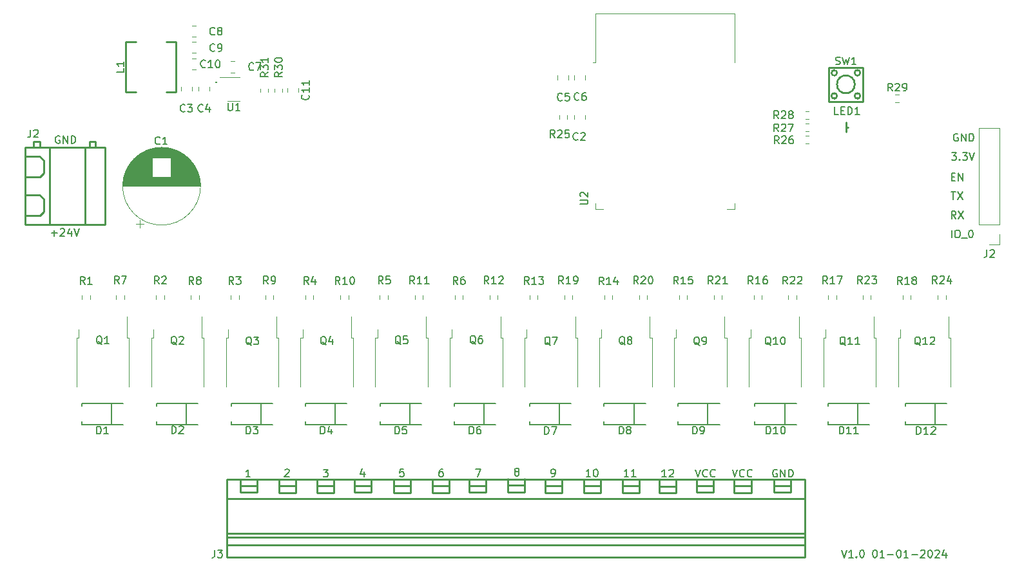
<source format=gbr>
%TF.GenerationSoftware,KiCad,Pcbnew,7.0.9*%
%TF.CreationDate,2023-12-31T09:39:46+02:00*%
%TF.ProjectId,RainMaker,5261696e-4d61-46b6-9572-2e6b69636164,rev?*%
%TF.SameCoordinates,Original*%
%TF.FileFunction,Legend,Top*%
%TF.FilePolarity,Positive*%
%FSLAX46Y46*%
G04 Gerber Fmt 4.6, Leading zero omitted, Abs format (unit mm)*
G04 Created by KiCad (PCBNEW 7.0.9) date 2023-12-31 09:39:46*
%MOMM*%
%LPD*%
G01*
G04 APERTURE LIST*
%ADD10C,0.150000*%
%ADD11C,0.120000*%
%ADD12C,0.250000*%
G04 APERTURE END LIST*
D10*
X53558548Y-78888866D02*
X54320453Y-78888866D01*
X53939500Y-79269819D02*
X53939500Y-78507914D01*
X54749024Y-78365057D02*
X54796643Y-78317438D01*
X54796643Y-78317438D02*
X54891881Y-78269819D01*
X54891881Y-78269819D02*
X55129976Y-78269819D01*
X55129976Y-78269819D02*
X55225214Y-78317438D01*
X55225214Y-78317438D02*
X55272833Y-78365057D01*
X55272833Y-78365057D02*
X55320452Y-78460295D01*
X55320452Y-78460295D02*
X55320452Y-78555533D01*
X55320452Y-78555533D02*
X55272833Y-78698390D01*
X55272833Y-78698390D02*
X54701405Y-79269819D01*
X54701405Y-79269819D02*
X55320452Y-79269819D01*
X56177595Y-78603152D02*
X56177595Y-79269819D01*
X55939500Y-78222200D02*
X55701405Y-78936485D01*
X55701405Y-78936485D02*
X56320452Y-78936485D01*
X56558548Y-78269819D02*
X56891881Y-79269819D01*
X56891881Y-79269819D02*
X57225214Y-78269819D01*
X54660588Y-66117438D02*
X54565350Y-66069819D01*
X54565350Y-66069819D02*
X54422493Y-66069819D01*
X54422493Y-66069819D02*
X54279636Y-66117438D01*
X54279636Y-66117438D02*
X54184398Y-66212676D01*
X54184398Y-66212676D02*
X54136779Y-66307914D01*
X54136779Y-66307914D02*
X54089160Y-66498390D01*
X54089160Y-66498390D02*
X54089160Y-66641247D01*
X54089160Y-66641247D02*
X54136779Y-66831723D01*
X54136779Y-66831723D02*
X54184398Y-66926961D01*
X54184398Y-66926961D02*
X54279636Y-67022200D01*
X54279636Y-67022200D02*
X54422493Y-67069819D01*
X54422493Y-67069819D02*
X54517731Y-67069819D01*
X54517731Y-67069819D02*
X54660588Y-67022200D01*
X54660588Y-67022200D02*
X54708207Y-66974580D01*
X54708207Y-66974580D02*
X54708207Y-66641247D01*
X54708207Y-66641247D02*
X54517731Y-66641247D01*
X55136779Y-67069819D02*
X55136779Y-66069819D01*
X55136779Y-66069819D02*
X55708207Y-67069819D01*
X55708207Y-67069819D02*
X55708207Y-66069819D01*
X56184398Y-67069819D02*
X56184398Y-66069819D01*
X56184398Y-66069819D02*
X56422493Y-66069819D01*
X56422493Y-66069819D02*
X56565350Y-66117438D01*
X56565350Y-66117438D02*
X56660588Y-66212676D01*
X56660588Y-66212676D02*
X56708207Y-66307914D01*
X56708207Y-66307914D02*
X56755826Y-66498390D01*
X56755826Y-66498390D02*
X56755826Y-66641247D01*
X56755826Y-66641247D02*
X56708207Y-66831723D01*
X56708207Y-66831723D02*
X56660588Y-66926961D01*
X56660588Y-66926961D02*
X56565350Y-67022200D01*
X56565350Y-67022200D02*
X56422493Y-67069819D01*
X56422493Y-67069819D02*
X56184398Y-67069819D01*
X157393922Y-120569819D02*
X157727255Y-121569819D01*
X157727255Y-121569819D02*
X158060588Y-120569819D01*
X158917731Y-121569819D02*
X158346303Y-121569819D01*
X158632017Y-121569819D02*
X158632017Y-120569819D01*
X158632017Y-120569819D02*
X158536779Y-120712676D01*
X158536779Y-120712676D02*
X158441541Y-120807914D01*
X158441541Y-120807914D02*
X158346303Y-120855533D01*
X159346303Y-121474580D02*
X159393922Y-121522200D01*
X159393922Y-121522200D02*
X159346303Y-121569819D01*
X159346303Y-121569819D02*
X159298684Y-121522200D01*
X159298684Y-121522200D02*
X159346303Y-121474580D01*
X159346303Y-121474580D02*
X159346303Y-121569819D01*
X160012969Y-120569819D02*
X160108207Y-120569819D01*
X160108207Y-120569819D02*
X160203445Y-120617438D01*
X160203445Y-120617438D02*
X160251064Y-120665057D01*
X160251064Y-120665057D02*
X160298683Y-120760295D01*
X160298683Y-120760295D02*
X160346302Y-120950771D01*
X160346302Y-120950771D02*
X160346302Y-121188866D01*
X160346302Y-121188866D02*
X160298683Y-121379342D01*
X160298683Y-121379342D02*
X160251064Y-121474580D01*
X160251064Y-121474580D02*
X160203445Y-121522200D01*
X160203445Y-121522200D02*
X160108207Y-121569819D01*
X160108207Y-121569819D02*
X160012969Y-121569819D01*
X160012969Y-121569819D02*
X159917731Y-121522200D01*
X159917731Y-121522200D02*
X159870112Y-121474580D01*
X159870112Y-121474580D02*
X159822493Y-121379342D01*
X159822493Y-121379342D02*
X159774874Y-121188866D01*
X159774874Y-121188866D02*
X159774874Y-120950771D01*
X159774874Y-120950771D02*
X159822493Y-120760295D01*
X159822493Y-120760295D02*
X159870112Y-120665057D01*
X159870112Y-120665057D02*
X159917731Y-120617438D01*
X159917731Y-120617438D02*
X160012969Y-120569819D01*
X161727255Y-120569819D02*
X161822493Y-120569819D01*
X161822493Y-120569819D02*
X161917731Y-120617438D01*
X161917731Y-120617438D02*
X161965350Y-120665057D01*
X161965350Y-120665057D02*
X162012969Y-120760295D01*
X162012969Y-120760295D02*
X162060588Y-120950771D01*
X162060588Y-120950771D02*
X162060588Y-121188866D01*
X162060588Y-121188866D02*
X162012969Y-121379342D01*
X162012969Y-121379342D02*
X161965350Y-121474580D01*
X161965350Y-121474580D02*
X161917731Y-121522200D01*
X161917731Y-121522200D02*
X161822493Y-121569819D01*
X161822493Y-121569819D02*
X161727255Y-121569819D01*
X161727255Y-121569819D02*
X161632017Y-121522200D01*
X161632017Y-121522200D02*
X161584398Y-121474580D01*
X161584398Y-121474580D02*
X161536779Y-121379342D01*
X161536779Y-121379342D02*
X161489160Y-121188866D01*
X161489160Y-121188866D02*
X161489160Y-120950771D01*
X161489160Y-120950771D02*
X161536779Y-120760295D01*
X161536779Y-120760295D02*
X161584398Y-120665057D01*
X161584398Y-120665057D02*
X161632017Y-120617438D01*
X161632017Y-120617438D02*
X161727255Y-120569819D01*
X163012969Y-121569819D02*
X162441541Y-121569819D01*
X162727255Y-121569819D02*
X162727255Y-120569819D01*
X162727255Y-120569819D02*
X162632017Y-120712676D01*
X162632017Y-120712676D02*
X162536779Y-120807914D01*
X162536779Y-120807914D02*
X162441541Y-120855533D01*
X163441541Y-121188866D02*
X164203446Y-121188866D01*
X164870112Y-120569819D02*
X164965350Y-120569819D01*
X164965350Y-120569819D02*
X165060588Y-120617438D01*
X165060588Y-120617438D02*
X165108207Y-120665057D01*
X165108207Y-120665057D02*
X165155826Y-120760295D01*
X165155826Y-120760295D02*
X165203445Y-120950771D01*
X165203445Y-120950771D02*
X165203445Y-121188866D01*
X165203445Y-121188866D02*
X165155826Y-121379342D01*
X165155826Y-121379342D02*
X165108207Y-121474580D01*
X165108207Y-121474580D02*
X165060588Y-121522200D01*
X165060588Y-121522200D02*
X164965350Y-121569819D01*
X164965350Y-121569819D02*
X164870112Y-121569819D01*
X164870112Y-121569819D02*
X164774874Y-121522200D01*
X164774874Y-121522200D02*
X164727255Y-121474580D01*
X164727255Y-121474580D02*
X164679636Y-121379342D01*
X164679636Y-121379342D02*
X164632017Y-121188866D01*
X164632017Y-121188866D02*
X164632017Y-120950771D01*
X164632017Y-120950771D02*
X164679636Y-120760295D01*
X164679636Y-120760295D02*
X164727255Y-120665057D01*
X164727255Y-120665057D02*
X164774874Y-120617438D01*
X164774874Y-120617438D02*
X164870112Y-120569819D01*
X166155826Y-121569819D02*
X165584398Y-121569819D01*
X165870112Y-121569819D02*
X165870112Y-120569819D01*
X165870112Y-120569819D02*
X165774874Y-120712676D01*
X165774874Y-120712676D02*
X165679636Y-120807914D01*
X165679636Y-120807914D02*
X165584398Y-120855533D01*
X166584398Y-121188866D02*
X167346303Y-121188866D01*
X167774874Y-120665057D02*
X167822493Y-120617438D01*
X167822493Y-120617438D02*
X167917731Y-120569819D01*
X167917731Y-120569819D02*
X168155826Y-120569819D01*
X168155826Y-120569819D02*
X168251064Y-120617438D01*
X168251064Y-120617438D02*
X168298683Y-120665057D01*
X168298683Y-120665057D02*
X168346302Y-120760295D01*
X168346302Y-120760295D02*
X168346302Y-120855533D01*
X168346302Y-120855533D02*
X168298683Y-120998390D01*
X168298683Y-120998390D02*
X167727255Y-121569819D01*
X167727255Y-121569819D02*
X168346302Y-121569819D01*
X168965350Y-120569819D02*
X169060588Y-120569819D01*
X169060588Y-120569819D02*
X169155826Y-120617438D01*
X169155826Y-120617438D02*
X169203445Y-120665057D01*
X169203445Y-120665057D02*
X169251064Y-120760295D01*
X169251064Y-120760295D02*
X169298683Y-120950771D01*
X169298683Y-120950771D02*
X169298683Y-121188866D01*
X169298683Y-121188866D02*
X169251064Y-121379342D01*
X169251064Y-121379342D02*
X169203445Y-121474580D01*
X169203445Y-121474580D02*
X169155826Y-121522200D01*
X169155826Y-121522200D02*
X169060588Y-121569819D01*
X169060588Y-121569819D02*
X168965350Y-121569819D01*
X168965350Y-121569819D02*
X168870112Y-121522200D01*
X168870112Y-121522200D02*
X168822493Y-121474580D01*
X168822493Y-121474580D02*
X168774874Y-121379342D01*
X168774874Y-121379342D02*
X168727255Y-121188866D01*
X168727255Y-121188866D02*
X168727255Y-120950771D01*
X168727255Y-120950771D02*
X168774874Y-120760295D01*
X168774874Y-120760295D02*
X168822493Y-120665057D01*
X168822493Y-120665057D02*
X168870112Y-120617438D01*
X168870112Y-120617438D02*
X168965350Y-120569819D01*
X169679636Y-120665057D02*
X169727255Y-120617438D01*
X169727255Y-120617438D02*
X169822493Y-120569819D01*
X169822493Y-120569819D02*
X170060588Y-120569819D01*
X170060588Y-120569819D02*
X170155826Y-120617438D01*
X170155826Y-120617438D02*
X170203445Y-120665057D01*
X170203445Y-120665057D02*
X170251064Y-120760295D01*
X170251064Y-120760295D02*
X170251064Y-120855533D01*
X170251064Y-120855533D02*
X170203445Y-120998390D01*
X170203445Y-120998390D02*
X169632017Y-121569819D01*
X169632017Y-121569819D02*
X170251064Y-121569819D01*
X171108207Y-120903152D02*
X171108207Y-121569819D01*
X170870112Y-120522200D02*
X170632017Y-121236485D01*
X170632017Y-121236485D02*
X171251064Y-121236485D01*
X50822493Y-65269819D02*
X50822493Y-65984104D01*
X50822493Y-65984104D02*
X50774874Y-66126961D01*
X50774874Y-66126961D02*
X50679636Y-66222200D01*
X50679636Y-66222200D02*
X50536779Y-66269819D01*
X50536779Y-66269819D02*
X50441541Y-66269819D01*
X51251065Y-65365057D02*
X51298684Y-65317438D01*
X51298684Y-65317438D02*
X51393922Y-65269819D01*
X51393922Y-65269819D02*
X51632017Y-65269819D01*
X51632017Y-65269819D02*
X51727255Y-65317438D01*
X51727255Y-65317438D02*
X51774874Y-65365057D01*
X51774874Y-65365057D02*
X51822493Y-65460295D01*
X51822493Y-65460295D02*
X51822493Y-65555533D01*
X51822493Y-65555533D02*
X51774874Y-65698390D01*
X51774874Y-65698390D02*
X51203446Y-66269819D01*
X51203446Y-66269819D02*
X51822493Y-66269819D01*
X75022493Y-120569819D02*
X75022493Y-121284104D01*
X75022493Y-121284104D02*
X74974874Y-121426961D01*
X74974874Y-121426961D02*
X74879636Y-121522200D01*
X74879636Y-121522200D02*
X74736779Y-121569819D01*
X74736779Y-121569819D02*
X74641541Y-121569819D01*
X75403446Y-120569819D02*
X76022493Y-120569819D01*
X76022493Y-120569819D02*
X75689160Y-120950771D01*
X75689160Y-120950771D02*
X75832017Y-120950771D01*
X75832017Y-120950771D02*
X75927255Y-120998390D01*
X75927255Y-120998390D02*
X75974874Y-121046009D01*
X75974874Y-121046009D02*
X76022493Y-121141247D01*
X76022493Y-121141247D02*
X76022493Y-121379342D01*
X76022493Y-121379342D02*
X75974874Y-121474580D01*
X75974874Y-121474580D02*
X75927255Y-121522200D01*
X75927255Y-121522200D02*
X75832017Y-121569819D01*
X75832017Y-121569819D02*
X75546303Y-121569819D01*
X75546303Y-121569819D02*
X75451065Y-121522200D01*
X75451065Y-121522200D02*
X75403446Y-121474580D01*
X75236779Y-58974580D02*
X75284398Y-59022200D01*
X75284398Y-59022200D02*
X75236779Y-59069819D01*
X75236779Y-59069819D02*
X75189160Y-59022200D01*
X75189160Y-59022200D02*
X75236779Y-58974580D01*
X75236779Y-58974580D02*
X75236779Y-59069819D01*
X171836779Y-79469819D02*
X171836779Y-78469819D01*
X172503445Y-78469819D02*
X172693921Y-78469819D01*
X172693921Y-78469819D02*
X172789159Y-78517438D01*
X172789159Y-78517438D02*
X172884397Y-78612676D01*
X172884397Y-78612676D02*
X172932016Y-78803152D01*
X172932016Y-78803152D02*
X172932016Y-79136485D01*
X172932016Y-79136485D02*
X172884397Y-79326961D01*
X172884397Y-79326961D02*
X172789159Y-79422200D01*
X172789159Y-79422200D02*
X172693921Y-79469819D01*
X172693921Y-79469819D02*
X172503445Y-79469819D01*
X172503445Y-79469819D02*
X172408207Y-79422200D01*
X172408207Y-79422200D02*
X172312969Y-79326961D01*
X172312969Y-79326961D02*
X172265350Y-79136485D01*
X172265350Y-79136485D02*
X172265350Y-78803152D01*
X172265350Y-78803152D02*
X172312969Y-78612676D01*
X172312969Y-78612676D02*
X172408207Y-78517438D01*
X172408207Y-78517438D02*
X172503445Y-78469819D01*
X173122493Y-79565057D02*
X173884397Y-79565057D01*
X174312969Y-78469819D02*
X174408207Y-78469819D01*
X174408207Y-78469819D02*
X174503445Y-78517438D01*
X174503445Y-78517438D02*
X174551064Y-78565057D01*
X174551064Y-78565057D02*
X174598683Y-78660295D01*
X174598683Y-78660295D02*
X174646302Y-78850771D01*
X174646302Y-78850771D02*
X174646302Y-79088866D01*
X174646302Y-79088866D02*
X174598683Y-79279342D01*
X174598683Y-79279342D02*
X174551064Y-79374580D01*
X174551064Y-79374580D02*
X174503445Y-79422200D01*
X174503445Y-79422200D02*
X174408207Y-79469819D01*
X174408207Y-79469819D02*
X174312969Y-79469819D01*
X174312969Y-79469819D02*
X174217731Y-79422200D01*
X174217731Y-79422200D02*
X174170112Y-79374580D01*
X174170112Y-79374580D02*
X174122493Y-79279342D01*
X174122493Y-79279342D02*
X174074874Y-79088866D01*
X174074874Y-79088866D02*
X174074874Y-78850771D01*
X174074874Y-78850771D02*
X174122493Y-78660295D01*
X174122493Y-78660295D02*
X174170112Y-78565057D01*
X174170112Y-78565057D02*
X174217731Y-78517438D01*
X174217731Y-78517438D02*
X174312969Y-78469819D01*
X172408207Y-76969819D02*
X172074874Y-76493628D01*
X171836779Y-76969819D02*
X171836779Y-75969819D01*
X171836779Y-75969819D02*
X172217731Y-75969819D01*
X172217731Y-75969819D02*
X172312969Y-76017438D01*
X172312969Y-76017438D02*
X172360588Y-76065057D01*
X172360588Y-76065057D02*
X172408207Y-76160295D01*
X172408207Y-76160295D02*
X172408207Y-76303152D01*
X172408207Y-76303152D02*
X172360588Y-76398390D01*
X172360588Y-76398390D02*
X172312969Y-76446009D01*
X172312969Y-76446009D02*
X172217731Y-76493628D01*
X172217731Y-76493628D02*
X171836779Y-76493628D01*
X172741541Y-75969819D02*
X173408207Y-76969819D01*
X173408207Y-75969819D02*
X172741541Y-76969819D01*
X171793922Y-73469819D02*
X172365350Y-73469819D01*
X172079636Y-74469819D02*
X172079636Y-73469819D01*
X172603446Y-73469819D02*
X173270112Y-74469819D01*
X173270112Y-73469819D02*
X172603446Y-74469819D01*
X171836779Y-71446009D02*
X172170112Y-71446009D01*
X172312969Y-71969819D02*
X171836779Y-71969819D01*
X171836779Y-71969819D02*
X171836779Y-70969819D01*
X171836779Y-70969819D02*
X172312969Y-70969819D01*
X172741541Y-71969819D02*
X172741541Y-70969819D01*
X172741541Y-70969819D02*
X173312969Y-71969819D01*
X173312969Y-71969819D02*
X173312969Y-70969819D01*
X171841541Y-68269819D02*
X172460588Y-68269819D01*
X172460588Y-68269819D02*
X172127255Y-68650771D01*
X172127255Y-68650771D02*
X172270112Y-68650771D01*
X172270112Y-68650771D02*
X172365350Y-68698390D01*
X172365350Y-68698390D02*
X172412969Y-68746009D01*
X172412969Y-68746009D02*
X172460588Y-68841247D01*
X172460588Y-68841247D02*
X172460588Y-69079342D01*
X172460588Y-69079342D02*
X172412969Y-69174580D01*
X172412969Y-69174580D02*
X172365350Y-69222200D01*
X172365350Y-69222200D02*
X172270112Y-69269819D01*
X172270112Y-69269819D02*
X171984398Y-69269819D01*
X171984398Y-69269819D02*
X171889160Y-69222200D01*
X171889160Y-69222200D02*
X171841541Y-69174580D01*
X172889160Y-69174580D02*
X172936779Y-69222200D01*
X172936779Y-69222200D02*
X172889160Y-69269819D01*
X172889160Y-69269819D02*
X172841541Y-69222200D01*
X172841541Y-69222200D02*
X172889160Y-69174580D01*
X172889160Y-69174580D02*
X172889160Y-69269819D01*
X173270112Y-68269819D02*
X173889159Y-68269819D01*
X173889159Y-68269819D02*
X173555826Y-68650771D01*
X173555826Y-68650771D02*
X173698683Y-68650771D01*
X173698683Y-68650771D02*
X173793921Y-68698390D01*
X173793921Y-68698390D02*
X173841540Y-68746009D01*
X173841540Y-68746009D02*
X173889159Y-68841247D01*
X173889159Y-68841247D02*
X173889159Y-69079342D01*
X173889159Y-69079342D02*
X173841540Y-69174580D01*
X173841540Y-69174580D02*
X173793921Y-69222200D01*
X173793921Y-69222200D02*
X173698683Y-69269819D01*
X173698683Y-69269819D02*
X173412969Y-69269819D01*
X173412969Y-69269819D02*
X173317731Y-69222200D01*
X173317731Y-69222200D02*
X173270112Y-69174580D01*
X174174874Y-68269819D02*
X174508207Y-69269819D01*
X174508207Y-69269819D02*
X174841540Y-68269819D01*
X172660588Y-65817438D02*
X172565350Y-65769819D01*
X172565350Y-65769819D02*
X172422493Y-65769819D01*
X172422493Y-65769819D02*
X172279636Y-65817438D01*
X172279636Y-65817438D02*
X172184398Y-65912676D01*
X172184398Y-65912676D02*
X172136779Y-66007914D01*
X172136779Y-66007914D02*
X172089160Y-66198390D01*
X172089160Y-66198390D02*
X172089160Y-66341247D01*
X172089160Y-66341247D02*
X172136779Y-66531723D01*
X172136779Y-66531723D02*
X172184398Y-66626961D01*
X172184398Y-66626961D02*
X172279636Y-66722200D01*
X172279636Y-66722200D02*
X172422493Y-66769819D01*
X172422493Y-66769819D02*
X172517731Y-66769819D01*
X172517731Y-66769819D02*
X172660588Y-66722200D01*
X172660588Y-66722200D02*
X172708207Y-66674580D01*
X172708207Y-66674580D02*
X172708207Y-66341247D01*
X172708207Y-66341247D02*
X172517731Y-66341247D01*
X173136779Y-66769819D02*
X173136779Y-65769819D01*
X173136779Y-65769819D02*
X173708207Y-66769819D01*
X173708207Y-66769819D02*
X173708207Y-65769819D01*
X174184398Y-66769819D02*
X174184398Y-65769819D01*
X174184398Y-65769819D02*
X174422493Y-65769819D01*
X174422493Y-65769819D02*
X174565350Y-65817438D01*
X174565350Y-65817438D02*
X174660588Y-65912676D01*
X174660588Y-65912676D02*
X174708207Y-66007914D01*
X174708207Y-66007914D02*
X174755826Y-66198390D01*
X174755826Y-66198390D02*
X174755826Y-66341247D01*
X174755826Y-66341247D02*
X174708207Y-66531723D01*
X174708207Y-66531723D02*
X174660588Y-66626961D01*
X174660588Y-66626961D02*
X174565350Y-66722200D01*
X174565350Y-66722200D02*
X174422493Y-66769819D01*
X174422493Y-66769819D02*
X174184398Y-66769819D01*
X114629636Y-110248390D02*
X114534398Y-110200771D01*
X114534398Y-110200771D02*
X114486779Y-110153152D01*
X114486779Y-110153152D02*
X114439160Y-110057914D01*
X114439160Y-110057914D02*
X114439160Y-110010295D01*
X114439160Y-110010295D02*
X114486779Y-109915057D01*
X114486779Y-109915057D02*
X114534398Y-109867438D01*
X114534398Y-109867438D02*
X114629636Y-109819819D01*
X114629636Y-109819819D02*
X114820112Y-109819819D01*
X114820112Y-109819819D02*
X114915350Y-109867438D01*
X114915350Y-109867438D02*
X114962969Y-109915057D01*
X114962969Y-109915057D02*
X115010588Y-110010295D01*
X115010588Y-110010295D02*
X115010588Y-110057914D01*
X115010588Y-110057914D02*
X114962969Y-110153152D01*
X114962969Y-110153152D02*
X114915350Y-110200771D01*
X114915350Y-110200771D02*
X114820112Y-110248390D01*
X114820112Y-110248390D02*
X114629636Y-110248390D01*
X114629636Y-110248390D02*
X114534398Y-110296009D01*
X114534398Y-110296009D02*
X114486779Y-110343628D01*
X114486779Y-110343628D02*
X114439160Y-110438866D01*
X114439160Y-110438866D02*
X114439160Y-110629342D01*
X114439160Y-110629342D02*
X114486779Y-110724580D01*
X114486779Y-110724580D02*
X114534398Y-110772200D01*
X114534398Y-110772200D02*
X114629636Y-110819819D01*
X114629636Y-110819819D02*
X114820112Y-110819819D01*
X114820112Y-110819819D02*
X114915350Y-110772200D01*
X114915350Y-110772200D02*
X114962969Y-110724580D01*
X114962969Y-110724580D02*
X115010588Y-110629342D01*
X115010588Y-110629342D02*
X115010588Y-110438866D01*
X115010588Y-110438866D02*
X114962969Y-110343628D01*
X114962969Y-110343628D02*
X114915350Y-110296009D01*
X114915350Y-110296009D02*
X114820112Y-110248390D01*
X99862969Y-109919819D02*
X99386779Y-109919819D01*
X99386779Y-109919819D02*
X99339160Y-110396009D01*
X99339160Y-110396009D02*
X99386779Y-110348390D01*
X99386779Y-110348390D02*
X99482017Y-110300771D01*
X99482017Y-110300771D02*
X99720112Y-110300771D01*
X99720112Y-110300771D02*
X99815350Y-110348390D01*
X99815350Y-110348390D02*
X99862969Y-110396009D01*
X99862969Y-110396009D02*
X99910588Y-110491247D01*
X99910588Y-110491247D02*
X99910588Y-110729342D01*
X99910588Y-110729342D02*
X99862969Y-110824580D01*
X99862969Y-110824580D02*
X99815350Y-110872200D01*
X99815350Y-110872200D02*
X99720112Y-110919819D01*
X99720112Y-110919819D02*
X99482017Y-110919819D01*
X99482017Y-110919819D02*
X99386779Y-110872200D01*
X99386779Y-110872200D02*
X99339160Y-110824580D01*
X143043922Y-109969819D02*
X143377255Y-110969819D01*
X143377255Y-110969819D02*
X143710588Y-109969819D01*
X144615350Y-110874580D02*
X144567731Y-110922200D01*
X144567731Y-110922200D02*
X144424874Y-110969819D01*
X144424874Y-110969819D02*
X144329636Y-110969819D01*
X144329636Y-110969819D02*
X144186779Y-110922200D01*
X144186779Y-110922200D02*
X144091541Y-110826961D01*
X144091541Y-110826961D02*
X144043922Y-110731723D01*
X144043922Y-110731723D02*
X143996303Y-110541247D01*
X143996303Y-110541247D02*
X143996303Y-110398390D01*
X143996303Y-110398390D02*
X144043922Y-110207914D01*
X144043922Y-110207914D02*
X144091541Y-110112676D01*
X144091541Y-110112676D02*
X144186779Y-110017438D01*
X144186779Y-110017438D02*
X144329636Y-109969819D01*
X144329636Y-109969819D02*
X144424874Y-109969819D01*
X144424874Y-109969819D02*
X144567731Y-110017438D01*
X144567731Y-110017438D02*
X144615350Y-110065057D01*
X145615350Y-110874580D02*
X145567731Y-110922200D01*
X145567731Y-110922200D02*
X145424874Y-110969819D01*
X145424874Y-110969819D02*
X145329636Y-110969819D01*
X145329636Y-110969819D02*
X145186779Y-110922200D01*
X145186779Y-110922200D02*
X145091541Y-110826961D01*
X145091541Y-110826961D02*
X145043922Y-110731723D01*
X145043922Y-110731723D02*
X144996303Y-110541247D01*
X144996303Y-110541247D02*
X144996303Y-110398390D01*
X144996303Y-110398390D02*
X145043922Y-110207914D01*
X145043922Y-110207914D02*
X145091541Y-110112676D01*
X145091541Y-110112676D02*
X145186779Y-110017438D01*
X145186779Y-110017438D02*
X145329636Y-109969819D01*
X145329636Y-109969819D02*
X145424874Y-109969819D01*
X145424874Y-109969819D02*
X145567731Y-110017438D01*
X145567731Y-110017438D02*
X145615350Y-110065057D01*
X134360588Y-110969819D02*
X133789160Y-110969819D01*
X134074874Y-110969819D02*
X134074874Y-109969819D01*
X134074874Y-109969819D02*
X133979636Y-110112676D01*
X133979636Y-110112676D02*
X133884398Y-110207914D01*
X133884398Y-110207914D02*
X133789160Y-110255533D01*
X134741541Y-110065057D02*
X134789160Y-110017438D01*
X134789160Y-110017438D02*
X134884398Y-109969819D01*
X134884398Y-109969819D02*
X135122493Y-109969819D01*
X135122493Y-109969819D02*
X135217731Y-110017438D01*
X135217731Y-110017438D02*
X135265350Y-110065057D01*
X135265350Y-110065057D02*
X135312969Y-110160295D01*
X135312969Y-110160295D02*
X135312969Y-110255533D01*
X135312969Y-110255533D02*
X135265350Y-110398390D01*
X135265350Y-110398390D02*
X134693922Y-110969819D01*
X134693922Y-110969819D02*
X135312969Y-110969819D01*
X84239160Y-110015057D02*
X84286779Y-109967438D01*
X84286779Y-109967438D02*
X84382017Y-109919819D01*
X84382017Y-109919819D02*
X84620112Y-109919819D01*
X84620112Y-109919819D02*
X84715350Y-109967438D01*
X84715350Y-109967438D02*
X84762969Y-110015057D01*
X84762969Y-110015057D02*
X84810588Y-110110295D01*
X84810588Y-110110295D02*
X84810588Y-110205533D01*
X84810588Y-110205533D02*
X84762969Y-110348390D01*
X84762969Y-110348390D02*
X84191541Y-110919819D01*
X84191541Y-110919819D02*
X84810588Y-110919819D01*
X94665350Y-110253152D02*
X94665350Y-110919819D01*
X94427255Y-109872200D02*
X94189160Y-110586485D01*
X94189160Y-110586485D02*
X94808207Y-110586485D01*
X138193922Y-109969819D02*
X138527255Y-110969819D01*
X138527255Y-110969819D02*
X138860588Y-109969819D01*
X139765350Y-110874580D02*
X139717731Y-110922200D01*
X139717731Y-110922200D02*
X139574874Y-110969819D01*
X139574874Y-110969819D02*
X139479636Y-110969819D01*
X139479636Y-110969819D02*
X139336779Y-110922200D01*
X139336779Y-110922200D02*
X139241541Y-110826961D01*
X139241541Y-110826961D02*
X139193922Y-110731723D01*
X139193922Y-110731723D02*
X139146303Y-110541247D01*
X139146303Y-110541247D02*
X139146303Y-110398390D01*
X139146303Y-110398390D02*
X139193922Y-110207914D01*
X139193922Y-110207914D02*
X139241541Y-110112676D01*
X139241541Y-110112676D02*
X139336779Y-110017438D01*
X139336779Y-110017438D02*
X139479636Y-109969819D01*
X139479636Y-109969819D02*
X139574874Y-109969819D01*
X139574874Y-109969819D02*
X139717731Y-110017438D01*
X139717731Y-110017438D02*
X139765350Y-110065057D01*
X140765350Y-110874580D02*
X140717731Y-110922200D01*
X140717731Y-110922200D02*
X140574874Y-110969819D01*
X140574874Y-110969819D02*
X140479636Y-110969819D01*
X140479636Y-110969819D02*
X140336779Y-110922200D01*
X140336779Y-110922200D02*
X140241541Y-110826961D01*
X140241541Y-110826961D02*
X140193922Y-110731723D01*
X140193922Y-110731723D02*
X140146303Y-110541247D01*
X140146303Y-110541247D02*
X140146303Y-110398390D01*
X140146303Y-110398390D02*
X140193922Y-110207914D01*
X140193922Y-110207914D02*
X140241541Y-110112676D01*
X140241541Y-110112676D02*
X140336779Y-110017438D01*
X140336779Y-110017438D02*
X140479636Y-109969819D01*
X140479636Y-109969819D02*
X140574874Y-109969819D01*
X140574874Y-109969819D02*
X140717731Y-110017438D01*
X140717731Y-110017438D02*
X140765350Y-110065057D01*
X89291541Y-109969819D02*
X89910588Y-109969819D01*
X89910588Y-109969819D02*
X89577255Y-110350771D01*
X89577255Y-110350771D02*
X89720112Y-110350771D01*
X89720112Y-110350771D02*
X89815350Y-110398390D01*
X89815350Y-110398390D02*
X89862969Y-110446009D01*
X89862969Y-110446009D02*
X89910588Y-110541247D01*
X89910588Y-110541247D02*
X89910588Y-110779342D01*
X89910588Y-110779342D02*
X89862969Y-110874580D01*
X89862969Y-110874580D02*
X89815350Y-110922200D01*
X89815350Y-110922200D02*
X89720112Y-110969819D01*
X89720112Y-110969819D02*
X89434398Y-110969819D01*
X89434398Y-110969819D02*
X89339160Y-110922200D01*
X89339160Y-110922200D02*
X89291541Y-110874580D01*
X119284398Y-110919819D02*
X119474874Y-110919819D01*
X119474874Y-110919819D02*
X119570112Y-110872200D01*
X119570112Y-110872200D02*
X119617731Y-110824580D01*
X119617731Y-110824580D02*
X119712969Y-110681723D01*
X119712969Y-110681723D02*
X119760588Y-110491247D01*
X119760588Y-110491247D02*
X119760588Y-110110295D01*
X119760588Y-110110295D02*
X119712969Y-110015057D01*
X119712969Y-110015057D02*
X119665350Y-109967438D01*
X119665350Y-109967438D02*
X119570112Y-109919819D01*
X119570112Y-109919819D02*
X119379636Y-109919819D01*
X119379636Y-109919819D02*
X119284398Y-109967438D01*
X119284398Y-109967438D02*
X119236779Y-110015057D01*
X119236779Y-110015057D02*
X119189160Y-110110295D01*
X119189160Y-110110295D02*
X119189160Y-110348390D01*
X119189160Y-110348390D02*
X119236779Y-110443628D01*
X119236779Y-110443628D02*
X119284398Y-110491247D01*
X119284398Y-110491247D02*
X119379636Y-110538866D01*
X119379636Y-110538866D02*
X119570112Y-110538866D01*
X119570112Y-110538866D02*
X119665350Y-110491247D01*
X119665350Y-110491247D02*
X119712969Y-110443628D01*
X119712969Y-110443628D02*
X119760588Y-110348390D01*
X124410588Y-110919819D02*
X123839160Y-110919819D01*
X124124874Y-110919819D02*
X124124874Y-109919819D01*
X124124874Y-109919819D02*
X124029636Y-110062676D01*
X124029636Y-110062676D02*
X123934398Y-110157914D01*
X123934398Y-110157914D02*
X123839160Y-110205533D01*
X125029636Y-109919819D02*
X125124874Y-109919819D01*
X125124874Y-109919819D02*
X125220112Y-109967438D01*
X125220112Y-109967438D02*
X125267731Y-110015057D01*
X125267731Y-110015057D02*
X125315350Y-110110295D01*
X125315350Y-110110295D02*
X125362969Y-110300771D01*
X125362969Y-110300771D02*
X125362969Y-110538866D01*
X125362969Y-110538866D02*
X125315350Y-110729342D01*
X125315350Y-110729342D02*
X125267731Y-110824580D01*
X125267731Y-110824580D02*
X125220112Y-110872200D01*
X125220112Y-110872200D02*
X125124874Y-110919819D01*
X125124874Y-110919819D02*
X125029636Y-110919819D01*
X125029636Y-110919819D02*
X124934398Y-110872200D01*
X124934398Y-110872200D02*
X124886779Y-110824580D01*
X124886779Y-110824580D02*
X124839160Y-110729342D01*
X124839160Y-110729342D02*
X124791541Y-110538866D01*
X124791541Y-110538866D02*
X124791541Y-110300771D01*
X124791541Y-110300771D02*
X124839160Y-110110295D01*
X124839160Y-110110295D02*
X124886779Y-110015057D01*
X124886779Y-110015057D02*
X124934398Y-109967438D01*
X124934398Y-109967438D02*
X125029636Y-109919819D01*
X104965350Y-109919819D02*
X104774874Y-109919819D01*
X104774874Y-109919819D02*
X104679636Y-109967438D01*
X104679636Y-109967438D02*
X104632017Y-110015057D01*
X104632017Y-110015057D02*
X104536779Y-110157914D01*
X104536779Y-110157914D02*
X104489160Y-110348390D01*
X104489160Y-110348390D02*
X104489160Y-110729342D01*
X104489160Y-110729342D02*
X104536779Y-110824580D01*
X104536779Y-110824580D02*
X104584398Y-110872200D01*
X104584398Y-110872200D02*
X104679636Y-110919819D01*
X104679636Y-110919819D02*
X104870112Y-110919819D01*
X104870112Y-110919819D02*
X104965350Y-110872200D01*
X104965350Y-110872200D02*
X105012969Y-110824580D01*
X105012969Y-110824580D02*
X105060588Y-110729342D01*
X105060588Y-110729342D02*
X105060588Y-110491247D01*
X105060588Y-110491247D02*
X105012969Y-110396009D01*
X105012969Y-110396009D02*
X104965350Y-110348390D01*
X104965350Y-110348390D02*
X104870112Y-110300771D01*
X104870112Y-110300771D02*
X104679636Y-110300771D01*
X104679636Y-110300771D02*
X104584398Y-110348390D01*
X104584398Y-110348390D02*
X104536779Y-110396009D01*
X104536779Y-110396009D02*
X104489160Y-110491247D01*
X109291541Y-109919819D02*
X109958207Y-109919819D01*
X109958207Y-109919819D02*
X109529636Y-110919819D01*
X79710588Y-110969819D02*
X79139160Y-110969819D01*
X79424874Y-110969819D02*
X79424874Y-109969819D01*
X79424874Y-109969819D02*
X79329636Y-110112676D01*
X79329636Y-110112676D02*
X79234398Y-110207914D01*
X79234398Y-110207914D02*
X79139160Y-110255533D01*
X129410588Y-110919819D02*
X128839160Y-110919819D01*
X129124874Y-110919819D02*
X129124874Y-109919819D01*
X129124874Y-109919819D02*
X129029636Y-110062676D01*
X129029636Y-110062676D02*
X128934398Y-110157914D01*
X128934398Y-110157914D02*
X128839160Y-110205533D01*
X130362969Y-110919819D02*
X129791541Y-110919819D01*
X130077255Y-110919819D02*
X130077255Y-109919819D01*
X130077255Y-109919819D02*
X129982017Y-110062676D01*
X129982017Y-110062676D02*
X129886779Y-110157914D01*
X129886779Y-110157914D02*
X129791541Y-110205533D01*
X148910588Y-110017438D02*
X148815350Y-109969819D01*
X148815350Y-109969819D02*
X148672493Y-109969819D01*
X148672493Y-109969819D02*
X148529636Y-110017438D01*
X148529636Y-110017438D02*
X148434398Y-110112676D01*
X148434398Y-110112676D02*
X148386779Y-110207914D01*
X148386779Y-110207914D02*
X148339160Y-110398390D01*
X148339160Y-110398390D02*
X148339160Y-110541247D01*
X148339160Y-110541247D02*
X148386779Y-110731723D01*
X148386779Y-110731723D02*
X148434398Y-110826961D01*
X148434398Y-110826961D02*
X148529636Y-110922200D01*
X148529636Y-110922200D02*
X148672493Y-110969819D01*
X148672493Y-110969819D02*
X148767731Y-110969819D01*
X148767731Y-110969819D02*
X148910588Y-110922200D01*
X148910588Y-110922200D02*
X148958207Y-110874580D01*
X148958207Y-110874580D02*
X148958207Y-110541247D01*
X148958207Y-110541247D02*
X148767731Y-110541247D01*
X149386779Y-110969819D02*
X149386779Y-109969819D01*
X149386779Y-109969819D02*
X149958207Y-110969819D01*
X149958207Y-110969819D02*
X149958207Y-109969819D01*
X150434398Y-110969819D02*
X150434398Y-109969819D01*
X150434398Y-109969819D02*
X150672493Y-109969819D01*
X150672493Y-109969819D02*
X150815350Y-110017438D01*
X150815350Y-110017438D02*
X150910588Y-110112676D01*
X150910588Y-110112676D02*
X150958207Y-110207914D01*
X150958207Y-110207914D02*
X151005826Y-110398390D01*
X151005826Y-110398390D02*
X151005826Y-110541247D01*
X151005826Y-110541247D02*
X150958207Y-110731723D01*
X150958207Y-110731723D02*
X150910588Y-110826961D01*
X150910588Y-110826961D02*
X150815350Y-110922200D01*
X150815350Y-110922200D02*
X150672493Y-110969819D01*
X150672493Y-110969819D02*
X150434398Y-110969819D01*
X149157142Y-67104819D02*
X148823809Y-66628628D01*
X148585714Y-67104819D02*
X148585714Y-66104819D01*
X148585714Y-66104819D02*
X148966666Y-66104819D01*
X148966666Y-66104819D02*
X149061904Y-66152438D01*
X149061904Y-66152438D02*
X149109523Y-66200057D01*
X149109523Y-66200057D02*
X149157142Y-66295295D01*
X149157142Y-66295295D02*
X149157142Y-66438152D01*
X149157142Y-66438152D02*
X149109523Y-66533390D01*
X149109523Y-66533390D02*
X149061904Y-66581009D01*
X149061904Y-66581009D02*
X148966666Y-66628628D01*
X148966666Y-66628628D02*
X148585714Y-66628628D01*
X149538095Y-66200057D02*
X149585714Y-66152438D01*
X149585714Y-66152438D02*
X149680952Y-66104819D01*
X149680952Y-66104819D02*
X149919047Y-66104819D01*
X149919047Y-66104819D02*
X150014285Y-66152438D01*
X150014285Y-66152438D02*
X150061904Y-66200057D01*
X150061904Y-66200057D02*
X150109523Y-66295295D01*
X150109523Y-66295295D02*
X150109523Y-66390533D01*
X150109523Y-66390533D02*
X150061904Y-66533390D01*
X150061904Y-66533390D02*
X149490476Y-67104819D01*
X149490476Y-67104819D02*
X150109523Y-67104819D01*
X150966666Y-66104819D02*
X150776190Y-66104819D01*
X150776190Y-66104819D02*
X150680952Y-66152438D01*
X150680952Y-66152438D02*
X150633333Y-66200057D01*
X150633333Y-66200057D02*
X150538095Y-66342914D01*
X150538095Y-66342914D02*
X150490476Y-66533390D01*
X150490476Y-66533390D02*
X150490476Y-66914342D01*
X150490476Y-66914342D02*
X150538095Y-67009580D01*
X150538095Y-67009580D02*
X150585714Y-67057200D01*
X150585714Y-67057200D02*
X150680952Y-67104819D01*
X150680952Y-67104819D02*
X150871428Y-67104819D01*
X150871428Y-67104819D02*
X150966666Y-67057200D01*
X150966666Y-67057200D02*
X151014285Y-67009580D01*
X151014285Y-67009580D02*
X151061904Y-66914342D01*
X151061904Y-66914342D02*
X151061904Y-66676247D01*
X151061904Y-66676247D02*
X151014285Y-66581009D01*
X151014285Y-66581009D02*
X150966666Y-66533390D01*
X150966666Y-66533390D02*
X150871428Y-66485771D01*
X150871428Y-66485771D02*
X150680952Y-66485771D01*
X150680952Y-66485771D02*
X150585714Y-66533390D01*
X150585714Y-66533390D02*
X150538095Y-66581009D01*
X150538095Y-66581009D02*
X150490476Y-66676247D01*
X82055809Y-85554819D02*
X81722476Y-85078628D01*
X81484381Y-85554819D02*
X81484381Y-84554819D01*
X81484381Y-84554819D02*
X81865333Y-84554819D01*
X81865333Y-84554819D02*
X81960571Y-84602438D01*
X81960571Y-84602438D02*
X82008190Y-84650057D01*
X82008190Y-84650057D02*
X82055809Y-84745295D01*
X82055809Y-84745295D02*
X82055809Y-84888152D01*
X82055809Y-84888152D02*
X82008190Y-84983390D01*
X82008190Y-84983390D02*
X81960571Y-85031009D01*
X81960571Y-85031009D02*
X81865333Y-85078628D01*
X81865333Y-85078628D02*
X81484381Y-85078628D01*
X82532000Y-85554819D02*
X82722476Y-85554819D01*
X82722476Y-85554819D02*
X82817714Y-85507200D01*
X82817714Y-85507200D02*
X82865333Y-85459580D01*
X82865333Y-85459580D02*
X82960571Y-85316723D01*
X82960571Y-85316723D02*
X83008190Y-85126247D01*
X83008190Y-85126247D02*
X83008190Y-84745295D01*
X83008190Y-84745295D02*
X82960571Y-84650057D01*
X82960571Y-84650057D02*
X82912952Y-84602438D01*
X82912952Y-84602438D02*
X82817714Y-84554819D01*
X82817714Y-84554819D02*
X82627238Y-84554819D01*
X82627238Y-84554819D02*
X82532000Y-84602438D01*
X82532000Y-84602438D02*
X82484381Y-84650057D01*
X82484381Y-84650057D02*
X82436762Y-84745295D01*
X82436762Y-84745295D02*
X82436762Y-84983390D01*
X82436762Y-84983390D02*
X82484381Y-85078628D01*
X82484381Y-85078628D02*
X82532000Y-85126247D01*
X82532000Y-85126247D02*
X82627238Y-85173866D01*
X82627238Y-85173866D02*
X82817714Y-85173866D01*
X82817714Y-85173866D02*
X82912952Y-85126247D01*
X82912952Y-85126247D02*
X82960571Y-85078628D01*
X82960571Y-85078628D02*
X83008190Y-84983390D01*
X150279618Y-85579819D02*
X149946285Y-85103628D01*
X149708190Y-85579819D02*
X149708190Y-84579819D01*
X149708190Y-84579819D02*
X150089142Y-84579819D01*
X150089142Y-84579819D02*
X150184380Y-84627438D01*
X150184380Y-84627438D02*
X150231999Y-84675057D01*
X150231999Y-84675057D02*
X150279618Y-84770295D01*
X150279618Y-84770295D02*
X150279618Y-84913152D01*
X150279618Y-84913152D02*
X150231999Y-85008390D01*
X150231999Y-85008390D02*
X150184380Y-85056009D01*
X150184380Y-85056009D02*
X150089142Y-85103628D01*
X150089142Y-85103628D02*
X149708190Y-85103628D01*
X150660571Y-84675057D02*
X150708190Y-84627438D01*
X150708190Y-84627438D02*
X150803428Y-84579819D01*
X150803428Y-84579819D02*
X151041523Y-84579819D01*
X151041523Y-84579819D02*
X151136761Y-84627438D01*
X151136761Y-84627438D02*
X151184380Y-84675057D01*
X151184380Y-84675057D02*
X151231999Y-84770295D01*
X151231999Y-84770295D02*
X151231999Y-84865533D01*
X151231999Y-84865533D02*
X151184380Y-85008390D01*
X151184380Y-85008390D02*
X150612952Y-85579819D01*
X150612952Y-85579819D02*
X151231999Y-85579819D01*
X151612952Y-84675057D02*
X151660571Y-84627438D01*
X151660571Y-84627438D02*
X151755809Y-84579819D01*
X151755809Y-84579819D02*
X151993904Y-84579819D01*
X151993904Y-84579819D02*
X152089142Y-84627438D01*
X152089142Y-84627438D02*
X152136761Y-84675057D01*
X152136761Y-84675057D02*
X152184380Y-84770295D01*
X152184380Y-84770295D02*
X152184380Y-84865533D01*
X152184380Y-84865533D02*
X152136761Y-85008390D01*
X152136761Y-85008390D02*
X151565333Y-85579819D01*
X151565333Y-85579819D02*
X152184380Y-85579819D01*
X126129618Y-85654819D02*
X125796285Y-85178628D01*
X125558190Y-85654819D02*
X125558190Y-84654819D01*
X125558190Y-84654819D02*
X125939142Y-84654819D01*
X125939142Y-84654819D02*
X126034380Y-84702438D01*
X126034380Y-84702438D02*
X126081999Y-84750057D01*
X126081999Y-84750057D02*
X126129618Y-84845295D01*
X126129618Y-84845295D02*
X126129618Y-84988152D01*
X126129618Y-84988152D02*
X126081999Y-85083390D01*
X126081999Y-85083390D02*
X126034380Y-85131009D01*
X126034380Y-85131009D02*
X125939142Y-85178628D01*
X125939142Y-85178628D02*
X125558190Y-85178628D01*
X127081999Y-85654819D02*
X126510571Y-85654819D01*
X126796285Y-85654819D02*
X126796285Y-84654819D01*
X126796285Y-84654819D02*
X126701047Y-84797676D01*
X126701047Y-84797676D02*
X126605809Y-84892914D01*
X126605809Y-84892914D02*
X126510571Y-84940533D01*
X127939142Y-84988152D02*
X127939142Y-85654819D01*
X127701047Y-84607200D02*
X127462952Y-85321485D01*
X127462952Y-85321485D02*
X128081999Y-85321485D01*
X135929618Y-85579819D02*
X135596285Y-85103628D01*
X135358190Y-85579819D02*
X135358190Y-84579819D01*
X135358190Y-84579819D02*
X135739142Y-84579819D01*
X135739142Y-84579819D02*
X135834380Y-84627438D01*
X135834380Y-84627438D02*
X135881999Y-84675057D01*
X135881999Y-84675057D02*
X135929618Y-84770295D01*
X135929618Y-84770295D02*
X135929618Y-84913152D01*
X135929618Y-84913152D02*
X135881999Y-85008390D01*
X135881999Y-85008390D02*
X135834380Y-85056009D01*
X135834380Y-85056009D02*
X135739142Y-85103628D01*
X135739142Y-85103628D02*
X135358190Y-85103628D01*
X136881999Y-85579819D02*
X136310571Y-85579819D01*
X136596285Y-85579819D02*
X136596285Y-84579819D01*
X136596285Y-84579819D02*
X136501047Y-84722676D01*
X136501047Y-84722676D02*
X136405809Y-84817914D01*
X136405809Y-84817914D02*
X136310571Y-84865533D01*
X137786761Y-84579819D02*
X137310571Y-84579819D01*
X137310571Y-84579819D02*
X137262952Y-85056009D01*
X137262952Y-85056009D02*
X137310571Y-85008390D01*
X137310571Y-85008390D02*
X137405809Y-84960771D01*
X137405809Y-84960771D02*
X137643904Y-84960771D01*
X137643904Y-84960771D02*
X137739142Y-85008390D01*
X137739142Y-85008390D02*
X137786761Y-85056009D01*
X137786761Y-85056009D02*
X137834380Y-85151247D01*
X137834380Y-85151247D02*
X137834380Y-85389342D01*
X137834380Y-85389342D02*
X137786761Y-85484580D01*
X137786761Y-85484580D02*
X137739142Y-85532200D01*
X137739142Y-85532200D02*
X137643904Y-85579819D01*
X137643904Y-85579819D02*
X137405809Y-85579819D01*
X137405809Y-85579819D02*
X137310571Y-85532200D01*
X137310571Y-85532200D02*
X137262952Y-85484580D01*
X75033333Y-52709580D02*
X74985714Y-52757200D01*
X74985714Y-52757200D02*
X74842857Y-52804819D01*
X74842857Y-52804819D02*
X74747619Y-52804819D01*
X74747619Y-52804819D02*
X74604762Y-52757200D01*
X74604762Y-52757200D02*
X74509524Y-52661961D01*
X74509524Y-52661961D02*
X74461905Y-52566723D01*
X74461905Y-52566723D02*
X74414286Y-52376247D01*
X74414286Y-52376247D02*
X74414286Y-52233390D01*
X74414286Y-52233390D02*
X74461905Y-52042914D01*
X74461905Y-52042914D02*
X74509524Y-51947676D01*
X74509524Y-51947676D02*
X74604762Y-51852438D01*
X74604762Y-51852438D02*
X74747619Y-51804819D01*
X74747619Y-51804819D02*
X74842857Y-51804819D01*
X74842857Y-51804819D02*
X74985714Y-51852438D01*
X74985714Y-51852438D02*
X75033333Y-51900057D01*
X75604762Y-52233390D02*
X75509524Y-52185771D01*
X75509524Y-52185771D02*
X75461905Y-52138152D01*
X75461905Y-52138152D02*
X75414286Y-52042914D01*
X75414286Y-52042914D02*
X75414286Y-51995295D01*
X75414286Y-51995295D02*
X75461905Y-51900057D01*
X75461905Y-51900057D02*
X75509524Y-51852438D01*
X75509524Y-51852438D02*
X75604762Y-51804819D01*
X75604762Y-51804819D02*
X75795238Y-51804819D01*
X75795238Y-51804819D02*
X75890476Y-51852438D01*
X75890476Y-51852438D02*
X75938095Y-51900057D01*
X75938095Y-51900057D02*
X75985714Y-51995295D01*
X75985714Y-51995295D02*
X75985714Y-52042914D01*
X75985714Y-52042914D02*
X75938095Y-52138152D01*
X75938095Y-52138152D02*
X75890476Y-52185771D01*
X75890476Y-52185771D02*
X75795238Y-52233390D01*
X75795238Y-52233390D02*
X75604762Y-52233390D01*
X75604762Y-52233390D02*
X75509524Y-52281009D01*
X75509524Y-52281009D02*
X75461905Y-52328628D01*
X75461905Y-52328628D02*
X75414286Y-52423866D01*
X75414286Y-52423866D02*
X75414286Y-52614342D01*
X75414286Y-52614342D02*
X75461905Y-52709580D01*
X75461905Y-52709580D02*
X75509524Y-52757200D01*
X75509524Y-52757200D02*
X75604762Y-52804819D01*
X75604762Y-52804819D02*
X75795238Y-52804819D01*
X75795238Y-52804819D02*
X75890476Y-52757200D01*
X75890476Y-52757200D02*
X75938095Y-52709580D01*
X75938095Y-52709580D02*
X75985714Y-52614342D01*
X75985714Y-52614342D02*
X75985714Y-52423866D01*
X75985714Y-52423866D02*
X75938095Y-52328628D01*
X75938095Y-52328628D02*
X75890476Y-52281009D01*
X75890476Y-52281009D02*
X75795238Y-52233390D01*
X128184381Y-105304819D02*
X128184381Y-104304819D01*
X128184381Y-104304819D02*
X128422476Y-104304819D01*
X128422476Y-104304819D02*
X128565333Y-104352438D01*
X128565333Y-104352438D02*
X128660571Y-104447676D01*
X128660571Y-104447676D02*
X128708190Y-104542914D01*
X128708190Y-104542914D02*
X128755809Y-104733390D01*
X128755809Y-104733390D02*
X128755809Y-104876247D01*
X128755809Y-104876247D02*
X128708190Y-105066723D01*
X128708190Y-105066723D02*
X128660571Y-105161961D01*
X128660571Y-105161961D02*
X128565333Y-105257200D01*
X128565333Y-105257200D02*
X128422476Y-105304819D01*
X128422476Y-105304819D02*
X128184381Y-105304819D01*
X129327238Y-104733390D02*
X129232000Y-104685771D01*
X129232000Y-104685771D02*
X129184381Y-104638152D01*
X129184381Y-104638152D02*
X129136762Y-104542914D01*
X129136762Y-104542914D02*
X129136762Y-104495295D01*
X129136762Y-104495295D02*
X129184381Y-104400057D01*
X129184381Y-104400057D02*
X129232000Y-104352438D01*
X129232000Y-104352438D02*
X129327238Y-104304819D01*
X129327238Y-104304819D02*
X129517714Y-104304819D01*
X129517714Y-104304819D02*
X129612952Y-104352438D01*
X129612952Y-104352438D02*
X129660571Y-104400057D01*
X129660571Y-104400057D02*
X129708190Y-104495295D01*
X129708190Y-104495295D02*
X129708190Y-104542914D01*
X129708190Y-104542914D02*
X129660571Y-104638152D01*
X129660571Y-104638152D02*
X129612952Y-104685771D01*
X129612952Y-104685771D02*
X129517714Y-104733390D01*
X129517714Y-104733390D02*
X129327238Y-104733390D01*
X129327238Y-104733390D02*
X129232000Y-104781009D01*
X129232000Y-104781009D02*
X129184381Y-104828628D01*
X129184381Y-104828628D02*
X129136762Y-104923866D01*
X129136762Y-104923866D02*
X129136762Y-105114342D01*
X129136762Y-105114342D02*
X129184381Y-105209580D01*
X129184381Y-105209580D02*
X129232000Y-105257200D01*
X129232000Y-105257200D02*
X129327238Y-105304819D01*
X129327238Y-105304819D02*
X129517714Y-105304819D01*
X129517714Y-105304819D02*
X129612952Y-105257200D01*
X129612952Y-105257200D02*
X129660571Y-105209580D01*
X129660571Y-105209580D02*
X129708190Y-105114342D01*
X129708190Y-105114342D02*
X129708190Y-104923866D01*
X129708190Y-104923866D02*
X129660571Y-104828628D01*
X129660571Y-104828628D02*
X129612952Y-104781009D01*
X129612952Y-104781009D02*
X129517714Y-104733390D01*
X118384381Y-105354819D02*
X118384381Y-104354819D01*
X118384381Y-104354819D02*
X118622476Y-104354819D01*
X118622476Y-104354819D02*
X118765333Y-104402438D01*
X118765333Y-104402438D02*
X118860571Y-104497676D01*
X118860571Y-104497676D02*
X118908190Y-104592914D01*
X118908190Y-104592914D02*
X118955809Y-104783390D01*
X118955809Y-104783390D02*
X118955809Y-104926247D01*
X118955809Y-104926247D02*
X118908190Y-105116723D01*
X118908190Y-105116723D02*
X118860571Y-105211961D01*
X118860571Y-105211961D02*
X118765333Y-105307200D01*
X118765333Y-105307200D02*
X118622476Y-105354819D01*
X118622476Y-105354819D02*
X118384381Y-105354819D01*
X119289143Y-104354819D02*
X119955809Y-104354819D01*
X119955809Y-104354819D02*
X119527238Y-105354819D01*
X122733333Y-66559580D02*
X122685714Y-66607200D01*
X122685714Y-66607200D02*
X122542857Y-66654819D01*
X122542857Y-66654819D02*
X122447619Y-66654819D01*
X122447619Y-66654819D02*
X122304762Y-66607200D01*
X122304762Y-66607200D02*
X122209524Y-66511961D01*
X122209524Y-66511961D02*
X122161905Y-66416723D01*
X122161905Y-66416723D02*
X122114286Y-66226247D01*
X122114286Y-66226247D02*
X122114286Y-66083390D01*
X122114286Y-66083390D02*
X122161905Y-65892914D01*
X122161905Y-65892914D02*
X122209524Y-65797676D01*
X122209524Y-65797676D02*
X122304762Y-65702438D01*
X122304762Y-65702438D02*
X122447619Y-65654819D01*
X122447619Y-65654819D02*
X122542857Y-65654819D01*
X122542857Y-65654819D02*
X122685714Y-65702438D01*
X122685714Y-65702438D02*
X122733333Y-65750057D01*
X123114286Y-65750057D02*
X123161905Y-65702438D01*
X123161905Y-65702438D02*
X123257143Y-65654819D01*
X123257143Y-65654819D02*
X123495238Y-65654819D01*
X123495238Y-65654819D02*
X123590476Y-65702438D01*
X123590476Y-65702438D02*
X123638095Y-65750057D01*
X123638095Y-65750057D02*
X123685714Y-65845295D01*
X123685714Y-65845295D02*
X123685714Y-65940533D01*
X123685714Y-65940533D02*
X123638095Y-66083390D01*
X123638095Y-66083390D02*
X123066667Y-66654819D01*
X123066667Y-66654819D02*
X123685714Y-66654819D01*
X76775595Y-61754819D02*
X76775595Y-62564342D01*
X76775595Y-62564342D02*
X76823214Y-62659580D01*
X76823214Y-62659580D02*
X76870833Y-62707200D01*
X76870833Y-62707200D02*
X76966071Y-62754819D01*
X76966071Y-62754819D02*
X77156547Y-62754819D01*
X77156547Y-62754819D02*
X77251785Y-62707200D01*
X77251785Y-62707200D02*
X77299404Y-62659580D01*
X77299404Y-62659580D02*
X77347023Y-62564342D01*
X77347023Y-62564342D02*
X77347023Y-61754819D01*
X78347023Y-62754819D02*
X77775595Y-62754819D01*
X78061309Y-62754819D02*
X78061309Y-61754819D01*
X78061309Y-61754819D02*
X77966071Y-61897676D01*
X77966071Y-61897676D02*
X77870833Y-61992914D01*
X77870833Y-61992914D02*
X77775595Y-62040533D01*
X109329761Y-93475057D02*
X109234523Y-93427438D01*
X109234523Y-93427438D02*
X109139285Y-93332200D01*
X109139285Y-93332200D02*
X108996428Y-93189342D01*
X108996428Y-93189342D02*
X108901190Y-93141723D01*
X108901190Y-93141723D02*
X108805952Y-93141723D01*
X108853571Y-93379819D02*
X108758333Y-93332200D01*
X108758333Y-93332200D02*
X108663095Y-93236961D01*
X108663095Y-93236961D02*
X108615476Y-93046485D01*
X108615476Y-93046485D02*
X108615476Y-92713152D01*
X108615476Y-92713152D02*
X108663095Y-92522676D01*
X108663095Y-92522676D02*
X108758333Y-92427438D01*
X108758333Y-92427438D02*
X108853571Y-92379819D01*
X108853571Y-92379819D02*
X109044047Y-92379819D01*
X109044047Y-92379819D02*
X109139285Y-92427438D01*
X109139285Y-92427438D02*
X109234523Y-92522676D01*
X109234523Y-92522676D02*
X109282142Y-92713152D01*
X109282142Y-92713152D02*
X109282142Y-93046485D01*
X109282142Y-93046485D02*
X109234523Y-93236961D01*
X109234523Y-93236961D02*
X109139285Y-93332200D01*
X109139285Y-93332200D02*
X109044047Y-93379819D01*
X109044047Y-93379819D02*
X108853571Y-93379819D01*
X110139285Y-92379819D02*
X109948809Y-92379819D01*
X109948809Y-92379819D02*
X109853571Y-92427438D01*
X109853571Y-92427438D02*
X109805952Y-92475057D01*
X109805952Y-92475057D02*
X109710714Y-92617914D01*
X109710714Y-92617914D02*
X109663095Y-92808390D01*
X109663095Y-92808390D02*
X109663095Y-93189342D01*
X109663095Y-93189342D02*
X109710714Y-93284580D01*
X109710714Y-93284580D02*
X109758333Y-93332200D01*
X109758333Y-93332200D02*
X109853571Y-93379819D01*
X109853571Y-93379819D02*
X110044047Y-93379819D01*
X110044047Y-93379819D02*
X110139285Y-93332200D01*
X110139285Y-93332200D02*
X110186904Y-93284580D01*
X110186904Y-93284580D02*
X110234523Y-93189342D01*
X110234523Y-93189342D02*
X110234523Y-92951247D01*
X110234523Y-92951247D02*
X110186904Y-92856009D01*
X110186904Y-92856009D02*
X110139285Y-92808390D01*
X110139285Y-92808390D02*
X110044047Y-92760771D01*
X110044047Y-92760771D02*
X109853571Y-92760771D01*
X109853571Y-92760771D02*
X109758333Y-92808390D01*
X109758333Y-92808390D02*
X109710714Y-92856009D01*
X109710714Y-92856009D02*
X109663095Y-92951247D01*
X140479618Y-85554819D02*
X140146285Y-85078628D01*
X139908190Y-85554819D02*
X139908190Y-84554819D01*
X139908190Y-84554819D02*
X140289142Y-84554819D01*
X140289142Y-84554819D02*
X140384380Y-84602438D01*
X140384380Y-84602438D02*
X140431999Y-84650057D01*
X140431999Y-84650057D02*
X140479618Y-84745295D01*
X140479618Y-84745295D02*
X140479618Y-84888152D01*
X140479618Y-84888152D02*
X140431999Y-84983390D01*
X140431999Y-84983390D02*
X140384380Y-85031009D01*
X140384380Y-85031009D02*
X140289142Y-85078628D01*
X140289142Y-85078628D02*
X139908190Y-85078628D01*
X140860571Y-84650057D02*
X140908190Y-84602438D01*
X140908190Y-84602438D02*
X141003428Y-84554819D01*
X141003428Y-84554819D02*
X141241523Y-84554819D01*
X141241523Y-84554819D02*
X141336761Y-84602438D01*
X141336761Y-84602438D02*
X141384380Y-84650057D01*
X141384380Y-84650057D02*
X141431999Y-84745295D01*
X141431999Y-84745295D02*
X141431999Y-84840533D01*
X141431999Y-84840533D02*
X141384380Y-84983390D01*
X141384380Y-84983390D02*
X140812952Y-85554819D01*
X140812952Y-85554819D02*
X141431999Y-85554819D01*
X142384380Y-85554819D02*
X141812952Y-85554819D01*
X142098666Y-85554819D02*
X142098666Y-84554819D01*
X142098666Y-84554819D02*
X142003428Y-84697676D01*
X142003428Y-84697676D02*
X141908190Y-84792914D01*
X141908190Y-84792914D02*
X141812952Y-84840533D01*
X72255809Y-85604819D02*
X71922476Y-85128628D01*
X71684381Y-85604819D02*
X71684381Y-84604819D01*
X71684381Y-84604819D02*
X72065333Y-84604819D01*
X72065333Y-84604819D02*
X72160571Y-84652438D01*
X72160571Y-84652438D02*
X72208190Y-84700057D01*
X72208190Y-84700057D02*
X72255809Y-84795295D01*
X72255809Y-84795295D02*
X72255809Y-84938152D01*
X72255809Y-84938152D02*
X72208190Y-85033390D01*
X72208190Y-85033390D02*
X72160571Y-85081009D01*
X72160571Y-85081009D02*
X72065333Y-85128628D01*
X72065333Y-85128628D02*
X71684381Y-85128628D01*
X72827238Y-85033390D02*
X72732000Y-84985771D01*
X72732000Y-84985771D02*
X72684381Y-84938152D01*
X72684381Y-84938152D02*
X72636762Y-84842914D01*
X72636762Y-84842914D02*
X72636762Y-84795295D01*
X72636762Y-84795295D02*
X72684381Y-84700057D01*
X72684381Y-84700057D02*
X72732000Y-84652438D01*
X72732000Y-84652438D02*
X72827238Y-84604819D01*
X72827238Y-84604819D02*
X73017714Y-84604819D01*
X73017714Y-84604819D02*
X73112952Y-84652438D01*
X73112952Y-84652438D02*
X73160571Y-84700057D01*
X73160571Y-84700057D02*
X73208190Y-84795295D01*
X73208190Y-84795295D02*
X73208190Y-84842914D01*
X73208190Y-84842914D02*
X73160571Y-84938152D01*
X73160571Y-84938152D02*
X73112952Y-84985771D01*
X73112952Y-84985771D02*
X73017714Y-85033390D01*
X73017714Y-85033390D02*
X72827238Y-85033390D01*
X72827238Y-85033390D02*
X72732000Y-85081009D01*
X72732000Y-85081009D02*
X72684381Y-85128628D01*
X72684381Y-85128628D02*
X72636762Y-85223866D01*
X72636762Y-85223866D02*
X72636762Y-85414342D01*
X72636762Y-85414342D02*
X72684381Y-85509580D01*
X72684381Y-85509580D02*
X72732000Y-85557200D01*
X72732000Y-85557200D02*
X72827238Y-85604819D01*
X72827238Y-85604819D02*
X73017714Y-85604819D01*
X73017714Y-85604819D02*
X73112952Y-85557200D01*
X73112952Y-85557200D02*
X73160571Y-85509580D01*
X73160571Y-85509580D02*
X73208190Y-85414342D01*
X73208190Y-85414342D02*
X73208190Y-85223866D01*
X73208190Y-85223866D02*
X73160571Y-85128628D01*
X73160571Y-85128628D02*
X73112952Y-85081009D01*
X73112952Y-85081009D02*
X73017714Y-85033390D01*
X147508190Y-105304819D02*
X147508190Y-104304819D01*
X147508190Y-104304819D02*
X147746285Y-104304819D01*
X147746285Y-104304819D02*
X147889142Y-104352438D01*
X147889142Y-104352438D02*
X147984380Y-104447676D01*
X147984380Y-104447676D02*
X148031999Y-104542914D01*
X148031999Y-104542914D02*
X148079618Y-104733390D01*
X148079618Y-104733390D02*
X148079618Y-104876247D01*
X148079618Y-104876247D02*
X148031999Y-105066723D01*
X148031999Y-105066723D02*
X147984380Y-105161961D01*
X147984380Y-105161961D02*
X147889142Y-105257200D01*
X147889142Y-105257200D02*
X147746285Y-105304819D01*
X147746285Y-105304819D02*
X147508190Y-105304819D01*
X149031999Y-105304819D02*
X148460571Y-105304819D01*
X148746285Y-105304819D02*
X148746285Y-104304819D01*
X148746285Y-104304819D02*
X148651047Y-104447676D01*
X148651047Y-104447676D02*
X148555809Y-104542914D01*
X148555809Y-104542914D02*
X148460571Y-104590533D01*
X149651047Y-104304819D02*
X149746285Y-104304819D01*
X149746285Y-104304819D02*
X149841523Y-104352438D01*
X149841523Y-104352438D02*
X149889142Y-104400057D01*
X149889142Y-104400057D02*
X149936761Y-104495295D01*
X149936761Y-104495295D02*
X149984380Y-104685771D01*
X149984380Y-104685771D02*
X149984380Y-104923866D01*
X149984380Y-104923866D02*
X149936761Y-105114342D01*
X149936761Y-105114342D02*
X149889142Y-105209580D01*
X149889142Y-105209580D02*
X149841523Y-105257200D01*
X149841523Y-105257200D02*
X149746285Y-105304819D01*
X149746285Y-105304819D02*
X149651047Y-105304819D01*
X149651047Y-105304819D02*
X149555809Y-105257200D01*
X149555809Y-105257200D02*
X149508190Y-105209580D01*
X149508190Y-105209580D02*
X149460571Y-105114342D01*
X149460571Y-105114342D02*
X149412952Y-104923866D01*
X149412952Y-104923866D02*
X149412952Y-104685771D01*
X149412952Y-104685771D02*
X149460571Y-104495295D01*
X149460571Y-104495295D02*
X149508190Y-104400057D01*
X149508190Y-104400057D02*
X149555809Y-104352438D01*
X149555809Y-104352438D02*
X149651047Y-104304819D01*
X167753571Y-93625057D02*
X167658333Y-93577438D01*
X167658333Y-93577438D02*
X167563095Y-93482200D01*
X167563095Y-93482200D02*
X167420238Y-93339342D01*
X167420238Y-93339342D02*
X167325000Y-93291723D01*
X167325000Y-93291723D02*
X167229762Y-93291723D01*
X167277381Y-93529819D02*
X167182143Y-93482200D01*
X167182143Y-93482200D02*
X167086905Y-93386961D01*
X167086905Y-93386961D02*
X167039286Y-93196485D01*
X167039286Y-93196485D02*
X167039286Y-92863152D01*
X167039286Y-92863152D02*
X167086905Y-92672676D01*
X167086905Y-92672676D02*
X167182143Y-92577438D01*
X167182143Y-92577438D02*
X167277381Y-92529819D01*
X167277381Y-92529819D02*
X167467857Y-92529819D01*
X167467857Y-92529819D02*
X167563095Y-92577438D01*
X167563095Y-92577438D02*
X167658333Y-92672676D01*
X167658333Y-92672676D02*
X167705952Y-92863152D01*
X167705952Y-92863152D02*
X167705952Y-93196485D01*
X167705952Y-93196485D02*
X167658333Y-93386961D01*
X167658333Y-93386961D02*
X167563095Y-93482200D01*
X167563095Y-93482200D02*
X167467857Y-93529819D01*
X167467857Y-93529819D02*
X167277381Y-93529819D01*
X168658333Y-93529819D02*
X168086905Y-93529819D01*
X168372619Y-93529819D02*
X168372619Y-92529819D01*
X168372619Y-92529819D02*
X168277381Y-92672676D01*
X168277381Y-92672676D02*
X168182143Y-92767914D01*
X168182143Y-92767914D02*
X168086905Y-92815533D01*
X169039286Y-92625057D02*
X169086905Y-92577438D01*
X169086905Y-92577438D02*
X169182143Y-92529819D01*
X169182143Y-92529819D02*
X169420238Y-92529819D01*
X169420238Y-92529819D02*
X169515476Y-92577438D01*
X169515476Y-92577438D02*
X169563095Y-92625057D01*
X169563095Y-92625057D02*
X169610714Y-92720295D01*
X169610714Y-92720295D02*
X169610714Y-92815533D01*
X169610714Y-92815533D02*
X169563095Y-92958390D01*
X169563095Y-92958390D02*
X168991667Y-93529819D01*
X168991667Y-93529819D02*
X169610714Y-93529819D01*
X60229761Y-93525057D02*
X60134523Y-93477438D01*
X60134523Y-93477438D02*
X60039285Y-93382200D01*
X60039285Y-93382200D02*
X59896428Y-93239342D01*
X59896428Y-93239342D02*
X59801190Y-93191723D01*
X59801190Y-93191723D02*
X59705952Y-93191723D01*
X59753571Y-93429819D02*
X59658333Y-93382200D01*
X59658333Y-93382200D02*
X59563095Y-93286961D01*
X59563095Y-93286961D02*
X59515476Y-93096485D01*
X59515476Y-93096485D02*
X59515476Y-92763152D01*
X59515476Y-92763152D02*
X59563095Y-92572676D01*
X59563095Y-92572676D02*
X59658333Y-92477438D01*
X59658333Y-92477438D02*
X59753571Y-92429819D01*
X59753571Y-92429819D02*
X59944047Y-92429819D01*
X59944047Y-92429819D02*
X60039285Y-92477438D01*
X60039285Y-92477438D02*
X60134523Y-92572676D01*
X60134523Y-92572676D02*
X60182142Y-92763152D01*
X60182142Y-92763152D02*
X60182142Y-93096485D01*
X60182142Y-93096485D02*
X60134523Y-93286961D01*
X60134523Y-93286961D02*
X60039285Y-93382200D01*
X60039285Y-93382200D02*
X59944047Y-93429819D01*
X59944047Y-93429819D02*
X59753571Y-93429819D01*
X61134523Y-93429819D02*
X60563095Y-93429819D01*
X60848809Y-93429819D02*
X60848809Y-92429819D01*
X60848809Y-92429819D02*
X60753571Y-92572676D01*
X60753571Y-92572676D02*
X60658333Y-92667914D01*
X60658333Y-92667914D02*
X60563095Y-92715533D01*
X73470833Y-62822080D02*
X73423214Y-62869700D01*
X73423214Y-62869700D02*
X73280357Y-62917319D01*
X73280357Y-62917319D02*
X73185119Y-62917319D01*
X73185119Y-62917319D02*
X73042262Y-62869700D01*
X73042262Y-62869700D02*
X72947024Y-62774461D01*
X72947024Y-62774461D02*
X72899405Y-62679223D01*
X72899405Y-62679223D02*
X72851786Y-62488747D01*
X72851786Y-62488747D02*
X72851786Y-62345890D01*
X72851786Y-62345890D02*
X72899405Y-62155414D01*
X72899405Y-62155414D02*
X72947024Y-62060176D01*
X72947024Y-62060176D02*
X73042262Y-61964938D01*
X73042262Y-61964938D02*
X73185119Y-61917319D01*
X73185119Y-61917319D02*
X73280357Y-61917319D01*
X73280357Y-61917319D02*
X73423214Y-61964938D01*
X73423214Y-61964938D02*
X73470833Y-62012557D01*
X74327976Y-62250652D02*
X74327976Y-62917319D01*
X74089881Y-61869700D02*
X73851786Y-62583985D01*
X73851786Y-62583985D02*
X74470833Y-62583985D01*
X119129761Y-93625057D02*
X119034523Y-93577438D01*
X119034523Y-93577438D02*
X118939285Y-93482200D01*
X118939285Y-93482200D02*
X118796428Y-93339342D01*
X118796428Y-93339342D02*
X118701190Y-93291723D01*
X118701190Y-93291723D02*
X118605952Y-93291723D01*
X118653571Y-93529819D02*
X118558333Y-93482200D01*
X118558333Y-93482200D02*
X118463095Y-93386961D01*
X118463095Y-93386961D02*
X118415476Y-93196485D01*
X118415476Y-93196485D02*
X118415476Y-92863152D01*
X118415476Y-92863152D02*
X118463095Y-92672676D01*
X118463095Y-92672676D02*
X118558333Y-92577438D01*
X118558333Y-92577438D02*
X118653571Y-92529819D01*
X118653571Y-92529819D02*
X118844047Y-92529819D01*
X118844047Y-92529819D02*
X118939285Y-92577438D01*
X118939285Y-92577438D02*
X119034523Y-92672676D01*
X119034523Y-92672676D02*
X119082142Y-92863152D01*
X119082142Y-92863152D02*
X119082142Y-93196485D01*
X119082142Y-93196485D02*
X119034523Y-93386961D01*
X119034523Y-93386961D02*
X118939285Y-93482200D01*
X118939285Y-93482200D02*
X118844047Y-93529819D01*
X118844047Y-93529819D02*
X118653571Y-93529819D01*
X119415476Y-92529819D02*
X120082142Y-92529819D01*
X120082142Y-92529819D02*
X119653571Y-93529819D01*
X165329618Y-85604819D02*
X164996285Y-85128628D01*
X164758190Y-85604819D02*
X164758190Y-84604819D01*
X164758190Y-84604819D02*
X165139142Y-84604819D01*
X165139142Y-84604819D02*
X165234380Y-84652438D01*
X165234380Y-84652438D02*
X165281999Y-84700057D01*
X165281999Y-84700057D02*
X165329618Y-84795295D01*
X165329618Y-84795295D02*
X165329618Y-84938152D01*
X165329618Y-84938152D02*
X165281999Y-85033390D01*
X165281999Y-85033390D02*
X165234380Y-85081009D01*
X165234380Y-85081009D02*
X165139142Y-85128628D01*
X165139142Y-85128628D02*
X164758190Y-85128628D01*
X166281999Y-85604819D02*
X165710571Y-85604819D01*
X165996285Y-85604819D02*
X165996285Y-84604819D01*
X165996285Y-84604819D02*
X165901047Y-84747676D01*
X165901047Y-84747676D02*
X165805809Y-84842914D01*
X165805809Y-84842914D02*
X165710571Y-84890533D01*
X166853428Y-85033390D02*
X166758190Y-84985771D01*
X166758190Y-84985771D02*
X166710571Y-84938152D01*
X166710571Y-84938152D02*
X166662952Y-84842914D01*
X166662952Y-84842914D02*
X166662952Y-84795295D01*
X166662952Y-84795295D02*
X166710571Y-84700057D01*
X166710571Y-84700057D02*
X166758190Y-84652438D01*
X166758190Y-84652438D02*
X166853428Y-84604819D01*
X166853428Y-84604819D02*
X167043904Y-84604819D01*
X167043904Y-84604819D02*
X167139142Y-84652438D01*
X167139142Y-84652438D02*
X167186761Y-84700057D01*
X167186761Y-84700057D02*
X167234380Y-84795295D01*
X167234380Y-84795295D02*
X167234380Y-84842914D01*
X167234380Y-84842914D02*
X167186761Y-84938152D01*
X167186761Y-84938152D02*
X167139142Y-84985771D01*
X167139142Y-84985771D02*
X167043904Y-85033390D01*
X167043904Y-85033390D02*
X166853428Y-85033390D01*
X166853428Y-85033390D02*
X166758190Y-85081009D01*
X166758190Y-85081009D02*
X166710571Y-85128628D01*
X166710571Y-85128628D02*
X166662952Y-85223866D01*
X166662952Y-85223866D02*
X166662952Y-85414342D01*
X166662952Y-85414342D02*
X166710571Y-85509580D01*
X166710571Y-85509580D02*
X166758190Y-85557200D01*
X166758190Y-85557200D02*
X166853428Y-85604819D01*
X166853428Y-85604819D02*
X167043904Y-85604819D01*
X167043904Y-85604819D02*
X167139142Y-85557200D01*
X167139142Y-85557200D02*
X167186761Y-85509580D01*
X167186761Y-85509580D02*
X167234380Y-85414342D01*
X167234380Y-85414342D02*
X167234380Y-85223866D01*
X167234380Y-85223866D02*
X167186761Y-85128628D01*
X167186761Y-85128628D02*
X167139142Y-85081009D01*
X167139142Y-85081009D02*
X167043904Y-85033390D01*
X70047996Y-93567885D02*
X69952758Y-93520266D01*
X69952758Y-93520266D02*
X69857520Y-93425028D01*
X69857520Y-93425028D02*
X69714663Y-93282170D01*
X69714663Y-93282170D02*
X69619425Y-93234551D01*
X69619425Y-93234551D02*
X69524187Y-93234551D01*
X69571806Y-93472647D02*
X69476568Y-93425028D01*
X69476568Y-93425028D02*
X69381330Y-93329789D01*
X69381330Y-93329789D02*
X69333711Y-93139313D01*
X69333711Y-93139313D02*
X69333711Y-92805980D01*
X69333711Y-92805980D02*
X69381330Y-92615504D01*
X69381330Y-92615504D02*
X69476568Y-92520266D01*
X69476568Y-92520266D02*
X69571806Y-92472647D01*
X69571806Y-92472647D02*
X69762282Y-92472647D01*
X69762282Y-92472647D02*
X69857520Y-92520266D01*
X69857520Y-92520266D02*
X69952758Y-92615504D01*
X69952758Y-92615504D02*
X70000377Y-92805980D01*
X70000377Y-92805980D02*
X70000377Y-93139313D01*
X70000377Y-93139313D02*
X69952758Y-93329789D01*
X69952758Y-93329789D02*
X69857520Y-93425028D01*
X69857520Y-93425028D02*
X69762282Y-93472647D01*
X69762282Y-93472647D02*
X69571806Y-93472647D01*
X70381330Y-92567885D02*
X70428949Y-92520266D01*
X70428949Y-92520266D02*
X70524187Y-92472647D01*
X70524187Y-92472647D02*
X70762282Y-92472647D01*
X70762282Y-92472647D02*
X70857520Y-92520266D01*
X70857520Y-92520266D02*
X70905139Y-92567885D01*
X70905139Y-92567885D02*
X70952758Y-92663123D01*
X70952758Y-92663123D02*
X70952758Y-92758361D01*
X70952758Y-92758361D02*
X70905139Y-92901218D01*
X70905139Y-92901218D02*
X70333711Y-93472647D01*
X70333711Y-93472647D02*
X70952758Y-93472647D01*
X79184381Y-105304819D02*
X79184381Y-104304819D01*
X79184381Y-104304819D02*
X79422476Y-104304819D01*
X79422476Y-104304819D02*
X79565333Y-104352438D01*
X79565333Y-104352438D02*
X79660571Y-104447676D01*
X79660571Y-104447676D02*
X79708190Y-104542914D01*
X79708190Y-104542914D02*
X79755809Y-104733390D01*
X79755809Y-104733390D02*
X79755809Y-104876247D01*
X79755809Y-104876247D02*
X79708190Y-105066723D01*
X79708190Y-105066723D02*
X79660571Y-105161961D01*
X79660571Y-105161961D02*
X79565333Y-105257200D01*
X79565333Y-105257200D02*
X79422476Y-105304819D01*
X79422476Y-105304819D02*
X79184381Y-105304819D01*
X80089143Y-104304819D02*
X80708190Y-104304819D01*
X80708190Y-104304819D02*
X80374857Y-104685771D01*
X80374857Y-104685771D02*
X80517714Y-104685771D01*
X80517714Y-104685771D02*
X80612952Y-104733390D01*
X80612952Y-104733390D02*
X80660571Y-104781009D01*
X80660571Y-104781009D02*
X80708190Y-104876247D01*
X80708190Y-104876247D02*
X80708190Y-105114342D01*
X80708190Y-105114342D02*
X80660571Y-105209580D01*
X80660571Y-105209580D02*
X80612952Y-105257200D01*
X80612952Y-105257200D02*
X80517714Y-105304819D01*
X80517714Y-105304819D02*
X80232000Y-105304819D01*
X80232000Y-105304819D02*
X80136762Y-105257200D01*
X80136762Y-105257200D02*
X80089143Y-105209580D01*
X160079618Y-85529819D02*
X159746285Y-85053628D01*
X159508190Y-85529819D02*
X159508190Y-84529819D01*
X159508190Y-84529819D02*
X159889142Y-84529819D01*
X159889142Y-84529819D02*
X159984380Y-84577438D01*
X159984380Y-84577438D02*
X160031999Y-84625057D01*
X160031999Y-84625057D02*
X160079618Y-84720295D01*
X160079618Y-84720295D02*
X160079618Y-84863152D01*
X160079618Y-84863152D02*
X160031999Y-84958390D01*
X160031999Y-84958390D02*
X159984380Y-85006009D01*
X159984380Y-85006009D02*
X159889142Y-85053628D01*
X159889142Y-85053628D02*
X159508190Y-85053628D01*
X160460571Y-84625057D02*
X160508190Y-84577438D01*
X160508190Y-84577438D02*
X160603428Y-84529819D01*
X160603428Y-84529819D02*
X160841523Y-84529819D01*
X160841523Y-84529819D02*
X160936761Y-84577438D01*
X160936761Y-84577438D02*
X160984380Y-84625057D01*
X160984380Y-84625057D02*
X161031999Y-84720295D01*
X161031999Y-84720295D02*
X161031999Y-84815533D01*
X161031999Y-84815533D02*
X160984380Y-84958390D01*
X160984380Y-84958390D02*
X160412952Y-85529819D01*
X160412952Y-85529819D02*
X161031999Y-85529819D01*
X161365333Y-84529819D02*
X161984380Y-84529819D01*
X161984380Y-84529819D02*
X161651047Y-84910771D01*
X161651047Y-84910771D02*
X161793904Y-84910771D01*
X161793904Y-84910771D02*
X161889142Y-84958390D01*
X161889142Y-84958390D02*
X161936761Y-85006009D01*
X161936761Y-85006009D02*
X161984380Y-85101247D01*
X161984380Y-85101247D02*
X161984380Y-85339342D01*
X161984380Y-85339342D02*
X161936761Y-85434580D01*
X161936761Y-85434580D02*
X161889142Y-85482200D01*
X161889142Y-85482200D02*
X161793904Y-85529819D01*
X161793904Y-85529819D02*
X161508190Y-85529819D01*
X161508190Y-85529819D02*
X161412952Y-85482200D01*
X161412952Y-85482200D02*
X161365333Y-85434580D01*
X67705809Y-85554819D02*
X67372476Y-85078628D01*
X67134381Y-85554819D02*
X67134381Y-84554819D01*
X67134381Y-84554819D02*
X67515333Y-84554819D01*
X67515333Y-84554819D02*
X67610571Y-84602438D01*
X67610571Y-84602438D02*
X67658190Y-84650057D01*
X67658190Y-84650057D02*
X67705809Y-84745295D01*
X67705809Y-84745295D02*
X67705809Y-84888152D01*
X67705809Y-84888152D02*
X67658190Y-84983390D01*
X67658190Y-84983390D02*
X67610571Y-85031009D01*
X67610571Y-85031009D02*
X67515333Y-85078628D01*
X67515333Y-85078628D02*
X67134381Y-85078628D01*
X68086762Y-84650057D02*
X68134381Y-84602438D01*
X68134381Y-84602438D02*
X68229619Y-84554819D01*
X68229619Y-84554819D02*
X68467714Y-84554819D01*
X68467714Y-84554819D02*
X68562952Y-84602438D01*
X68562952Y-84602438D02*
X68610571Y-84650057D01*
X68610571Y-84650057D02*
X68658190Y-84745295D01*
X68658190Y-84745295D02*
X68658190Y-84840533D01*
X68658190Y-84840533D02*
X68610571Y-84983390D01*
X68610571Y-84983390D02*
X68039143Y-85554819D01*
X68039143Y-85554819D02*
X68658190Y-85554819D01*
X120829618Y-85554819D02*
X120496285Y-85078628D01*
X120258190Y-85554819D02*
X120258190Y-84554819D01*
X120258190Y-84554819D02*
X120639142Y-84554819D01*
X120639142Y-84554819D02*
X120734380Y-84602438D01*
X120734380Y-84602438D02*
X120781999Y-84650057D01*
X120781999Y-84650057D02*
X120829618Y-84745295D01*
X120829618Y-84745295D02*
X120829618Y-84888152D01*
X120829618Y-84888152D02*
X120781999Y-84983390D01*
X120781999Y-84983390D02*
X120734380Y-85031009D01*
X120734380Y-85031009D02*
X120639142Y-85078628D01*
X120639142Y-85078628D02*
X120258190Y-85078628D01*
X121781999Y-85554819D02*
X121210571Y-85554819D01*
X121496285Y-85554819D02*
X121496285Y-84554819D01*
X121496285Y-84554819D02*
X121401047Y-84697676D01*
X121401047Y-84697676D02*
X121305809Y-84792914D01*
X121305809Y-84792914D02*
X121210571Y-84840533D01*
X122258190Y-85554819D02*
X122448666Y-85554819D01*
X122448666Y-85554819D02*
X122543904Y-85507200D01*
X122543904Y-85507200D02*
X122591523Y-85459580D01*
X122591523Y-85459580D02*
X122686761Y-85316723D01*
X122686761Y-85316723D02*
X122734380Y-85126247D01*
X122734380Y-85126247D02*
X122734380Y-84745295D01*
X122734380Y-84745295D02*
X122686761Y-84650057D01*
X122686761Y-84650057D02*
X122639142Y-84602438D01*
X122639142Y-84602438D02*
X122543904Y-84554819D01*
X122543904Y-84554819D02*
X122353428Y-84554819D01*
X122353428Y-84554819D02*
X122258190Y-84602438D01*
X122258190Y-84602438D02*
X122210571Y-84650057D01*
X122210571Y-84650057D02*
X122162952Y-84745295D01*
X122162952Y-84745295D02*
X122162952Y-84983390D01*
X122162952Y-84983390D02*
X122210571Y-85078628D01*
X122210571Y-85078628D02*
X122258190Y-85126247D01*
X122258190Y-85126247D02*
X122353428Y-85173866D01*
X122353428Y-85173866D02*
X122543904Y-85173866D01*
X122543904Y-85173866D02*
X122639142Y-85126247D01*
X122639142Y-85126247D02*
X122686761Y-85078628D01*
X122686761Y-85078628D02*
X122734380Y-84983390D01*
X80133333Y-57359580D02*
X80085714Y-57407200D01*
X80085714Y-57407200D02*
X79942857Y-57454819D01*
X79942857Y-57454819D02*
X79847619Y-57454819D01*
X79847619Y-57454819D02*
X79704762Y-57407200D01*
X79704762Y-57407200D02*
X79609524Y-57311961D01*
X79609524Y-57311961D02*
X79561905Y-57216723D01*
X79561905Y-57216723D02*
X79514286Y-57026247D01*
X79514286Y-57026247D02*
X79514286Y-56883390D01*
X79514286Y-56883390D02*
X79561905Y-56692914D01*
X79561905Y-56692914D02*
X79609524Y-56597676D01*
X79609524Y-56597676D02*
X79704762Y-56502438D01*
X79704762Y-56502438D02*
X79847619Y-56454819D01*
X79847619Y-56454819D02*
X79942857Y-56454819D01*
X79942857Y-56454819D02*
X80085714Y-56502438D01*
X80085714Y-56502438D02*
X80133333Y-56550057D01*
X80466667Y-56454819D02*
X81133333Y-56454819D01*
X81133333Y-56454819D02*
X80704762Y-57454819D01*
X71120833Y-62822080D02*
X71073214Y-62869700D01*
X71073214Y-62869700D02*
X70930357Y-62917319D01*
X70930357Y-62917319D02*
X70835119Y-62917319D01*
X70835119Y-62917319D02*
X70692262Y-62869700D01*
X70692262Y-62869700D02*
X70597024Y-62774461D01*
X70597024Y-62774461D02*
X70549405Y-62679223D01*
X70549405Y-62679223D02*
X70501786Y-62488747D01*
X70501786Y-62488747D02*
X70501786Y-62345890D01*
X70501786Y-62345890D02*
X70549405Y-62155414D01*
X70549405Y-62155414D02*
X70597024Y-62060176D01*
X70597024Y-62060176D02*
X70692262Y-61964938D01*
X70692262Y-61964938D02*
X70835119Y-61917319D01*
X70835119Y-61917319D02*
X70930357Y-61917319D01*
X70930357Y-61917319D02*
X71073214Y-61964938D01*
X71073214Y-61964938D02*
X71120833Y-62012557D01*
X71454167Y-61917319D02*
X72073214Y-61917319D01*
X72073214Y-61917319D02*
X71739881Y-62298271D01*
X71739881Y-62298271D02*
X71882738Y-62298271D01*
X71882738Y-62298271D02*
X71977976Y-62345890D01*
X71977976Y-62345890D02*
X72025595Y-62393509D01*
X72025595Y-62393509D02*
X72073214Y-62488747D01*
X72073214Y-62488747D02*
X72073214Y-62726842D01*
X72073214Y-62726842D02*
X72025595Y-62822080D01*
X72025595Y-62822080D02*
X71977976Y-62869700D01*
X71977976Y-62869700D02*
X71882738Y-62917319D01*
X71882738Y-62917319D02*
X71597024Y-62917319D01*
X71597024Y-62917319D02*
X71501786Y-62869700D01*
X71501786Y-62869700D02*
X71454167Y-62822080D01*
X149107142Y-65504819D02*
X148773809Y-65028628D01*
X148535714Y-65504819D02*
X148535714Y-64504819D01*
X148535714Y-64504819D02*
X148916666Y-64504819D01*
X148916666Y-64504819D02*
X149011904Y-64552438D01*
X149011904Y-64552438D02*
X149059523Y-64600057D01*
X149059523Y-64600057D02*
X149107142Y-64695295D01*
X149107142Y-64695295D02*
X149107142Y-64838152D01*
X149107142Y-64838152D02*
X149059523Y-64933390D01*
X149059523Y-64933390D02*
X149011904Y-64981009D01*
X149011904Y-64981009D02*
X148916666Y-65028628D01*
X148916666Y-65028628D02*
X148535714Y-65028628D01*
X149488095Y-64600057D02*
X149535714Y-64552438D01*
X149535714Y-64552438D02*
X149630952Y-64504819D01*
X149630952Y-64504819D02*
X149869047Y-64504819D01*
X149869047Y-64504819D02*
X149964285Y-64552438D01*
X149964285Y-64552438D02*
X150011904Y-64600057D01*
X150011904Y-64600057D02*
X150059523Y-64695295D01*
X150059523Y-64695295D02*
X150059523Y-64790533D01*
X150059523Y-64790533D02*
X150011904Y-64933390D01*
X150011904Y-64933390D02*
X149440476Y-65504819D01*
X149440476Y-65504819D02*
X150059523Y-65504819D01*
X150392857Y-64504819D02*
X151059523Y-64504819D01*
X151059523Y-64504819D02*
X150630952Y-65504819D01*
X88934381Y-105304819D02*
X88934381Y-104304819D01*
X88934381Y-104304819D02*
X89172476Y-104304819D01*
X89172476Y-104304819D02*
X89315333Y-104352438D01*
X89315333Y-104352438D02*
X89410571Y-104447676D01*
X89410571Y-104447676D02*
X89458190Y-104542914D01*
X89458190Y-104542914D02*
X89505809Y-104733390D01*
X89505809Y-104733390D02*
X89505809Y-104876247D01*
X89505809Y-104876247D02*
X89458190Y-105066723D01*
X89458190Y-105066723D02*
X89410571Y-105161961D01*
X89410571Y-105161961D02*
X89315333Y-105257200D01*
X89315333Y-105257200D02*
X89172476Y-105304819D01*
X89172476Y-105304819D02*
X88934381Y-105304819D01*
X90362952Y-104638152D02*
X90362952Y-105304819D01*
X90124857Y-104257200D02*
X89886762Y-104971485D01*
X89886762Y-104971485D02*
X90505809Y-104971485D01*
X119707142Y-66304819D02*
X119373809Y-65828628D01*
X119135714Y-66304819D02*
X119135714Y-65304819D01*
X119135714Y-65304819D02*
X119516666Y-65304819D01*
X119516666Y-65304819D02*
X119611904Y-65352438D01*
X119611904Y-65352438D02*
X119659523Y-65400057D01*
X119659523Y-65400057D02*
X119707142Y-65495295D01*
X119707142Y-65495295D02*
X119707142Y-65638152D01*
X119707142Y-65638152D02*
X119659523Y-65733390D01*
X119659523Y-65733390D02*
X119611904Y-65781009D01*
X119611904Y-65781009D02*
X119516666Y-65828628D01*
X119516666Y-65828628D02*
X119135714Y-65828628D01*
X120088095Y-65400057D02*
X120135714Y-65352438D01*
X120135714Y-65352438D02*
X120230952Y-65304819D01*
X120230952Y-65304819D02*
X120469047Y-65304819D01*
X120469047Y-65304819D02*
X120564285Y-65352438D01*
X120564285Y-65352438D02*
X120611904Y-65400057D01*
X120611904Y-65400057D02*
X120659523Y-65495295D01*
X120659523Y-65495295D02*
X120659523Y-65590533D01*
X120659523Y-65590533D02*
X120611904Y-65733390D01*
X120611904Y-65733390D02*
X120040476Y-66304819D01*
X120040476Y-66304819D02*
X120659523Y-66304819D01*
X121564285Y-65304819D02*
X121088095Y-65304819D01*
X121088095Y-65304819D02*
X121040476Y-65781009D01*
X121040476Y-65781009D02*
X121088095Y-65733390D01*
X121088095Y-65733390D02*
X121183333Y-65685771D01*
X121183333Y-65685771D02*
X121421428Y-65685771D01*
X121421428Y-65685771D02*
X121516666Y-65733390D01*
X121516666Y-65733390D02*
X121564285Y-65781009D01*
X121564285Y-65781009D02*
X121611904Y-65876247D01*
X121611904Y-65876247D02*
X121611904Y-66114342D01*
X121611904Y-66114342D02*
X121564285Y-66209580D01*
X121564285Y-66209580D02*
X121516666Y-66257200D01*
X121516666Y-66257200D02*
X121421428Y-66304819D01*
X121421428Y-66304819D02*
X121183333Y-66304819D01*
X121183333Y-66304819D02*
X121088095Y-66257200D01*
X121088095Y-66257200D02*
X121040476Y-66209580D01*
X97136241Y-85554819D02*
X96802908Y-85078628D01*
X96564813Y-85554819D02*
X96564813Y-84554819D01*
X96564813Y-84554819D02*
X96945765Y-84554819D01*
X96945765Y-84554819D02*
X97041003Y-84602438D01*
X97041003Y-84602438D02*
X97088622Y-84650057D01*
X97088622Y-84650057D02*
X97136241Y-84745295D01*
X97136241Y-84745295D02*
X97136241Y-84888152D01*
X97136241Y-84888152D02*
X97088622Y-84983390D01*
X97088622Y-84983390D02*
X97041003Y-85031009D01*
X97041003Y-85031009D02*
X96945765Y-85078628D01*
X96945765Y-85078628D02*
X96564813Y-85078628D01*
X98041003Y-84554819D02*
X97564813Y-84554819D01*
X97564813Y-84554819D02*
X97517194Y-85031009D01*
X97517194Y-85031009D02*
X97564813Y-84983390D01*
X97564813Y-84983390D02*
X97660051Y-84935771D01*
X97660051Y-84935771D02*
X97898146Y-84935771D01*
X97898146Y-84935771D02*
X97993384Y-84983390D01*
X97993384Y-84983390D02*
X98041003Y-85031009D01*
X98041003Y-85031009D02*
X98088622Y-85126247D01*
X98088622Y-85126247D02*
X98088622Y-85364342D01*
X98088622Y-85364342D02*
X98041003Y-85459580D01*
X98041003Y-85459580D02*
X97993384Y-85507200D01*
X97993384Y-85507200D02*
X97898146Y-85554819D01*
X97898146Y-85554819D02*
X97660051Y-85554819D01*
X97660051Y-85554819D02*
X97564813Y-85507200D01*
X97564813Y-85507200D02*
X97517194Y-85459580D01*
X67833333Y-67109580D02*
X67785714Y-67157200D01*
X67785714Y-67157200D02*
X67642857Y-67204819D01*
X67642857Y-67204819D02*
X67547619Y-67204819D01*
X67547619Y-67204819D02*
X67404762Y-67157200D01*
X67404762Y-67157200D02*
X67309524Y-67061961D01*
X67309524Y-67061961D02*
X67261905Y-66966723D01*
X67261905Y-66966723D02*
X67214286Y-66776247D01*
X67214286Y-66776247D02*
X67214286Y-66633390D01*
X67214286Y-66633390D02*
X67261905Y-66442914D01*
X67261905Y-66442914D02*
X67309524Y-66347676D01*
X67309524Y-66347676D02*
X67404762Y-66252438D01*
X67404762Y-66252438D02*
X67547619Y-66204819D01*
X67547619Y-66204819D02*
X67642857Y-66204819D01*
X67642857Y-66204819D02*
X67785714Y-66252438D01*
X67785714Y-66252438D02*
X67833333Y-66300057D01*
X68785714Y-67204819D02*
X68214286Y-67204819D01*
X68500000Y-67204819D02*
X68500000Y-66204819D01*
X68500000Y-66204819D02*
X68404762Y-66347676D01*
X68404762Y-66347676D02*
X68309524Y-66442914D01*
X68309524Y-66442914D02*
X68214286Y-66490533D01*
X69384381Y-105254819D02*
X69384381Y-104254819D01*
X69384381Y-104254819D02*
X69622476Y-104254819D01*
X69622476Y-104254819D02*
X69765333Y-104302438D01*
X69765333Y-104302438D02*
X69860571Y-104397676D01*
X69860571Y-104397676D02*
X69908190Y-104492914D01*
X69908190Y-104492914D02*
X69955809Y-104683390D01*
X69955809Y-104683390D02*
X69955809Y-104826247D01*
X69955809Y-104826247D02*
X69908190Y-105016723D01*
X69908190Y-105016723D02*
X69860571Y-105111961D01*
X69860571Y-105111961D02*
X69765333Y-105207200D01*
X69765333Y-105207200D02*
X69622476Y-105254819D01*
X69622476Y-105254819D02*
X69384381Y-105254819D01*
X70336762Y-104350057D02*
X70384381Y-104302438D01*
X70384381Y-104302438D02*
X70479619Y-104254819D01*
X70479619Y-104254819D02*
X70717714Y-104254819D01*
X70717714Y-104254819D02*
X70812952Y-104302438D01*
X70812952Y-104302438D02*
X70860571Y-104350057D01*
X70860571Y-104350057D02*
X70908190Y-104445295D01*
X70908190Y-104445295D02*
X70908190Y-104540533D01*
X70908190Y-104540533D02*
X70860571Y-104683390D01*
X70860571Y-104683390D02*
X70289143Y-105254819D01*
X70289143Y-105254819D02*
X70908190Y-105254819D01*
X156616667Y-56657200D02*
X156759524Y-56704819D01*
X156759524Y-56704819D02*
X156997619Y-56704819D01*
X156997619Y-56704819D02*
X157092857Y-56657200D01*
X157092857Y-56657200D02*
X157140476Y-56609580D01*
X157140476Y-56609580D02*
X157188095Y-56514342D01*
X157188095Y-56514342D02*
X157188095Y-56419104D01*
X157188095Y-56419104D02*
X157140476Y-56323866D01*
X157140476Y-56323866D02*
X157092857Y-56276247D01*
X157092857Y-56276247D02*
X156997619Y-56228628D01*
X156997619Y-56228628D02*
X156807143Y-56181009D01*
X156807143Y-56181009D02*
X156711905Y-56133390D01*
X156711905Y-56133390D02*
X156664286Y-56085771D01*
X156664286Y-56085771D02*
X156616667Y-55990533D01*
X156616667Y-55990533D02*
X156616667Y-55895295D01*
X156616667Y-55895295D02*
X156664286Y-55800057D01*
X156664286Y-55800057D02*
X156711905Y-55752438D01*
X156711905Y-55752438D02*
X156807143Y-55704819D01*
X156807143Y-55704819D02*
X157045238Y-55704819D01*
X157045238Y-55704819D02*
X157188095Y-55752438D01*
X157521429Y-55704819D02*
X157759524Y-56704819D01*
X157759524Y-56704819D02*
X157950000Y-55990533D01*
X157950000Y-55990533D02*
X158140476Y-56704819D01*
X158140476Y-56704819D02*
X158378572Y-55704819D01*
X159283333Y-56704819D02*
X158711905Y-56704819D01*
X158997619Y-56704819D02*
X158997619Y-55704819D01*
X158997619Y-55704819D02*
X158902381Y-55847676D01*
X158902381Y-55847676D02*
X158807143Y-55942914D01*
X158807143Y-55942914D02*
X158711905Y-55990533D01*
X157903571Y-93625057D02*
X157808333Y-93577438D01*
X157808333Y-93577438D02*
X157713095Y-93482200D01*
X157713095Y-93482200D02*
X157570238Y-93339342D01*
X157570238Y-93339342D02*
X157475000Y-93291723D01*
X157475000Y-93291723D02*
X157379762Y-93291723D01*
X157427381Y-93529819D02*
X157332143Y-93482200D01*
X157332143Y-93482200D02*
X157236905Y-93386961D01*
X157236905Y-93386961D02*
X157189286Y-93196485D01*
X157189286Y-93196485D02*
X157189286Y-92863152D01*
X157189286Y-92863152D02*
X157236905Y-92672676D01*
X157236905Y-92672676D02*
X157332143Y-92577438D01*
X157332143Y-92577438D02*
X157427381Y-92529819D01*
X157427381Y-92529819D02*
X157617857Y-92529819D01*
X157617857Y-92529819D02*
X157713095Y-92577438D01*
X157713095Y-92577438D02*
X157808333Y-92672676D01*
X157808333Y-92672676D02*
X157855952Y-92863152D01*
X157855952Y-92863152D02*
X157855952Y-93196485D01*
X157855952Y-93196485D02*
X157808333Y-93386961D01*
X157808333Y-93386961D02*
X157713095Y-93482200D01*
X157713095Y-93482200D02*
X157617857Y-93529819D01*
X157617857Y-93529819D02*
X157427381Y-93529819D01*
X158808333Y-93529819D02*
X158236905Y-93529819D01*
X158522619Y-93529819D02*
X158522619Y-92529819D01*
X158522619Y-92529819D02*
X158427381Y-92672676D01*
X158427381Y-92672676D02*
X158332143Y-92767914D01*
X158332143Y-92767914D02*
X158236905Y-92815533D01*
X159760714Y-93529819D02*
X159189286Y-93529819D01*
X159475000Y-93529819D02*
X159475000Y-92529819D01*
X159475000Y-92529819D02*
X159379762Y-92672676D01*
X159379762Y-92672676D02*
X159284524Y-92767914D01*
X159284524Y-92767914D02*
X159189286Y-92815533D01*
X87355809Y-85604819D02*
X87022476Y-85128628D01*
X86784381Y-85604819D02*
X86784381Y-84604819D01*
X86784381Y-84604819D02*
X87165333Y-84604819D01*
X87165333Y-84604819D02*
X87260571Y-84652438D01*
X87260571Y-84652438D02*
X87308190Y-84700057D01*
X87308190Y-84700057D02*
X87355809Y-84795295D01*
X87355809Y-84795295D02*
X87355809Y-84938152D01*
X87355809Y-84938152D02*
X87308190Y-85033390D01*
X87308190Y-85033390D02*
X87260571Y-85081009D01*
X87260571Y-85081009D02*
X87165333Y-85128628D01*
X87165333Y-85128628D02*
X86784381Y-85128628D01*
X88212952Y-84938152D02*
X88212952Y-85604819D01*
X87974857Y-84557200D02*
X87736762Y-85271485D01*
X87736762Y-85271485D02*
X88355809Y-85271485D01*
X91479618Y-85604819D02*
X91146285Y-85128628D01*
X90908190Y-85604819D02*
X90908190Y-84604819D01*
X90908190Y-84604819D02*
X91289142Y-84604819D01*
X91289142Y-84604819D02*
X91384380Y-84652438D01*
X91384380Y-84652438D02*
X91431999Y-84700057D01*
X91431999Y-84700057D02*
X91479618Y-84795295D01*
X91479618Y-84795295D02*
X91479618Y-84938152D01*
X91479618Y-84938152D02*
X91431999Y-85033390D01*
X91431999Y-85033390D02*
X91384380Y-85081009D01*
X91384380Y-85081009D02*
X91289142Y-85128628D01*
X91289142Y-85128628D02*
X90908190Y-85128628D01*
X92431999Y-85604819D02*
X91860571Y-85604819D01*
X92146285Y-85604819D02*
X92146285Y-84604819D01*
X92146285Y-84604819D02*
X92051047Y-84747676D01*
X92051047Y-84747676D02*
X91955809Y-84842914D01*
X91955809Y-84842914D02*
X91860571Y-84890533D01*
X93051047Y-84604819D02*
X93146285Y-84604819D01*
X93146285Y-84604819D02*
X93241523Y-84652438D01*
X93241523Y-84652438D02*
X93289142Y-84700057D01*
X93289142Y-84700057D02*
X93336761Y-84795295D01*
X93336761Y-84795295D02*
X93384380Y-84985771D01*
X93384380Y-84985771D02*
X93384380Y-85223866D01*
X93384380Y-85223866D02*
X93336761Y-85414342D01*
X93336761Y-85414342D02*
X93289142Y-85509580D01*
X93289142Y-85509580D02*
X93241523Y-85557200D01*
X93241523Y-85557200D02*
X93146285Y-85604819D01*
X93146285Y-85604819D02*
X93051047Y-85604819D01*
X93051047Y-85604819D02*
X92955809Y-85557200D01*
X92955809Y-85557200D02*
X92908190Y-85509580D01*
X92908190Y-85509580D02*
X92860571Y-85414342D01*
X92860571Y-85414342D02*
X92812952Y-85223866D01*
X92812952Y-85223866D02*
X92812952Y-84985771D01*
X92812952Y-84985771D02*
X92860571Y-84795295D01*
X92860571Y-84795295D02*
X92908190Y-84700057D01*
X92908190Y-84700057D02*
X92955809Y-84652438D01*
X92955809Y-84652438D02*
X93051047Y-84604819D01*
X82054819Y-57705357D02*
X81578628Y-58038690D01*
X82054819Y-58276785D02*
X81054819Y-58276785D01*
X81054819Y-58276785D02*
X81054819Y-57895833D01*
X81054819Y-57895833D02*
X81102438Y-57800595D01*
X81102438Y-57800595D02*
X81150057Y-57752976D01*
X81150057Y-57752976D02*
X81245295Y-57705357D01*
X81245295Y-57705357D02*
X81388152Y-57705357D01*
X81388152Y-57705357D02*
X81483390Y-57752976D01*
X81483390Y-57752976D02*
X81531009Y-57800595D01*
X81531009Y-57800595D02*
X81578628Y-57895833D01*
X81578628Y-57895833D02*
X81578628Y-58276785D01*
X81054819Y-57372023D02*
X81054819Y-56752976D01*
X81054819Y-56752976D02*
X81435771Y-57086309D01*
X81435771Y-57086309D02*
X81435771Y-56943452D01*
X81435771Y-56943452D02*
X81483390Y-56848214D01*
X81483390Y-56848214D02*
X81531009Y-56800595D01*
X81531009Y-56800595D02*
X81626247Y-56752976D01*
X81626247Y-56752976D02*
X81864342Y-56752976D01*
X81864342Y-56752976D02*
X81959580Y-56800595D01*
X81959580Y-56800595D02*
X82007200Y-56848214D01*
X82007200Y-56848214D02*
X82054819Y-56943452D01*
X82054819Y-56943452D02*
X82054819Y-57229166D01*
X82054819Y-57229166D02*
X82007200Y-57324404D01*
X82007200Y-57324404D02*
X81959580Y-57372023D01*
X82054819Y-55800595D02*
X82054819Y-56372023D01*
X82054819Y-56086309D02*
X81054819Y-56086309D01*
X81054819Y-56086309D02*
X81197676Y-56181547D01*
X81197676Y-56181547D02*
X81292914Y-56276785D01*
X81292914Y-56276785D02*
X81340533Y-56372023D01*
X138729761Y-93625057D02*
X138634523Y-93577438D01*
X138634523Y-93577438D02*
X138539285Y-93482200D01*
X138539285Y-93482200D02*
X138396428Y-93339342D01*
X138396428Y-93339342D02*
X138301190Y-93291723D01*
X138301190Y-93291723D02*
X138205952Y-93291723D01*
X138253571Y-93529819D02*
X138158333Y-93482200D01*
X138158333Y-93482200D02*
X138063095Y-93386961D01*
X138063095Y-93386961D02*
X138015476Y-93196485D01*
X138015476Y-93196485D02*
X138015476Y-92863152D01*
X138015476Y-92863152D02*
X138063095Y-92672676D01*
X138063095Y-92672676D02*
X138158333Y-92577438D01*
X138158333Y-92577438D02*
X138253571Y-92529819D01*
X138253571Y-92529819D02*
X138444047Y-92529819D01*
X138444047Y-92529819D02*
X138539285Y-92577438D01*
X138539285Y-92577438D02*
X138634523Y-92672676D01*
X138634523Y-92672676D02*
X138682142Y-92863152D01*
X138682142Y-92863152D02*
X138682142Y-93196485D01*
X138682142Y-93196485D02*
X138634523Y-93386961D01*
X138634523Y-93386961D02*
X138539285Y-93482200D01*
X138539285Y-93482200D02*
X138444047Y-93529819D01*
X138444047Y-93529819D02*
X138253571Y-93529819D01*
X139158333Y-93529819D02*
X139348809Y-93529819D01*
X139348809Y-93529819D02*
X139444047Y-93482200D01*
X139444047Y-93482200D02*
X139491666Y-93434580D01*
X139491666Y-93434580D02*
X139586904Y-93291723D01*
X139586904Y-93291723D02*
X139634523Y-93101247D01*
X139634523Y-93101247D02*
X139634523Y-92720295D01*
X139634523Y-92720295D02*
X139586904Y-92625057D01*
X139586904Y-92625057D02*
X139539285Y-92577438D01*
X139539285Y-92577438D02*
X139444047Y-92529819D01*
X139444047Y-92529819D02*
X139253571Y-92529819D01*
X139253571Y-92529819D02*
X139158333Y-92577438D01*
X139158333Y-92577438D02*
X139110714Y-92625057D01*
X139110714Y-92625057D02*
X139063095Y-92720295D01*
X139063095Y-92720295D02*
X139063095Y-92958390D01*
X139063095Y-92958390D02*
X139110714Y-93053628D01*
X139110714Y-93053628D02*
X139158333Y-93101247D01*
X139158333Y-93101247D02*
X139253571Y-93148866D01*
X139253571Y-93148866D02*
X139444047Y-93148866D01*
X139444047Y-93148866D02*
X139539285Y-93101247D01*
X139539285Y-93101247D02*
X139586904Y-93053628D01*
X139586904Y-93053628D02*
X139634523Y-92958390D01*
X155529618Y-85554819D02*
X155196285Y-85078628D01*
X154958190Y-85554819D02*
X154958190Y-84554819D01*
X154958190Y-84554819D02*
X155339142Y-84554819D01*
X155339142Y-84554819D02*
X155434380Y-84602438D01*
X155434380Y-84602438D02*
X155481999Y-84650057D01*
X155481999Y-84650057D02*
X155529618Y-84745295D01*
X155529618Y-84745295D02*
X155529618Y-84888152D01*
X155529618Y-84888152D02*
X155481999Y-84983390D01*
X155481999Y-84983390D02*
X155434380Y-85031009D01*
X155434380Y-85031009D02*
X155339142Y-85078628D01*
X155339142Y-85078628D02*
X154958190Y-85078628D01*
X156481999Y-85554819D02*
X155910571Y-85554819D01*
X156196285Y-85554819D02*
X156196285Y-84554819D01*
X156196285Y-84554819D02*
X156101047Y-84697676D01*
X156101047Y-84697676D02*
X156005809Y-84792914D01*
X156005809Y-84792914D02*
X155910571Y-84840533D01*
X156815333Y-84554819D02*
X157481999Y-84554819D01*
X157481999Y-84554819D02*
X157053428Y-85554819D01*
X120683333Y-61359580D02*
X120635714Y-61407200D01*
X120635714Y-61407200D02*
X120492857Y-61454819D01*
X120492857Y-61454819D02*
X120397619Y-61454819D01*
X120397619Y-61454819D02*
X120254762Y-61407200D01*
X120254762Y-61407200D02*
X120159524Y-61311961D01*
X120159524Y-61311961D02*
X120111905Y-61216723D01*
X120111905Y-61216723D02*
X120064286Y-61026247D01*
X120064286Y-61026247D02*
X120064286Y-60883390D01*
X120064286Y-60883390D02*
X120111905Y-60692914D01*
X120111905Y-60692914D02*
X120159524Y-60597676D01*
X120159524Y-60597676D02*
X120254762Y-60502438D01*
X120254762Y-60502438D02*
X120397619Y-60454819D01*
X120397619Y-60454819D02*
X120492857Y-60454819D01*
X120492857Y-60454819D02*
X120635714Y-60502438D01*
X120635714Y-60502438D02*
X120683333Y-60550057D01*
X121588095Y-60454819D02*
X121111905Y-60454819D01*
X121111905Y-60454819D02*
X121064286Y-60931009D01*
X121064286Y-60931009D02*
X121111905Y-60883390D01*
X121111905Y-60883390D02*
X121207143Y-60835771D01*
X121207143Y-60835771D02*
X121445238Y-60835771D01*
X121445238Y-60835771D02*
X121540476Y-60883390D01*
X121540476Y-60883390D02*
X121588095Y-60931009D01*
X121588095Y-60931009D02*
X121635714Y-61026247D01*
X121635714Y-61026247D02*
X121635714Y-61264342D01*
X121635714Y-61264342D02*
X121588095Y-61359580D01*
X121588095Y-61359580D02*
X121540476Y-61407200D01*
X121540476Y-61407200D02*
X121445238Y-61454819D01*
X121445238Y-61454819D02*
X121207143Y-61454819D01*
X121207143Y-61454819D02*
X121111905Y-61407200D01*
X121111905Y-61407200D02*
X121064286Y-61359580D01*
X87339580Y-60705357D02*
X87387200Y-60752976D01*
X87387200Y-60752976D02*
X87434819Y-60895833D01*
X87434819Y-60895833D02*
X87434819Y-60991071D01*
X87434819Y-60991071D02*
X87387200Y-61133928D01*
X87387200Y-61133928D02*
X87291961Y-61229166D01*
X87291961Y-61229166D02*
X87196723Y-61276785D01*
X87196723Y-61276785D02*
X87006247Y-61324404D01*
X87006247Y-61324404D02*
X86863390Y-61324404D01*
X86863390Y-61324404D02*
X86672914Y-61276785D01*
X86672914Y-61276785D02*
X86577676Y-61229166D01*
X86577676Y-61229166D02*
X86482438Y-61133928D01*
X86482438Y-61133928D02*
X86434819Y-60991071D01*
X86434819Y-60991071D02*
X86434819Y-60895833D01*
X86434819Y-60895833D02*
X86482438Y-60752976D01*
X86482438Y-60752976D02*
X86530057Y-60705357D01*
X87434819Y-59752976D02*
X87434819Y-60324404D01*
X87434819Y-60038690D02*
X86434819Y-60038690D01*
X86434819Y-60038690D02*
X86577676Y-60133928D01*
X86577676Y-60133928D02*
X86672914Y-60229166D01*
X86672914Y-60229166D02*
X86720533Y-60324404D01*
X87434819Y-58800595D02*
X87434819Y-59372023D01*
X87434819Y-59086309D02*
X86434819Y-59086309D01*
X86434819Y-59086309D02*
X86577676Y-59181547D01*
X86577676Y-59181547D02*
X86672914Y-59276785D01*
X86672914Y-59276785D02*
X86720533Y-59372023D01*
X128929761Y-93575057D02*
X128834523Y-93527438D01*
X128834523Y-93527438D02*
X128739285Y-93432200D01*
X128739285Y-93432200D02*
X128596428Y-93289342D01*
X128596428Y-93289342D02*
X128501190Y-93241723D01*
X128501190Y-93241723D02*
X128405952Y-93241723D01*
X128453571Y-93479819D02*
X128358333Y-93432200D01*
X128358333Y-93432200D02*
X128263095Y-93336961D01*
X128263095Y-93336961D02*
X128215476Y-93146485D01*
X128215476Y-93146485D02*
X128215476Y-92813152D01*
X128215476Y-92813152D02*
X128263095Y-92622676D01*
X128263095Y-92622676D02*
X128358333Y-92527438D01*
X128358333Y-92527438D02*
X128453571Y-92479819D01*
X128453571Y-92479819D02*
X128644047Y-92479819D01*
X128644047Y-92479819D02*
X128739285Y-92527438D01*
X128739285Y-92527438D02*
X128834523Y-92622676D01*
X128834523Y-92622676D02*
X128882142Y-92813152D01*
X128882142Y-92813152D02*
X128882142Y-93146485D01*
X128882142Y-93146485D02*
X128834523Y-93336961D01*
X128834523Y-93336961D02*
X128739285Y-93432200D01*
X128739285Y-93432200D02*
X128644047Y-93479819D01*
X128644047Y-93479819D02*
X128453571Y-93479819D01*
X129453571Y-92908390D02*
X129358333Y-92860771D01*
X129358333Y-92860771D02*
X129310714Y-92813152D01*
X129310714Y-92813152D02*
X129263095Y-92717914D01*
X129263095Y-92717914D02*
X129263095Y-92670295D01*
X129263095Y-92670295D02*
X129310714Y-92575057D01*
X129310714Y-92575057D02*
X129358333Y-92527438D01*
X129358333Y-92527438D02*
X129453571Y-92479819D01*
X129453571Y-92479819D02*
X129644047Y-92479819D01*
X129644047Y-92479819D02*
X129739285Y-92527438D01*
X129739285Y-92527438D02*
X129786904Y-92575057D01*
X129786904Y-92575057D02*
X129834523Y-92670295D01*
X129834523Y-92670295D02*
X129834523Y-92717914D01*
X129834523Y-92717914D02*
X129786904Y-92813152D01*
X129786904Y-92813152D02*
X129739285Y-92860771D01*
X129739285Y-92860771D02*
X129644047Y-92908390D01*
X129644047Y-92908390D02*
X129453571Y-92908390D01*
X129453571Y-92908390D02*
X129358333Y-92956009D01*
X129358333Y-92956009D02*
X129310714Y-93003628D01*
X129310714Y-93003628D02*
X129263095Y-93098866D01*
X129263095Y-93098866D02*
X129263095Y-93289342D01*
X129263095Y-93289342D02*
X129310714Y-93384580D01*
X129310714Y-93384580D02*
X129358333Y-93432200D01*
X129358333Y-93432200D02*
X129453571Y-93479819D01*
X129453571Y-93479819D02*
X129644047Y-93479819D01*
X129644047Y-93479819D02*
X129739285Y-93432200D01*
X129739285Y-93432200D02*
X129786904Y-93384580D01*
X129786904Y-93384580D02*
X129834523Y-93289342D01*
X129834523Y-93289342D02*
X129834523Y-93098866D01*
X129834523Y-93098866D02*
X129786904Y-93003628D01*
X129786904Y-93003628D02*
X129739285Y-92956009D01*
X129739285Y-92956009D02*
X129644047Y-92908390D01*
X83904819Y-57705357D02*
X83428628Y-58038690D01*
X83904819Y-58276785D02*
X82904819Y-58276785D01*
X82904819Y-58276785D02*
X82904819Y-57895833D01*
X82904819Y-57895833D02*
X82952438Y-57800595D01*
X82952438Y-57800595D02*
X83000057Y-57752976D01*
X83000057Y-57752976D02*
X83095295Y-57705357D01*
X83095295Y-57705357D02*
X83238152Y-57705357D01*
X83238152Y-57705357D02*
X83333390Y-57752976D01*
X83333390Y-57752976D02*
X83381009Y-57800595D01*
X83381009Y-57800595D02*
X83428628Y-57895833D01*
X83428628Y-57895833D02*
X83428628Y-58276785D01*
X82904819Y-57372023D02*
X82904819Y-56752976D01*
X82904819Y-56752976D02*
X83285771Y-57086309D01*
X83285771Y-57086309D02*
X83285771Y-56943452D01*
X83285771Y-56943452D02*
X83333390Y-56848214D01*
X83333390Y-56848214D02*
X83381009Y-56800595D01*
X83381009Y-56800595D02*
X83476247Y-56752976D01*
X83476247Y-56752976D02*
X83714342Y-56752976D01*
X83714342Y-56752976D02*
X83809580Y-56800595D01*
X83809580Y-56800595D02*
X83857200Y-56848214D01*
X83857200Y-56848214D02*
X83904819Y-56943452D01*
X83904819Y-56943452D02*
X83904819Y-57229166D01*
X83904819Y-57229166D02*
X83857200Y-57324404D01*
X83857200Y-57324404D02*
X83809580Y-57372023D01*
X82904819Y-56133928D02*
X82904819Y-56038690D01*
X82904819Y-56038690D02*
X82952438Y-55943452D01*
X82952438Y-55943452D02*
X83000057Y-55895833D01*
X83000057Y-55895833D02*
X83095295Y-55848214D01*
X83095295Y-55848214D02*
X83285771Y-55800595D01*
X83285771Y-55800595D02*
X83523866Y-55800595D01*
X83523866Y-55800595D02*
X83714342Y-55848214D01*
X83714342Y-55848214D02*
X83809580Y-55895833D01*
X83809580Y-55895833D02*
X83857200Y-55943452D01*
X83857200Y-55943452D02*
X83904819Y-56038690D01*
X83904819Y-56038690D02*
X83904819Y-56133928D01*
X83904819Y-56133928D02*
X83857200Y-56229166D01*
X83857200Y-56229166D02*
X83809580Y-56276785D01*
X83809580Y-56276785D02*
X83714342Y-56324404D01*
X83714342Y-56324404D02*
X83523866Y-56372023D01*
X83523866Y-56372023D02*
X83285771Y-56372023D01*
X83285771Y-56372023D02*
X83095295Y-56324404D01*
X83095295Y-56324404D02*
X83000057Y-56276785D01*
X83000057Y-56276785D02*
X82952438Y-56229166D01*
X82952438Y-56229166D02*
X82904819Y-56133928D01*
X130679618Y-85554819D02*
X130346285Y-85078628D01*
X130108190Y-85554819D02*
X130108190Y-84554819D01*
X130108190Y-84554819D02*
X130489142Y-84554819D01*
X130489142Y-84554819D02*
X130584380Y-84602438D01*
X130584380Y-84602438D02*
X130631999Y-84650057D01*
X130631999Y-84650057D02*
X130679618Y-84745295D01*
X130679618Y-84745295D02*
X130679618Y-84888152D01*
X130679618Y-84888152D02*
X130631999Y-84983390D01*
X130631999Y-84983390D02*
X130584380Y-85031009D01*
X130584380Y-85031009D02*
X130489142Y-85078628D01*
X130489142Y-85078628D02*
X130108190Y-85078628D01*
X131060571Y-84650057D02*
X131108190Y-84602438D01*
X131108190Y-84602438D02*
X131203428Y-84554819D01*
X131203428Y-84554819D02*
X131441523Y-84554819D01*
X131441523Y-84554819D02*
X131536761Y-84602438D01*
X131536761Y-84602438D02*
X131584380Y-84650057D01*
X131584380Y-84650057D02*
X131631999Y-84745295D01*
X131631999Y-84745295D02*
X131631999Y-84840533D01*
X131631999Y-84840533D02*
X131584380Y-84983390D01*
X131584380Y-84983390D02*
X131012952Y-85554819D01*
X131012952Y-85554819D02*
X131631999Y-85554819D01*
X132251047Y-84554819D02*
X132346285Y-84554819D01*
X132346285Y-84554819D02*
X132441523Y-84602438D01*
X132441523Y-84602438D02*
X132489142Y-84650057D01*
X132489142Y-84650057D02*
X132536761Y-84745295D01*
X132536761Y-84745295D02*
X132584380Y-84935771D01*
X132584380Y-84935771D02*
X132584380Y-85173866D01*
X132584380Y-85173866D02*
X132536761Y-85364342D01*
X132536761Y-85364342D02*
X132489142Y-85459580D01*
X132489142Y-85459580D02*
X132441523Y-85507200D01*
X132441523Y-85507200D02*
X132346285Y-85554819D01*
X132346285Y-85554819D02*
X132251047Y-85554819D01*
X132251047Y-85554819D02*
X132155809Y-85507200D01*
X132155809Y-85507200D02*
X132108190Y-85459580D01*
X132108190Y-85459580D02*
X132060571Y-85364342D01*
X132060571Y-85364342D02*
X132012952Y-85173866D01*
X132012952Y-85173866D02*
X132012952Y-84935771D01*
X132012952Y-84935771D02*
X132060571Y-84745295D01*
X132060571Y-84745295D02*
X132108190Y-84650057D01*
X132108190Y-84650057D02*
X132155809Y-84602438D01*
X132155809Y-84602438D02*
X132251047Y-84554819D01*
X164057142Y-60174819D02*
X163723809Y-59698628D01*
X163485714Y-60174819D02*
X163485714Y-59174819D01*
X163485714Y-59174819D02*
X163866666Y-59174819D01*
X163866666Y-59174819D02*
X163961904Y-59222438D01*
X163961904Y-59222438D02*
X164009523Y-59270057D01*
X164009523Y-59270057D02*
X164057142Y-59365295D01*
X164057142Y-59365295D02*
X164057142Y-59508152D01*
X164057142Y-59508152D02*
X164009523Y-59603390D01*
X164009523Y-59603390D02*
X163961904Y-59651009D01*
X163961904Y-59651009D02*
X163866666Y-59698628D01*
X163866666Y-59698628D02*
X163485714Y-59698628D01*
X164438095Y-59270057D02*
X164485714Y-59222438D01*
X164485714Y-59222438D02*
X164580952Y-59174819D01*
X164580952Y-59174819D02*
X164819047Y-59174819D01*
X164819047Y-59174819D02*
X164914285Y-59222438D01*
X164914285Y-59222438D02*
X164961904Y-59270057D01*
X164961904Y-59270057D02*
X165009523Y-59365295D01*
X165009523Y-59365295D02*
X165009523Y-59460533D01*
X165009523Y-59460533D02*
X164961904Y-59603390D01*
X164961904Y-59603390D02*
X164390476Y-60174819D01*
X164390476Y-60174819D02*
X165009523Y-60174819D01*
X165485714Y-60174819D02*
X165676190Y-60174819D01*
X165676190Y-60174819D02*
X165771428Y-60127200D01*
X165771428Y-60127200D02*
X165819047Y-60079580D01*
X165819047Y-60079580D02*
X165914285Y-59936723D01*
X165914285Y-59936723D02*
X165961904Y-59746247D01*
X165961904Y-59746247D02*
X165961904Y-59365295D01*
X165961904Y-59365295D02*
X165914285Y-59270057D01*
X165914285Y-59270057D02*
X165866666Y-59222438D01*
X165866666Y-59222438D02*
X165771428Y-59174819D01*
X165771428Y-59174819D02*
X165580952Y-59174819D01*
X165580952Y-59174819D02*
X165485714Y-59222438D01*
X165485714Y-59222438D02*
X165438095Y-59270057D01*
X165438095Y-59270057D02*
X165390476Y-59365295D01*
X165390476Y-59365295D02*
X165390476Y-59603390D01*
X165390476Y-59603390D02*
X165438095Y-59698628D01*
X165438095Y-59698628D02*
X165485714Y-59746247D01*
X165485714Y-59746247D02*
X165580952Y-59793866D01*
X165580952Y-59793866D02*
X165771428Y-59793866D01*
X165771428Y-59793866D02*
X165866666Y-59746247D01*
X165866666Y-59746247D02*
X165914285Y-59698628D01*
X165914285Y-59698628D02*
X165961904Y-59603390D01*
X75020833Y-54859580D02*
X74973214Y-54907200D01*
X74973214Y-54907200D02*
X74830357Y-54954819D01*
X74830357Y-54954819D02*
X74735119Y-54954819D01*
X74735119Y-54954819D02*
X74592262Y-54907200D01*
X74592262Y-54907200D02*
X74497024Y-54811961D01*
X74497024Y-54811961D02*
X74449405Y-54716723D01*
X74449405Y-54716723D02*
X74401786Y-54526247D01*
X74401786Y-54526247D02*
X74401786Y-54383390D01*
X74401786Y-54383390D02*
X74449405Y-54192914D01*
X74449405Y-54192914D02*
X74497024Y-54097676D01*
X74497024Y-54097676D02*
X74592262Y-54002438D01*
X74592262Y-54002438D02*
X74735119Y-53954819D01*
X74735119Y-53954819D02*
X74830357Y-53954819D01*
X74830357Y-53954819D02*
X74973214Y-54002438D01*
X74973214Y-54002438D02*
X75020833Y-54050057D01*
X75497024Y-54954819D02*
X75687500Y-54954819D01*
X75687500Y-54954819D02*
X75782738Y-54907200D01*
X75782738Y-54907200D02*
X75830357Y-54859580D01*
X75830357Y-54859580D02*
X75925595Y-54716723D01*
X75925595Y-54716723D02*
X75973214Y-54526247D01*
X75973214Y-54526247D02*
X75973214Y-54145295D01*
X75973214Y-54145295D02*
X75925595Y-54050057D01*
X75925595Y-54050057D02*
X75877976Y-54002438D01*
X75877976Y-54002438D02*
X75782738Y-53954819D01*
X75782738Y-53954819D02*
X75592262Y-53954819D01*
X75592262Y-53954819D02*
X75497024Y-54002438D01*
X75497024Y-54002438D02*
X75449405Y-54050057D01*
X75449405Y-54050057D02*
X75401786Y-54145295D01*
X75401786Y-54145295D02*
X75401786Y-54383390D01*
X75401786Y-54383390D02*
X75449405Y-54478628D01*
X75449405Y-54478628D02*
X75497024Y-54526247D01*
X75497024Y-54526247D02*
X75592262Y-54573866D01*
X75592262Y-54573866D02*
X75782738Y-54573866D01*
X75782738Y-54573866D02*
X75877976Y-54526247D01*
X75877976Y-54526247D02*
X75925595Y-54478628D01*
X75925595Y-54478628D02*
X75973214Y-54383390D01*
X101279618Y-85554819D02*
X100946285Y-85078628D01*
X100708190Y-85554819D02*
X100708190Y-84554819D01*
X100708190Y-84554819D02*
X101089142Y-84554819D01*
X101089142Y-84554819D02*
X101184380Y-84602438D01*
X101184380Y-84602438D02*
X101231999Y-84650057D01*
X101231999Y-84650057D02*
X101279618Y-84745295D01*
X101279618Y-84745295D02*
X101279618Y-84888152D01*
X101279618Y-84888152D02*
X101231999Y-84983390D01*
X101231999Y-84983390D02*
X101184380Y-85031009D01*
X101184380Y-85031009D02*
X101089142Y-85078628D01*
X101089142Y-85078628D02*
X100708190Y-85078628D01*
X102231999Y-85554819D02*
X101660571Y-85554819D01*
X101946285Y-85554819D02*
X101946285Y-84554819D01*
X101946285Y-84554819D02*
X101851047Y-84697676D01*
X101851047Y-84697676D02*
X101755809Y-84792914D01*
X101755809Y-84792914D02*
X101660571Y-84840533D01*
X103184380Y-85554819D02*
X102612952Y-85554819D01*
X102898666Y-85554819D02*
X102898666Y-84554819D01*
X102898666Y-84554819D02*
X102803428Y-84697676D01*
X102803428Y-84697676D02*
X102708190Y-84792914D01*
X102708190Y-84792914D02*
X102612952Y-84840533D01*
X89679761Y-93575057D02*
X89584523Y-93527438D01*
X89584523Y-93527438D02*
X89489285Y-93432200D01*
X89489285Y-93432200D02*
X89346428Y-93289342D01*
X89346428Y-93289342D02*
X89251190Y-93241723D01*
X89251190Y-93241723D02*
X89155952Y-93241723D01*
X89203571Y-93479819D02*
X89108333Y-93432200D01*
X89108333Y-93432200D02*
X89013095Y-93336961D01*
X89013095Y-93336961D02*
X88965476Y-93146485D01*
X88965476Y-93146485D02*
X88965476Y-92813152D01*
X88965476Y-92813152D02*
X89013095Y-92622676D01*
X89013095Y-92622676D02*
X89108333Y-92527438D01*
X89108333Y-92527438D02*
X89203571Y-92479819D01*
X89203571Y-92479819D02*
X89394047Y-92479819D01*
X89394047Y-92479819D02*
X89489285Y-92527438D01*
X89489285Y-92527438D02*
X89584523Y-92622676D01*
X89584523Y-92622676D02*
X89632142Y-92813152D01*
X89632142Y-92813152D02*
X89632142Y-93146485D01*
X89632142Y-93146485D02*
X89584523Y-93336961D01*
X89584523Y-93336961D02*
X89489285Y-93432200D01*
X89489285Y-93432200D02*
X89394047Y-93479819D01*
X89394047Y-93479819D02*
X89203571Y-93479819D01*
X90489285Y-92813152D02*
X90489285Y-93479819D01*
X90251190Y-92432200D02*
X90013095Y-93146485D01*
X90013095Y-93146485D02*
X90632142Y-93146485D01*
X137834381Y-105304819D02*
X137834381Y-104304819D01*
X137834381Y-104304819D02*
X138072476Y-104304819D01*
X138072476Y-104304819D02*
X138215333Y-104352438D01*
X138215333Y-104352438D02*
X138310571Y-104447676D01*
X138310571Y-104447676D02*
X138358190Y-104542914D01*
X138358190Y-104542914D02*
X138405809Y-104733390D01*
X138405809Y-104733390D02*
X138405809Y-104876247D01*
X138405809Y-104876247D02*
X138358190Y-105066723D01*
X138358190Y-105066723D02*
X138310571Y-105161961D01*
X138310571Y-105161961D02*
X138215333Y-105257200D01*
X138215333Y-105257200D02*
X138072476Y-105304819D01*
X138072476Y-105304819D02*
X137834381Y-105304819D01*
X138882000Y-105304819D02*
X139072476Y-105304819D01*
X139072476Y-105304819D02*
X139167714Y-105257200D01*
X139167714Y-105257200D02*
X139215333Y-105209580D01*
X139215333Y-105209580D02*
X139310571Y-105066723D01*
X139310571Y-105066723D02*
X139358190Y-104876247D01*
X139358190Y-104876247D02*
X139358190Y-104495295D01*
X139358190Y-104495295D02*
X139310571Y-104400057D01*
X139310571Y-104400057D02*
X139262952Y-104352438D01*
X139262952Y-104352438D02*
X139167714Y-104304819D01*
X139167714Y-104304819D02*
X138977238Y-104304819D01*
X138977238Y-104304819D02*
X138882000Y-104352438D01*
X138882000Y-104352438D02*
X138834381Y-104400057D01*
X138834381Y-104400057D02*
X138786762Y-104495295D01*
X138786762Y-104495295D02*
X138786762Y-104733390D01*
X138786762Y-104733390D02*
X138834381Y-104828628D01*
X138834381Y-104828628D02*
X138882000Y-104876247D01*
X138882000Y-104876247D02*
X138977238Y-104923866D01*
X138977238Y-104923866D02*
X139167714Y-104923866D01*
X139167714Y-104923866D02*
X139262952Y-104876247D01*
X139262952Y-104876247D02*
X139310571Y-104828628D01*
X139310571Y-104828628D02*
X139358190Y-104733390D01*
X108484381Y-105304819D02*
X108484381Y-104304819D01*
X108484381Y-104304819D02*
X108722476Y-104304819D01*
X108722476Y-104304819D02*
X108865333Y-104352438D01*
X108865333Y-104352438D02*
X108960571Y-104447676D01*
X108960571Y-104447676D02*
X109008190Y-104542914D01*
X109008190Y-104542914D02*
X109055809Y-104733390D01*
X109055809Y-104733390D02*
X109055809Y-104876247D01*
X109055809Y-104876247D02*
X109008190Y-105066723D01*
X109008190Y-105066723D02*
X108960571Y-105161961D01*
X108960571Y-105161961D02*
X108865333Y-105257200D01*
X108865333Y-105257200D02*
X108722476Y-105304819D01*
X108722476Y-105304819D02*
X108484381Y-105304819D01*
X109912952Y-104304819D02*
X109722476Y-104304819D01*
X109722476Y-104304819D02*
X109627238Y-104352438D01*
X109627238Y-104352438D02*
X109579619Y-104400057D01*
X109579619Y-104400057D02*
X109484381Y-104542914D01*
X109484381Y-104542914D02*
X109436762Y-104733390D01*
X109436762Y-104733390D02*
X109436762Y-105114342D01*
X109436762Y-105114342D02*
X109484381Y-105209580D01*
X109484381Y-105209580D02*
X109532000Y-105257200D01*
X109532000Y-105257200D02*
X109627238Y-105304819D01*
X109627238Y-105304819D02*
X109817714Y-105304819D01*
X109817714Y-105304819D02*
X109912952Y-105257200D01*
X109912952Y-105257200D02*
X109960571Y-105209580D01*
X109960571Y-105209580D02*
X110008190Y-105114342D01*
X110008190Y-105114342D02*
X110008190Y-104876247D01*
X110008190Y-104876247D02*
X109960571Y-104781009D01*
X109960571Y-104781009D02*
X109912952Y-104733390D01*
X109912952Y-104733390D02*
X109817714Y-104685771D01*
X109817714Y-104685771D02*
X109627238Y-104685771D01*
X109627238Y-104685771D02*
X109532000Y-104733390D01*
X109532000Y-104733390D02*
X109484381Y-104781009D01*
X109484381Y-104781009D02*
X109436762Y-104876247D01*
X176466666Y-81054819D02*
X176466666Y-81769104D01*
X176466666Y-81769104D02*
X176419047Y-81911961D01*
X176419047Y-81911961D02*
X176323809Y-82007200D01*
X176323809Y-82007200D02*
X176180952Y-82054819D01*
X176180952Y-82054819D02*
X176085714Y-82054819D01*
X176895238Y-81150057D02*
X176942857Y-81102438D01*
X176942857Y-81102438D02*
X177038095Y-81054819D01*
X177038095Y-81054819D02*
X177276190Y-81054819D01*
X177276190Y-81054819D02*
X177371428Y-81102438D01*
X177371428Y-81102438D02*
X177419047Y-81150057D01*
X177419047Y-81150057D02*
X177466666Y-81245295D01*
X177466666Y-81245295D02*
X177466666Y-81340533D01*
X177466666Y-81340533D02*
X177419047Y-81483390D01*
X177419047Y-81483390D02*
X176847619Y-82054819D01*
X176847619Y-82054819D02*
X177466666Y-82054819D01*
X157108190Y-105304819D02*
X157108190Y-104304819D01*
X157108190Y-104304819D02*
X157346285Y-104304819D01*
X157346285Y-104304819D02*
X157489142Y-104352438D01*
X157489142Y-104352438D02*
X157584380Y-104447676D01*
X157584380Y-104447676D02*
X157631999Y-104542914D01*
X157631999Y-104542914D02*
X157679618Y-104733390D01*
X157679618Y-104733390D02*
X157679618Y-104876247D01*
X157679618Y-104876247D02*
X157631999Y-105066723D01*
X157631999Y-105066723D02*
X157584380Y-105161961D01*
X157584380Y-105161961D02*
X157489142Y-105257200D01*
X157489142Y-105257200D02*
X157346285Y-105304819D01*
X157346285Y-105304819D02*
X157108190Y-105304819D01*
X158631999Y-105304819D02*
X158060571Y-105304819D01*
X158346285Y-105304819D02*
X158346285Y-104304819D01*
X158346285Y-104304819D02*
X158251047Y-104447676D01*
X158251047Y-104447676D02*
X158155809Y-104542914D01*
X158155809Y-104542914D02*
X158060571Y-104590533D01*
X159584380Y-105304819D02*
X159012952Y-105304819D01*
X159298666Y-105304819D02*
X159298666Y-104304819D01*
X159298666Y-104304819D02*
X159203428Y-104447676D01*
X159203428Y-104447676D02*
X159108190Y-104542914D01*
X159108190Y-104542914D02*
X159012952Y-104590533D01*
X62455809Y-85529819D02*
X62122476Y-85053628D01*
X61884381Y-85529819D02*
X61884381Y-84529819D01*
X61884381Y-84529819D02*
X62265333Y-84529819D01*
X62265333Y-84529819D02*
X62360571Y-84577438D01*
X62360571Y-84577438D02*
X62408190Y-84625057D01*
X62408190Y-84625057D02*
X62455809Y-84720295D01*
X62455809Y-84720295D02*
X62455809Y-84863152D01*
X62455809Y-84863152D02*
X62408190Y-84958390D01*
X62408190Y-84958390D02*
X62360571Y-85006009D01*
X62360571Y-85006009D02*
X62265333Y-85053628D01*
X62265333Y-85053628D02*
X61884381Y-85053628D01*
X62789143Y-84529819D02*
X63455809Y-84529819D01*
X63455809Y-84529819D02*
X63027238Y-85529819D01*
X116329618Y-85604819D02*
X115996285Y-85128628D01*
X115758190Y-85604819D02*
X115758190Y-84604819D01*
X115758190Y-84604819D02*
X116139142Y-84604819D01*
X116139142Y-84604819D02*
X116234380Y-84652438D01*
X116234380Y-84652438D02*
X116281999Y-84700057D01*
X116281999Y-84700057D02*
X116329618Y-84795295D01*
X116329618Y-84795295D02*
X116329618Y-84938152D01*
X116329618Y-84938152D02*
X116281999Y-85033390D01*
X116281999Y-85033390D02*
X116234380Y-85081009D01*
X116234380Y-85081009D02*
X116139142Y-85128628D01*
X116139142Y-85128628D02*
X115758190Y-85128628D01*
X117281999Y-85604819D02*
X116710571Y-85604819D01*
X116996285Y-85604819D02*
X116996285Y-84604819D01*
X116996285Y-84604819D02*
X116901047Y-84747676D01*
X116901047Y-84747676D02*
X116805809Y-84842914D01*
X116805809Y-84842914D02*
X116710571Y-84890533D01*
X117615333Y-84604819D02*
X118234380Y-84604819D01*
X118234380Y-84604819D02*
X117901047Y-84985771D01*
X117901047Y-84985771D02*
X118043904Y-84985771D01*
X118043904Y-84985771D02*
X118139142Y-85033390D01*
X118139142Y-85033390D02*
X118186761Y-85081009D01*
X118186761Y-85081009D02*
X118234380Y-85176247D01*
X118234380Y-85176247D02*
X118234380Y-85414342D01*
X118234380Y-85414342D02*
X118186761Y-85509580D01*
X118186761Y-85509580D02*
X118139142Y-85557200D01*
X118139142Y-85557200D02*
X118043904Y-85604819D01*
X118043904Y-85604819D02*
X117758190Y-85604819D01*
X117758190Y-85604819D02*
X117662952Y-85557200D01*
X117662952Y-85557200D02*
X117615333Y-85509580D01*
X122883333Y-61309580D02*
X122835714Y-61357200D01*
X122835714Y-61357200D02*
X122692857Y-61404819D01*
X122692857Y-61404819D02*
X122597619Y-61404819D01*
X122597619Y-61404819D02*
X122454762Y-61357200D01*
X122454762Y-61357200D02*
X122359524Y-61261961D01*
X122359524Y-61261961D02*
X122311905Y-61166723D01*
X122311905Y-61166723D02*
X122264286Y-60976247D01*
X122264286Y-60976247D02*
X122264286Y-60833390D01*
X122264286Y-60833390D02*
X122311905Y-60642914D01*
X122311905Y-60642914D02*
X122359524Y-60547676D01*
X122359524Y-60547676D02*
X122454762Y-60452438D01*
X122454762Y-60452438D02*
X122597619Y-60404819D01*
X122597619Y-60404819D02*
X122692857Y-60404819D01*
X122692857Y-60404819D02*
X122835714Y-60452438D01*
X122835714Y-60452438D02*
X122883333Y-60500057D01*
X123740476Y-60404819D02*
X123550000Y-60404819D01*
X123550000Y-60404819D02*
X123454762Y-60452438D01*
X123454762Y-60452438D02*
X123407143Y-60500057D01*
X123407143Y-60500057D02*
X123311905Y-60642914D01*
X123311905Y-60642914D02*
X123264286Y-60833390D01*
X123264286Y-60833390D02*
X123264286Y-61214342D01*
X123264286Y-61214342D02*
X123311905Y-61309580D01*
X123311905Y-61309580D02*
X123359524Y-61357200D01*
X123359524Y-61357200D02*
X123454762Y-61404819D01*
X123454762Y-61404819D02*
X123645238Y-61404819D01*
X123645238Y-61404819D02*
X123740476Y-61357200D01*
X123740476Y-61357200D02*
X123788095Y-61309580D01*
X123788095Y-61309580D02*
X123835714Y-61214342D01*
X123835714Y-61214342D02*
X123835714Y-60976247D01*
X123835714Y-60976247D02*
X123788095Y-60881009D01*
X123788095Y-60881009D02*
X123740476Y-60833390D01*
X123740476Y-60833390D02*
X123645238Y-60785771D01*
X123645238Y-60785771D02*
X123454762Y-60785771D01*
X123454762Y-60785771D02*
X123359524Y-60833390D01*
X123359524Y-60833390D02*
X123311905Y-60881009D01*
X123311905Y-60881009D02*
X123264286Y-60976247D01*
X99479761Y-93525057D02*
X99384523Y-93477438D01*
X99384523Y-93477438D02*
X99289285Y-93382200D01*
X99289285Y-93382200D02*
X99146428Y-93239342D01*
X99146428Y-93239342D02*
X99051190Y-93191723D01*
X99051190Y-93191723D02*
X98955952Y-93191723D01*
X99003571Y-93429819D02*
X98908333Y-93382200D01*
X98908333Y-93382200D02*
X98813095Y-93286961D01*
X98813095Y-93286961D02*
X98765476Y-93096485D01*
X98765476Y-93096485D02*
X98765476Y-92763152D01*
X98765476Y-92763152D02*
X98813095Y-92572676D01*
X98813095Y-92572676D02*
X98908333Y-92477438D01*
X98908333Y-92477438D02*
X99003571Y-92429819D01*
X99003571Y-92429819D02*
X99194047Y-92429819D01*
X99194047Y-92429819D02*
X99289285Y-92477438D01*
X99289285Y-92477438D02*
X99384523Y-92572676D01*
X99384523Y-92572676D02*
X99432142Y-92763152D01*
X99432142Y-92763152D02*
X99432142Y-93096485D01*
X99432142Y-93096485D02*
X99384523Y-93286961D01*
X99384523Y-93286961D02*
X99289285Y-93382200D01*
X99289285Y-93382200D02*
X99194047Y-93429819D01*
X99194047Y-93429819D02*
X99003571Y-93429819D01*
X100336904Y-92429819D02*
X99860714Y-92429819D01*
X99860714Y-92429819D02*
X99813095Y-92906009D01*
X99813095Y-92906009D02*
X99860714Y-92858390D01*
X99860714Y-92858390D02*
X99955952Y-92810771D01*
X99955952Y-92810771D02*
X100194047Y-92810771D01*
X100194047Y-92810771D02*
X100289285Y-92858390D01*
X100289285Y-92858390D02*
X100336904Y-92906009D01*
X100336904Y-92906009D02*
X100384523Y-93001247D01*
X100384523Y-93001247D02*
X100384523Y-93239342D01*
X100384523Y-93239342D02*
X100336904Y-93334580D01*
X100336904Y-93334580D02*
X100289285Y-93382200D01*
X100289285Y-93382200D02*
X100194047Y-93429819D01*
X100194047Y-93429819D02*
X99955952Y-93429819D01*
X99955952Y-93429819D02*
X99860714Y-93382200D01*
X99860714Y-93382200D02*
X99813095Y-93334580D01*
X63104819Y-57166666D02*
X63104819Y-57642856D01*
X63104819Y-57642856D02*
X62104819Y-57642856D01*
X63104819Y-56309523D02*
X63104819Y-56880951D01*
X63104819Y-56595237D02*
X62104819Y-56595237D01*
X62104819Y-56595237D02*
X62247676Y-56690475D01*
X62247676Y-56690475D02*
X62342914Y-56785713D01*
X62342914Y-56785713D02*
X62390533Y-56880951D01*
X148103571Y-93625057D02*
X148008333Y-93577438D01*
X148008333Y-93577438D02*
X147913095Y-93482200D01*
X147913095Y-93482200D02*
X147770238Y-93339342D01*
X147770238Y-93339342D02*
X147675000Y-93291723D01*
X147675000Y-93291723D02*
X147579762Y-93291723D01*
X147627381Y-93529819D02*
X147532143Y-93482200D01*
X147532143Y-93482200D02*
X147436905Y-93386961D01*
X147436905Y-93386961D02*
X147389286Y-93196485D01*
X147389286Y-93196485D02*
X147389286Y-92863152D01*
X147389286Y-92863152D02*
X147436905Y-92672676D01*
X147436905Y-92672676D02*
X147532143Y-92577438D01*
X147532143Y-92577438D02*
X147627381Y-92529819D01*
X147627381Y-92529819D02*
X147817857Y-92529819D01*
X147817857Y-92529819D02*
X147913095Y-92577438D01*
X147913095Y-92577438D02*
X148008333Y-92672676D01*
X148008333Y-92672676D02*
X148055952Y-92863152D01*
X148055952Y-92863152D02*
X148055952Y-93196485D01*
X148055952Y-93196485D02*
X148008333Y-93386961D01*
X148008333Y-93386961D02*
X147913095Y-93482200D01*
X147913095Y-93482200D02*
X147817857Y-93529819D01*
X147817857Y-93529819D02*
X147627381Y-93529819D01*
X149008333Y-93529819D02*
X148436905Y-93529819D01*
X148722619Y-93529819D02*
X148722619Y-92529819D01*
X148722619Y-92529819D02*
X148627381Y-92672676D01*
X148627381Y-92672676D02*
X148532143Y-92767914D01*
X148532143Y-92767914D02*
X148436905Y-92815533D01*
X149627381Y-92529819D02*
X149722619Y-92529819D01*
X149722619Y-92529819D02*
X149817857Y-92577438D01*
X149817857Y-92577438D02*
X149865476Y-92625057D01*
X149865476Y-92625057D02*
X149913095Y-92720295D01*
X149913095Y-92720295D02*
X149960714Y-92910771D01*
X149960714Y-92910771D02*
X149960714Y-93148866D01*
X149960714Y-93148866D02*
X149913095Y-93339342D01*
X149913095Y-93339342D02*
X149865476Y-93434580D01*
X149865476Y-93434580D02*
X149817857Y-93482200D01*
X149817857Y-93482200D02*
X149722619Y-93529819D01*
X149722619Y-93529819D02*
X149627381Y-93529819D01*
X149627381Y-93529819D02*
X149532143Y-93482200D01*
X149532143Y-93482200D02*
X149484524Y-93434580D01*
X149484524Y-93434580D02*
X149436905Y-93339342D01*
X149436905Y-93339342D02*
X149389286Y-93148866D01*
X149389286Y-93148866D02*
X149389286Y-92910771D01*
X149389286Y-92910771D02*
X149436905Y-92720295D01*
X149436905Y-92720295D02*
X149484524Y-92625057D01*
X149484524Y-92625057D02*
X149532143Y-92577438D01*
X149532143Y-92577438D02*
X149627381Y-92529819D01*
X169929618Y-85504819D02*
X169596285Y-85028628D01*
X169358190Y-85504819D02*
X169358190Y-84504819D01*
X169358190Y-84504819D02*
X169739142Y-84504819D01*
X169739142Y-84504819D02*
X169834380Y-84552438D01*
X169834380Y-84552438D02*
X169881999Y-84600057D01*
X169881999Y-84600057D02*
X169929618Y-84695295D01*
X169929618Y-84695295D02*
X169929618Y-84838152D01*
X169929618Y-84838152D02*
X169881999Y-84933390D01*
X169881999Y-84933390D02*
X169834380Y-84981009D01*
X169834380Y-84981009D02*
X169739142Y-85028628D01*
X169739142Y-85028628D02*
X169358190Y-85028628D01*
X170310571Y-84600057D02*
X170358190Y-84552438D01*
X170358190Y-84552438D02*
X170453428Y-84504819D01*
X170453428Y-84504819D02*
X170691523Y-84504819D01*
X170691523Y-84504819D02*
X170786761Y-84552438D01*
X170786761Y-84552438D02*
X170834380Y-84600057D01*
X170834380Y-84600057D02*
X170881999Y-84695295D01*
X170881999Y-84695295D02*
X170881999Y-84790533D01*
X170881999Y-84790533D02*
X170834380Y-84933390D01*
X170834380Y-84933390D02*
X170262952Y-85504819D01*
X170262952Y-85504819D02*
X170881999Y-85504819D01*
X171739142Y-84838152D02*
X171739142Y-85504819D01*
X171501047Y-84457200D02*
X171262952Y-85171485D01*
X171262952Y-85171485D02*
X171881999Y-85171485D01*
X167258190Y-105354819D02*
X167258190Y-104354819D01*
X167258190Y-104354819D02*
X167496285Y-104354819D01*
X167496285Y-104354819D02*
X167639142Y-104402438D01*
X167639142Y-104402438D02*
X167734380Y-104497676D01*
X167734380Y-104497676D02*
X167781999Y-104592914D01*
X167781999Y-104592914D02*
X167829618Y-104783390D01*
X167829618Y-104783390D02*
X167829618Y-104926247D01*
X167829618Y-104926247D02*
X167781999Y-105116723D01*
X167781999Y-105116723D02*
X167734380Y-105211961D01*
X167734380Y-105211961D02*
X167639142Y-105307200D01*
X167639142Y-105307200D02*
X167496285Y-105354819D01*
X167496285Y-105354819D02*
X167258190Y-105354819D01*
X168781999Y-105354819D02*
X168210571Y-105354819D01*
X168496285Y-105354819D02*
X168496285Y-104354819D01*
X168496285Y-104354819D02*
X168401047Y-104497676D01*
X168401047Y-104497676D02*
X168305809Y-104592914D01*
X168305809Y-104592914D02*
X168210571Y-104640533D01*
X169162952Y-104450057D02*
X169210571Y-104402438D01*
X169210571Y-104402438D02*
X169305809Y-104354819D01*
X169305809Y-104354819D02*
X169543904Y-104354819D01*
X169543904Y-104354819D02*
X169639142Y-104402438D01*
X169639142Y-104402438D02*
X169686761Y-104450057D01*
X169686761Y-104450057D02*
X169734380Y-104545295D01*
X169734380Y-104545295D02*
X169734380Y-104640533D01*
X169734380Y-104640533D02*
X169686761Y-104783390D01*
X169686761Y-104783390D02*
X169115333Y-105354819D01*
X169115333Y-105354819D02*
X169734380Y-105354819D01*
X79879761Y-93625057D02*
X79784523Y-93577438D01*
X79784523Y-93577438D02*
X79689285Y-93482200D01*
X79689285Y-93482200D02*
X79546428Y-93339342D01*
X79546428Y-93339342D02*
X79451190Y-93291723D01*
X79451190Y-93291723D02*
X79355952Y-93291723D01*
X79403571Y-93529819D02*
X79308333Y-93482200D01*
X79308333Y-93482200D02*
X79213095Y-93386961D01*
X79213095Y-93386961D02*
X79165476Y-93196485D01*
X79165476Y-93196485D02*
X79165476Y-92863152D01*
X79165476Y-92863152D02*
X79213095Y-92672676D01*
X79213095Y-92672676D02*
X79308333Y-92577438D01*
X79308333Y-92577438D02*
X79403571Y-92529819D01*
X79403571Y-92529819D02*
X79594047Y-92529819D01*
X79594047Y-92529819D02*
X79689285Y-92577438D01*
X79689285Y-92577438D02*
X79784523Y-92672676D01*
X79784523Y-92672676D02*
X79832142Y-92863152D01*
X79832142Y-92863152D02*
X79832142Y-93196485D01*
X79832142Y-93196485D02*
X79784523Y-93386961D01*
X79784523Y-93386961D02*
X79689285Y-93482200D01*
X79689285Y-93482200D02*
X79594047Y-93529819D01*
X79594047Y-93529819D02*
X79403571Y-93529819D01*
X80165476Y-92529819D02*
X80784523Y-92529819D01*
X80784523Y-92529819D02*
X80451190Y-92910771D01*
X80451190Y-92910771D02*
X80594047Y-92910771D01*
X80594047Y-92910771D02*
X80689285Y-92958390D01*
X80689285Y-92958390D02*
X80736904Y-93006009D01*
X80736904Y-93006009D02*
X80784523Y-93101247D01*
X80784523Y-93101247D02*
X80784523Y-93339342D01*
X80784523Y-93339342D02*
X80736904Y-93434580D01*
X80736904Y-93434580D02*
X80689285Y-93482200D01*
X80689285Y-93482200D02*
X80594047Y-93529819D01*
X80594047Y-93529819D02*
X80308333Y-93529819D01*
X80308333Y-93529819D02*
X80213095Y-93482200D01*
X80213095Y-93482200D02*
X80165476Y-93434580D01*
X59536905Y-105304819D02*
X59536905Y-104304819D01*
X59536905Y-104304819D02*
X59775000Y-104304819D01*
X59775000Y-104304819D02*
X59917857Y-104352438D01*
X59917857Y-104352438D02*
X60013095Y-104447676D01*
X60013095Y-104447676D02*
X60060714Y-104542914D01*
X60060714Y-104542914D02*
X60108333Y-104733390D01*
X60108333Y-104733390D02*
X60108333Y-104876247D01*
X60108333Y-104876247D02*
X60060714Y-105066723D01*
X60060714Y-105066723D02*
X60013095Y-105161961D01*
X60013095Y-105161961D02*
X59917857Y-105257200D01*
X59917857Y-105257200D02*
X59775000Y-105304819D01*
X59775000Y-105304819D02*
X59536905Y-105304819D01*
X61060714Y-105304819D02*
X60489286Y-105304819D01*
X60775000Y-105304819D02*
X60775000Y-104304819D01*
X60775000Y-104304819D02*
X60679762Y-104447676D01*
X60679762Y-104447676D02*
X60584524Y-104542914D01*
X60584524Y-104542914D02*
X60489286Y-104590533D01*
X98736905Y-105304819D02*
X98736905Y-104304819D01*
X98736905Y-104304819D02*
X98975000Y-104304819D01*
X98975000Y-104304819D02*
X99117857Y-104352438D01*
X99117857Y-104352438D02*
X99213095Y-104447676D01*
X99213095Y-104447676D02*
X99260714Y-104542914D01*
X99260714Y-104542914D02*
X99308333Y-104733390D01*
X99308333Y-104733390D02*
X99308333Y-104876247D01*
X99308333Y-104876247D02*
X99260714Y-105066723D01*
X99260714Y-105066723D02*
X99213095Y-105161961D01*
X99213095Y-105161961D02*
X99117857Y-105257200D01*
X99117857Y-105257200D02*
X98975000Y-105304819D01*
X98975000Y-105304819D02*
X98736905Y-105304819D01*
X100213095Y-104304819D02*
X99736905Y-104304819D01*
X99736905Y-104304819D02*
X99689286Y-104781009D01*
X99689286Y-104781009D02*
X99736905Y-104733390D01*
X99736905Y-104733390D02*
X99832143Y-104685771D01*
X99832143Y-104685771D02*
X100070238Y-104685771D01*
X100070238Y-104685771D02*
X100165476Y-104733390D01*
X100165476Y-104733390D02*
X100213095Y-104781009D01*
X100213095Y-104781009D02*
X100260714Y-104876247D01*
X100260714Y-104876247D02*
X100260714Y-105114342D01*
X100260714Y-105114342D02*
X100213095Y-105209580D01*
X100213095Y-105209580D02*
X100165476Y-105257200D01*
X100165476Y-105257200D02*
X100070238Y-105304819D01*
X100070238Y-105304819D02*
X99832143Y-105304819D01*
X99832143Y-105304819D02*
X99736905Y-105257200D01*
X99736905Y-105257200D02*
X99689286Y-105209580D01*
X145729618Y-85554819D02*
X145396285Y-85078628D01*
X145158190Y-85554819D02*
X145158190Y-84554819D01*
X145158190Y-84554819D02*
X145539142Y-84554819D01*
X145539142Y-84554819D02*
X145634380Y-84602438D01*
X145634380Y-84602438D02*
X145681999Y-84650057D01*
X145681999Y-84650057D02*
X145729618Y-84745295D01*
X145729618Y-84745295D02*
X145729618Y-84888152D01*
X145729618Y-84888152D02*
X145681999Y-84983390D01*
X145681999Y-84983390D02*
X145634380Y-85031009D01*
X145634380Y-85031009D02*
X145539142Y-85078628D01*
X145539142Y-85078628D02*
X145158190Y-85078628D01*
X146681999Y-85554819D02*
X146110571Y-85554819D01*
X146396285Y-85554819D02*
X146396285Y-84554819D01*
X146396285Y-84554819D02*
X146301047Y-84697676D01*
X146301047Y-84697676D02*
X146205809Y-84792914D01*
X146205809Y-84792914D02*
X146110571Y-84840533D01*
X147539142Y-84554819D02*
X147348666Y-84554819D01*
X147348666Y-84554819D02*
X147253428Y-84602438D01*
X147253428Y-84602438D02*
X147205809Y-84650057D01*
X147205809Y-84650057D02*
X147110571Y-84792914D01*
X147110571Y-84792914D02*
X147062952Y-84983390D01*
X147062952Y-84983390D02*
X147062952Y-85364342D01*
X147062952Y-85364342D02*
X147110571Y-85459580D01*
X147110571Y-85459580D02*
X147158190Y-85507200D01*
X147158190Y-85507200D02*
X147253428Y-85554819D01*
X147253428Y-85554819D02*
X147443904Y-85554819D01*
X147443904Y-85554819D02*
X147539142Y-85507200D01*
X147539142Y-85507200D02*
X147586761Y-85459580D01*
X147586761Y-85459580D02*
X147634380Y-85364342D01*
X147634380Y-85364342D02*
X147634380Y-85126247D01*
X147634380Y-85126247D02*
X147586761Y-85031009D01*
X147586761Y-85031009D02*
X147539142Y-84983390D01*
X147539142Y-84983390D02*
X147443904Y-84935771D01*
X147443904Y-84935771D02*
X147253428Y-84935771D01*
X147253428Y-84935771D02*
X147158190Y-84983390D01*
X147158190Y-84983390D02*
X147110571Y-85031009D01*
X147110571Y-85031009D02*
X147062952Y-85126247D01*
X73807142Y-57009580D02*
X73759523Y-57057200D01*
X73759523Y-57057200D02*
X73616666Y-57104819D01*
X73616666Y-57104819D02*
X73521428Y-57104819D01*
X73521428Y-57104819D02*
X73378571Y-57057200D01*
X73378571Y-57057200D02*
X73283333Y-56961961D01*
X73283333Y-56961961D02*
X73235714Y-56866723D01*
X73235714Y-56866723D02*
X73188095Y-56676247D01*
X73188095Y-56676247D02*
X73188095Y-56533390D01*
X73188095Y-56533390D02*
X73235714Y-56342914D01*
X73235714Y-56342914D02*
X73283333Y-56247676D01*
X73283333Y-56247676D02*
X73378571Y-56152438D01*
X73378571Y-56152438D02*
X73521428Y-56104819D01*
X73521428Y-56104819D02*
X73616666Y-56104819D01*
X73616666Y-56104819D02*
X73759523Y-56152438D01*
X73759523Y-56152438D02*
X73807142Y-56200057D01*
X74759523Y-57104819D02*
X74188095Y-57104819D01*
X74473809Y-57104819D02*
X74473809Y-56104819D01*
X74473809Y-56104819D02*
X74378571Y-56247676D01*
X74378571Y-56247676D02*
X74283333Y-56342914D01*
X74283333Y-56342914D02*
X74188095Y-56390533D01*
X75378571Y-56104819D02*
X75473809Y-56104819D01*
X75473809Y-56104819D02*
X75569047Y-56152438D01*
X75569047Y-56152438D02*
X75616666Y-56200057D01*
X75616666Y-56200057D02*
X75664285Y-56295295D01*
X75664285Y-56295295D02*
X75711904Y-56485771D01*
X75711904Y-56485771D02*
X75711904Y-56723866D01*
X75711904Y-56723866D02*
X75664285Y-56914342D01*
X75664285Y-56914342D02*
X75616666Y-57009580D01*
X75616666Y-57009580D02*
X75569047Y-57057200D01*
X75569047Y-57057200D02*
X75473809Y-57104819D01*
X75473809Y-57104819D02*
X75378571Y-57104819D01*
X75378571Y-57104819D02*
X75283333Y-57057200D01*
X75283333Y-57057200D02*
X75235714Y-57009580D01*
X75235714Y-57009580D02*
X75188095Y-56914342D01*
X75188095Y-56914342D02*
X75140476Y-56723866D01*
X75140476Y-56723866D02*
X75140476Y-56485771D01*
X75140476Y-56485771D02*
X75188095Y-56295295D01*
X75188095Y-56295295D02*
X75235714Y-56200057D01*
X75235714Y-56200057D02*
X75283333Y-56152438D01*
X75283333Y-56152438D02*
X75378571Y-56104819D01*
X123044819Y-75061904D02*
X123854342Y-75061904D01*
X123854342Y-75061904D02*
X123949580Y-75014285D01*
X123949580Y-75014285D02*
X123997200Y-74966666D01*
X123997200Y-74966666D02*
X124044819Y-74871428D01*
X124044819Y-74871428D02*
X124044819Y-74680952D01*
X124044819Y-74680952D02*
X123997200Y-74585714D01*
X123997200Y-74585714D02*
X123949580Y-74538095D01*
X123949580Y-74538095D02*
X123854342Y-74490476D01*
X123854342Y-74490476D02*
X123044819Y-74490476D01*
X123140057Y-74061904D02*
X123092438Y-74014285D01*
X123092438Y-74014285D02*
X123044819Y-73919047D01*
X123044819Y-73919047D02*
X123044819Y-73680952D01*
X123044819Y-73680952D02*
X123092438Y-73585714D01*
X123092438Y-73585714D02*
X123140057Y-73538095D01*
X123140057Y-73538095D02*
X123235295Y-73490476D01*
X123235295Y-73490476D02*
X123330533Y-73490476D01*
X123330533Y-73490476D02*
X123473390Y-73538095D01*
X123473390Y-73538095D02*
X124044819Y-74109523D01*
X124044819Y-74109523D02*
X124044819Y-73490476D01*
X57955809Y-85604819D02*
X57622476Y-85128628D01*
X57384381Y-85604819D02*
X57384381Y-84604819D01*
X57384381Y-84604819D02*
X57765333Y-84604819D01*
X57765333Y-84604819D02*
X57860571Y-84652438D01*
X57860571Y-84652438D02*
X57908190Y-84700057D01*
X57908190Y-84700057D02*
X57955809Y-84795295D01*
X57955809Y-84795295D02*
X57955809Y-84938152D01*
X57955809Y-84938152D02*
X57908190Y-85033390D01*
X57908190Y-85033390D02*
X57860571Y-85081009D01*
X57860571Y-85081009D02*
X57765333Y-85128628D01*
X57765333Y-85128628D02*
X57384381Y-85128628D01*
X58908190Y-85604819D02*
X58336762Y-85604819D01*
X58622476Y-85604819D02*
X58622476Y-84604819D01*
X58622476Y-84604819D02*
X58527238Y-84747676D01*
X58527238Y-84747676D02*
X58432000Y-84842914D01*
X58432000Y-84842914D02*
X58336762Y-84890533D01*
X156980952Y-63254819D02*
X156504762Y-63254819D01*
X156504762Y-63254819D02*
X156504762Y-62254819D01*
X157314286Y-62731009D02*
X157647619Y-62731009D01*
X157790476Y-63254819D02*
X157314286Y-63254819D01*
X157314286Y-63254819D02*
X157314286Y-62254819D01*
X157314286Y-62254819D02*
X157790476Y-62254819D01*
X158219048Y-63254819D02*
X158219048Y-62254819D01*
X158219048Y-62254819D02*
X158457143Y-62254819D01*
X158457143Y-62254819D02*
X158600000Y-62302438D01*
X158600000Y-62302438D02*
X158695238Y-62397676D01*
X158695238Y-62397676D02*
X158742857Y-62492914D01*
X158742857Y-62492914D02*
X158790476Y-62683390D01*
X158790476Y-62683390D02*
X158790476Y-62826247D01*
X158790476Y-62826247D02*
X158742857Y-63016723D01*
X158742857Y-63016723D02*
X158695238Y-63111961D01*
X158695238Y-63111961D02*
X158600000Y-63207200D01*
X158600000Y-63207200D02*
X158457143Y-63254819D01*
X158457143Y-63254819D02*
X158219048Y-63254819D01*
X159742857Y-63254819D02*
X159171429Y-63254819D01*
X159457143Y-63254819D02*
X159457143Y-62254819D01*
X159457143Y-62254819D02*
X159361905Y-62397676D01*
X159361905Y-62397676D02*
X159266667Y-62492914D01*
X159266667Y-62492914D02*
X159171429Y-62540533D01*
X111029618Y-85554819D02*
X110696285Y-85078628D01*
X110458190Y-85554819D02*
X110458190Y-84554819D01*
X110458190Y-84554819D02*
X110839142Y-84554819D01*
X110839142Y-84554819D02*
X110934380Y-84602438D01*
X110934380Y-84602438D02*
X110981999Y-84650057D01*
X110981999Y-84650057D02*
X111029618Y-84745295D01*
X111029618Y-84745295D02*
X111029618Y-84888152D01*
X111029618Y-84888152D02*
X110981999Y-84983390D01*
X110981999Y-84983390D02*
X110934380Y-85031009D01*
X110934380Y-85031009D02*
X110839142Y-85078628D01*
X110839142Y-85078628D02*
X110458190Y-85078628D01*
X111981999Y-85554819D02*
X111410571Y-85554819D01*
X111696285Y-85554819D02*
X111696285Y-84554819D01*
X111696285Y-84554819D02*
X111601047Y-84697676D01*
X111601047Y-84697676D02*
X111505809Y-84792914D01*
X111505809Y-84792914D02*
X111410571Y-84840533D01*
X112362952Y-84650057D02*
X112410571Y-84602438D01*
X112410571Y-84602438D02*
X112505809Y-84554819D01*
X112505809Y-84554819D02*
X112743904Y-84554819D01*
X112743904Y-84554819D02*
X112839142Y-84602438D01*
X112839142Y-84602438D02*
X112886761Y-84650057D01*
X112886761Y-84650057D02*
X112934380Y-84745295D01*
X112934380Y-84745295D02*
X112934380Y-84840533D01*
X112934380Y-84840533D02*
X112886761Y-84983390D01*
X112886761Y-84983390D02*
X112315333Y-85554819D01*
X112315333Y-85554819D02*
X112934380Y-85554819D01*
X149107142Y-63804819D02*
X148773809Y-63328628D01*
X148535714Y-63804819D02*
X148535714Y-62804819D01*
X148535714Y-62804819D02*
X148916666Y-62804819D01*
X148916666Y-62804819D02*
X149011904Y-62852438D01*
X149011904Y-62852438D02*
X149059523Y-62900057D01*
X149059523Y-62900057D02*
X149107142Y-62995295D01*
X149107142Y-62995295D02*
X149107142Y-63138152D01*
X149107142Y-63138152D02*
X149059523Y-63233390D01*
X149059523Y-63233390D02*
X149011904Y-63281009D01*
X149011904Y-63281009D02*
X148916666Y-63328628D01*
X148916666Y-63328628D02*
X148535714Y-63328628D01*
X149488095Y-62900057D02*
X149535714Y-62852438D01*
X149535714Y-62852438D02*
X149630952Y-62804819D01*
X149630952Y-62804819D02*
X149869047Y-62804819D01*
X149869047Y-62804819D02*
X149964285Y-62852438D01*
X149964285Y-62852438D02*
X150011904Y-62900057D01*
X150011904Y-62900057D02*
X150059523Y-62995295D01*
X150059523Y-62995295D02*
X150059523Y-63090533D01*
X150059523Y-63090533D02*
X150011904Y-63233390D01*
X150011904Y-63233390D02*
X149440476Y-63804819D01*
X149440476Y-63804819D02*
X150059523Y-63804819D01*
X150630952Y-63233390D02*
X150535714Y-63185771D01*
X150535714Y-63185771D02*
X150488095Y-63138152D01*
X150488095Y-63138152D02*
X150440476Y-63042914D01*
X150440476Y-63042914D02*
X150440476Y-62995295D01*
X150440476Y-62995295D02*
X150488095Y-62900057D01*
X150488095Y-62900057D02*
X150535714Y-62852438D01*
X150535714Y-62852438D02*
X150630952Y-62804819D01*
X150630952Y-62804819D02*
X150821428Y-62804819D01*
X150821428Y-62804819D02*
X150916666Y-62852438D01*
X150916666Y-62852438D02*
X150964285Y-62900057D01*
X150964285Y-62900057D02*
X151011904Y-62995295D01*
X151011904Y-62995295D02*
X151011904Y-63042914D01*
X151011904Y-63042914D02*
X150964285Y-63138152D01*
X150964285Y-63138152D02*
X150916666Y-63185771D01*
X150916666Y-63185771D02*
X150821428Y-63233390D01*
X150821428Y-63233390D02*
X150630952Y-63233390D01*
X150630952Y-63233390D02*
X150535714Y-63281009D01*
X150535714Y-63281009D02*
X150488095Y-63328628D01*
X150488095Y-63328628D02*
X150440476Y-63423866D01*
X150440476Y-63423866D02*
X150440476Y-63614342D01*
X150440476Y-63614342D02*
X150488095Y-63709580D01*
X150488095Y-63709580D02*
X150535714Y-63757200D01*
X150535714Y-63757200D02*
X150630952Y-63804819D01*
X150630952Y-63804819D02*
X150821428Y-63804819D01*
X150821428Y-63804819D02*
X150916666Y-63757200D01*
X150916666Y-63757200D02*
X150964285Y-63709580D01*
X150964285Y-63709580D02*
X151011904Y-63614342D01*
X151011904Y-63614342D02*
X151011904Y-63423866D01*
X151011904Y-63423866D02*
X150964285Y-63328628D01*
X150964285Y-63328628D02*
X150916666Y-63281009D01*
X150916666Y-63281009D02*
X150821428Y-63233390D01*
X106955809Y-85604819D02*
X106622476Y-85128628D01*
X106384381Y-85604819D02*
X106384381Y-84604819D01*
X106384381Y-84604819D02*
X106765333Y-84604819D01*
X106765333Y-84604819D02*
X106860571Y-84652438D01*
X106860571Y-84652438D02*
X106908190Y-84700057D01*
X106908190Y-84700057D02*
X106955809Y-84795295D01*
X106955809Y-84795295D02*
X106955809Y-84938152D01*
X106955809Y-84938152D02*
X106908190Y-85033390D01*
X106908190Y-85033390D02*
X106860571Y-85081009D01*
X106860571Y-85081009D02*
X106765333Y-85128628D01*
X106765333Y-85128628D02*
X106384381Y-85128628D01*
X107812952Y-84604819D02*
X107622476Y-84604819D01*
X107622476Y-84604819D02*
X107527238Y-84652438D01*
X107527238Y-84652438D02*
X107479619Y-84700057D01*
X107479619Y-84700057D02*
X107384381Y-84842914D01*
X107384381Y-84842914D02*
X107336762Y-85033390D01*
X107336762Y-85033390D02*
X107336762Y-85414342D01*
X107336762Y-85414342D02*
X107384381Y-85509580D01*
X107384381Y-85509580D02*
X107432000Y-85557200D01*
X107432000Y-85557200D02*
X107527238Y-85604819D01*
X107527238Y-85604819D02*
X107717714Y-85604819D01*
X107717714Y-85604819D02*
X107812952Y-85557200D01*
X107812952Y-85557200D02*
X107860571Y-85509580D01*
X107860571Y-85509580D02*
X107908190Y-85414342D01*
X107908190Y-85414342D02*
X107908190Y-85176247D01*
X107908190Y-85176247D02*
X107860571Y-85081009D01*
X107860571Y-85081009D02*
X107812952Y-85033390D01*
X107812952Y-85033390D02*
X107717714Y-84985771D01*
X107717714Y-84985771D02*
X107527238Y-84985771D01*
X107527238Y-84985771D02*
X107432000Y-85033390D01*
X107432000Y-85033390D02*
X107384381Y-85081009D01*
X107384381Y-85081009D02*
X107336762Y-85176247D01*
X77505809Y-85604819D02*
X77172476Y-85128628D01*
X76934381Y-85604819D02*
X76934381Y-84604819D01*
X76934381Y-84604819D02*
X77315333Y-84604819D01*
X77315333Y-84604819D02*
X77410571Y-84652438D01*
X77410571Y-84652438D02*
X77458190Y-84700057D01*
X77458190Y-84700057D02*
X77505809Y-84795295D01*
X77505809Y-84795295D02*
X77505809Y-84938152D01*
X77505809Y-84938152D02*
X77458190Y-85033390D01*
X77458190Y-85033390D02*
X77410571Y-85081009D01*
X77410571Y-85081009D02*
X77315333Y-85128628D01*
X77315333Y-85128628D02*
X76934381Y-85128628D01*
X77839143Y-84604819D02*
X78458190Y-84604819D01*
X78458190Y-84604819D02*
X78124857Y-84985771D01*
X78124857Y-84985771D02*
X78267714Y-84985771D01*
X78267714Y-84985771D02*
X78362952Y-85033390D01*
X78362952Y-85033390D02*
X78410571Y-85081009D01*
X78410571Y-85081009D02*
X78458190Y-85176247D01*
X78458190Y-85176247D02*
X78458190Y-85414342D01*
X78458190Y-85414342D02*
X78410571Y-85509580D01*
X78410571Y-85509580D02*
X78362952Y-85557200D01*
X78362952Y-85557200D02*
X78267714Y-85604819D01*
X78267714Y-85604819D02*
X77982000Y-85604819D01*
X77982000Y-85604819D02*
X77886762Y-85557200D01*
X77886762Y-85557200D02*
X77839143Y-85509580D01*
D11*
%TO.C,R26*%
X153087258Y-67072500D02*
X152612742Y-67072500D01*
X153087258Y-66027500D02*
X152612742Y-66027500D01*
%TO.C,R9*%
X82744976Y-87062742D02*
X82744976Y-87537258D01*
X81699976Y-87062742D02*
X81699976Y-87537258D01*
%TO.C,R22*%
X151444976Y-87062742D02*
X151444976Y-87537258D01*
X150399976Y-87062742D02*
X150399976Y-87537258D01*
%TO.C,R14*%
X127294976Y-87062742D02*
X127294976Y-87537258D01*
X126249976Y-87062742D02*
X126249976Y-87537258D01*
%TO.C,R15*%
X137094976Y-87062742D02*
X137094976Y-87537258D01*
X136049976Y-87062742D02*
X136049976Y-87537258D01*
%TO.C,C8*%
X72076248Y-51565000D02*
X72598752Y-51565000D01*
X72076248Y-53035000D02*
X72598752Y-53035000D01*
D10*
%TO.C,D8*%
X131655000Y-104065000D02*
X126195000Y-104065000D01*
X131655000Y-101265000D02*
X126195000Y-101265000D01*
X130125000Y-104065000D02*
X130125000Y-101265000D01*
X126195000Y-104065000D02*
X126195000Y-103665000D01*
X126195000Y-101265000D02*
X126195000Y-101665000D01*
%TO.C,D7*%
X121855000Y-104065000D02*
X116395000Y-104065000D01*
X121855000Y-101265000D02*
X116395000Y-101265000D01*
X120325000Y-104065000D02*
X120325000Y-101265000D01*
X116395000Y-104065000D02*
X116395000Y-103665000D01*
X116395000Y-101265000D02*
X116395000Y-101665000D01*
D11*
%TO.C,C2*%
X123735000Y-63338748D02*
X123735000Y-63861252D01*
X122265000Y-63338748D02*
X122265000Y-63861252D01*
D12*
%TO.C,J3*%
X76600000Y-111250000D02*
X76600000Y-121550000D01*
X76600000Y-111250000D02*
X152600000Y-111250000D01*
X76600000Y-113830000D02*
X152600000Y-113830000D01*
X76600000Y-118350000D02*
X152600000Y-118350000D01*
X76600000Y-118910000D02*
X152600000Y-118910000D01*
X76600000Y-119950000D02*
X152600000Y-119950000D01*
X76600000Y-121550000D02*
X152600000Y-121550000D01*
X78380000Y-111250000D02*
X78380000Y-112990000D01*
X78380000Y-112090000D02*
X80590000Y-112090000D01*
X78380000Y-112990000D02*
X80590000Y-112990000D01*
X80590000Y-112990000D02*
X80590000Y-111250000D01*
X83460000Y-111290000D02*
X83460000Y-113030000D01*
X83460000Y-112130000D02*
X85670000Y-112130000D01*
X83460000Y-113030000D02*
X85670000Y-113030000D01*
X85670000Y-113030000D02*
X85670000Y-111290000D01*
X88500000Y-111290000D02*
X88500000Y-113030000D01*
X88500000Y-112130000D02*
X90710000Y-112130000D01*
X88500000Y-113030000D02*
X90710000Y-113030000D01*
X90710000Y-113030000D02*
X90710000Y-111290000D01*
X93390000Y-111250000D02*
X93390000Y-112990000D01*
X93390000Y-112090000D02*
X95600000Y-112090000D01*
X93390000Y-112990000D02*
X95600000Y-112990000D01*
X95600000Y-112990000D02*
X95600000Y-111250000D01*
X98520000Y-111290000D02*
X98520000Y-113030000D01*
X98520000Y-112130000D02*
X100730000Y-112130000D01*
X98520000Y-113030000D02*
X100730000Y-113030000D01*
X100730000Y-113030000D02*
X100730000Y-111290000D01*
X103640000Y-111290000D02*
X103640000Y-113030000D01*
X103640000Y-112130000D02*
X105850000Y-112130000D01*
X103640000Y-113030000D02*
X105850000Y-113030000D01*
X105850000Y-113030000D02*
X105850000Y-111290000D01*
X108490000Y-111250000D02*
X108490000Y-112990000D01*
X108490000Y-112090000D02*
X110700000Y-112090000D01*
X108490000Y-112990000D02*
X110700000Y-112990000D01*
X110700000Y-112990000D02*
X110700000Y-111250000D01*
X113570000Y-111200000D02*
X113570000Y-112940000D01*
X113570000Y-112040000D02*
X115780000Y-112040000D01*
X113570000Y-112940000D02*
X115780000Y-112940000D01*
X115780000Y-112940000D02*
X115780000Y-111200000D01*
X118460000Y-111290000D02*
X118460000Y-113030000D01*
X118460000Y-112130000D02*
X120670000Y-112130000D01*
X118460000Y-113030000D02*
X120670000Y-113030000D01*
X120670000Y-113030000D02*
X120670000Y-111290000D01*
X123540000Y-111290000D02*
X123540000Y-113030000D01*
X123540000Y-112130000D02*
X125750000Y-112130000D01*
X123540000Y-113030000D02*
X125750000Y-113030000D01*
X125750000Y-113030000D02*
X125750000Y-111290000D01*
X128570000Y-111290000D02*
X128570000Y-113030000D01*
X128570000Y-112130000D02*
X130780000Y-112130000D01*
X128570000Y-113030000D02*
X130780000Y-113030000D01*
X130780000Y-113030000D02*
X130780000Y-111290000D01*
X133460000Y-111340000D02*
X133460000Y-113080000D01*
X133460000Y-112180000D02*
X135670000Y-112180000D01*
X133460000Y-113080000D02*
X135670000Y-113080000D01*
X135670000Y-113080000D02*
X135670000Y-111340000D01*
X138360000Y-111250000D02*
X138360000Y-112990000D01*
X138360000Y-112090000D02*
X140570000Y-112090000D01*
X138360000Y-112990000D02*
X140570000Y-112990000D01*
X140570000Y-112990000D02*
X140570000Y-111250000D01*
X143290000Y-111290000D02*
X143290000Y-113030000D01*
X143290000Y-112130000D02*
X145500000Y-112130000D01*
X143290000Y-113030000D02*
X145500000Y-113030000D01*
X145500000Y-113030000D02*
X145500000Y-111290000D01*
X148520000Y-111250000D02*
X148520000Y-112990000D01*
X148520000Y-112090000D02*
X150730000Y-112090000D01*
X148520000Y-112990000D02*
X150730000Y-112990000D01*
X150730000Y-112990000D02*
X150730000Y-111250000D01*
X152600000Y-111250000D02*
X152600000Y-121550000D01*
D11*
%TO.C,U1*%
X77487500Y-58390000D02*
X75687500Y-58390000D01*
X77487500Y-58390000D02*
X78287500Y-58390000D01*
X77487500Y-61510000D02*
X76687500Y-61510000D01*
X77487500Y-61510000D02*
X78287500Y-61510000D01*
%TO.C,Q6*%
X112842436Y-92655000D02*
X112572436Y-92655000D01*
X112572436Y-92655000D02*
X112572436Y-89825000D01*
X106212436Y-92655000D02*
X106212436Y-91555000D01*
X105942436Y-92655000D02*
X106212436Y-92655000D01*
X112842436Y-99075000D02*
X112842436Y-92655000D01*
X105942436Y-99075000D02*
X105942436Y-92655000D01*
%TO.C,R21*%
X141644976Y-87062742D02*
X141644976Y-87537258D01*
X140599976Y-87062742D02*
X140599976Y-87537258D01*
%TO.C,R8*%
X72944976Y-87062742D02*
X72944976Y-87537258D01*
X71899976Y-87062742D02*
X71899976Y-87537258D01*
D10*
%TO.C,D10*%
X151455000Y-104065000D02*
X145995000Y-104065000D01*
X151455000Y-101265000D02*
X145995000Y-101265000D01*
X149925000Y-104065000D02*
X149925000Y-101265000D01*
X145995000Y-104065000D02*
X145995000Y-103665000D01*
X145995000Y-101265000D02*
X145995000Y-101665000D01*
D11*
%TO.C,Q12*%
X171725000Y-92655000D02*
X171455000Y-92655000D01*
X171455000Y-92655000D02*
X171455000Y-89825000D01*
X165095000Y-92655000D02*
X165095000Y-91555000D01*
X164825000Y-92655000D02*
X165095000Y-92655000D01*
X171725000Y-99075000D02*
X171725000Y-92655000D01*
X164825000Y-99075000D02*
X164825000Y-92655000D01*
%TO.C,Q1*%
X63773636Y-92655000D02*
X63503636Y-92655000D01*
X63503636Y-92655000D02*
X63503636Y-89825000D01*
X57143636Y-92655000D02*
X57143636Y-91555000D01*
X56873636Y-92655000D02*
X57143636Y-92655000D01*
X63773636Y-99075000D02*
X63773636Y-92655000D01*
X56873636Y-99075000D02*
X56873636Y-92655000D01*
%TO.C,C4*%
X72902500Y-60123752D02*
X72902500Y-59601248D01*
X74372500Y-60123752D02*
X74372500Y-59601248D01*
%TO.C,Q7*%
X122656196Y-92655000D02*
X122386196Y-92655000D01*
X122386196Y-92655000D02*
X122386196Y-89825000D01*
X116026196Y-92655000D02*
X116026196Y-91555000D01*
X115756196Y-92655000D02*
X116026196Y-92655000D01*
X122656196Y-99075000D02*
X122656196Y-92655000D01*
X115756196Y-99075000D02*
X115756196Y-92655000D01*
%TO.C,R18*%
X166494976Y-87062742D02*
X166494976Y-87537258D01*
X165449976Y-87062742D02*
X165449976Y-87537258D01*
%TO.C,Q2*%
X73587396Y-92655000D02*
X73317396Y-92655000D01*
X73317396Y-92655000D02*
X73317396Y-89825000D01*
X66957396Y-92655000D02*
X66957396Y-91555000D01*
X66687396Y-92655000D02*
X66957396Y-92655000D01*
X73587396Y-99075000D02*
X73587396Y-92655000D01*
X66687396Y-99075000D02*
X66687396Y-92655000D01*
D10*
%TO.C,D3*%
X82655000Y-104065000D02*
X77195000Y-104065000D01*
X82655000Y-101265000D02*
X77195000Y-101265000D01*
X81125000Y-104065000D02*
X81125000Y-101265000D01*
X77195000Y-104065000D02*
X77195000Y-103665000D01*
X77195000Y-101265000D02*
X77195000Y-101665000D01*
D11*
%TO.C,R23*%
X161244976Y-87062742D02*
X161244976Y-87537258D01*
X160199976Y-87062742D02*
X160199976Y-87537258D01*
%TO.C,R2*%
X68394976Y-87062742D02*
X68394976Y-87537258D01*
X67349976Y-87062742D02*
X67349976Y-87537258D01*
%TO.C,R19*%
X121994976Y-87062742D02*
X121994976Y-87537258D01*
X120949976Y-87062742D02*
X120949976Y-87537258D01*
%TO.C,C7*%
X77661252Y-57735000D02*
X77138748Y-57735000D01*
X77661252Y-56265000D02*
X77138748Y-56265000D01*
%TO.C,C3*%
X70602500Y-60123752D02*
X70602500Y-59601248D01*
X72072500Y-60123752D02*
X72072500Y-59601248D01*
%TO.C,R27*%
X153087258Y-65472500D02*
X152612742Y-65472500D01*
X153087258Y-64427500D02*
X152612742Y-64427500D01*
D10*
%TO.C,D4*%
X92405000Y-104065000D02*
X86945000Y-104065000D01*
X92405000Y-101265000D02*
X86945000Y-101265000D01*
X90875000Y-104065000D02*
X90875000Y-101265000D01*
X86945000Y-104065000D02*
X86945000Y-103665000D01*
X86945000Y-101265000D02*
X86945000Y-101665000D01*
D11*
%TO.C,R25*%
X121322500Y-63387742D02*
X121322500Y-63862258D01*
X120277500Y-63387742D02*
X120277500Y-63862258D01*
%TO.C,R5*%
X97775408Y-87062742D02*
X97775408Y-87537258D01*
X96730408Y-87062742D02*
X96730408Y-87537258D01*
%TO.C,C1*%
X73170000Y-72700000D02*
G75*
G03*
X73170000Y-72700000I-5120000J0D01*
G01*
X67451000Y-67619000D02*
X68649000Y-67619000D01*
X67188000Y-67659000D02*
X68912000Y-67659000D01*
X66988000Y-67699000D02*
X69112000Y-67699000D01*
X66820000Y-67739000D02*
X69280000Y-67739000D01*
X66672000Y-67779000D02*
X69428000Y-67779000D01*
X66540000Y-67819000D02*
X69560000Y-67819000D01*
X66420000Y-67859000D02*
X69680000Y-67859000D01*
X66308000Y-67899000D02*
X69792000Y-67899000D01*
X66204000Y-67939000D02*
X69896000Y-67939000D01*
X66106000Y-67979000D02*
X69994000Y-67979000D01*
X66013000Y-68019000D02*
X70087000Y-68019000D01*
X65925000Y-68059000D02*
X70175000Y-68059000D01*
X65841000Y-68099000D02*
X70259000Y-68099000D01*
X65761000Y-68139000D02*
X70339000Y-68139000D01*
X65685000Y-68179000D02*
X70415000Y-68179000D01*
X65611000Y-68219000D02*
X70489000Y-68219000D01*
X65540000Y-68259000D02*
X70560000Y-68259000D01*
X65471000Y-68299000D02*
X70629000Y-68299000D01*
X65405000Y-68339000D02*
X70695000Y-68339000D01*
X65341000Y-68379000D02*
X70759000Y-68379000D01*
X65280000Y-68419000D02*
X70820000Y-68419000D01*
X65220000Y-68459000D02*
X70880000Y-68459000D01*
X65161000Y-68499000D02*
X70939000Y-68499000D01*
X65105000Y-68539000D02*
X70995000Y-68539000D01*
X65050000Y-68579000D02*
X71050000Y-68579000D01*
X64996000Y-68619000D02*
X71104000Y-68619000D01*
X64944000Y-68659000D02*
X71156000Y-68659000D01*
X64894000Y-68699000D02*
X71206000Y-68699000D01*
X64844000Y-68739000D02*
X71256000Y-68739000D01*
X64796000Y-68779000D02*
X71304000Y-68779000D01*
X64749000Y-68819000D02*
X71351000Y-68819000D01*
X64703000Y-68859000D02*
X71397000Y-68859000D01*
X64658000Y-68899000D02*
X71442000Y-68899000D01*
X64614000Y-68939000D02*
X71486000Y-68939000D01*
X69291000Y-68979000D02*
X71528000Y-68979000D01*
X64572000Y-68979000D02*
X66809000Y-68979000D01*
X69291000Y-69019000D02*
X71570000Y-69019000D01*
X64530000Y-69019000D02*
X66809000Y-69019000D01*
X69291000Y-69059000D02*
X71611000Y-69059000D01*
X64489000Y-69059000D02*
X66809000Y-69059000D01*
X69291000Y-69099000D02*
X71651000Y-69099000D01*
X64449000Y-69099000D02*
X66809000Y-69099000D01*
X69291000Y-69139000D02*
X71690000Y-69139000D01*
X64410000Y-69139000D02*
X66809000Y-69139000D01*
X69291000Y-69179000D02*
X71729000Y-69179000D01*
X64371000Y-69179000D02*
X66809000Y-69179000D01*
X69291000Y-69219000D02*
X71766000Y-69219000D01*
X64334000Y-69219000D02*
X66809000Y-69219000D01*
X69291000Y-69259000D02*
X71803000Y-69259000D01*
X64297000Y-69259000D02*
X66809000Y-69259000D01*
X69291000Y-69299000D02*
X71839000Y-69299000D01*
X64261000Y-69299000D02*
X66809000Y-69299000D01*
X69291000Y-69339000D02*
X71874000Y-69339000D01*
X64226000Y-69339000D02*
X66809000Y-69339000D01*
X69291000Y-69379000D02*
X71908000Y-69379000D01*
X64192000Y-69379000D02*
X66809000Y-69379000D01*
X69291000Y-69419000D02*
X71942000Y-69419000D01*
X64158000Y-69419000D02*
X66809000Y-69419000D01*
X69291000Y-69459000D02*
X71975000Y-69459000D01*
X64125000Y-69459000D02*
X66809000Y-69459000D01*
X69291000Y-69499000D02*
X72007000Y-69499000D01*
X64093000Y-69499000D02*
X66809000Y-69499000D01*
X69291000Y-69539000D02*
X72039000Y-69539000D01*
X64061000Y-69539000D02*
X66809000Y-69539000D01*
X69291000Y-69579000D02*
X72070000Y-69579000D01*
X64030000Y-69579000D02*
X66809000Y-69579000D01*
X69291000Y-69619000D02*
X72100000Y-69619000D01*
X64000000Y-69619000D02*
X66809000Y-69619000D01*
X69291000Y-69659000D02*
X72130000Y-69659000D01*
X63970000Y-69659000D02*
X66809000Y-69659000D01*
X69291000Y-69699000D02*
X72160000Y-69699000D01*
X63940000Y-69699000D02*
X66809000Y-69699000D01*
X69291000Y-69739000D02*
X72188000Y-69739000D01*
X63912000Y-69739000D02*
X66809000Y-69739000D01*
X69291000Y-69779000D02*
X72216000Y-69779000D01*
X63884000Y-69779000D02*
X66809000Y-69779000D01*
X69291000Y-69819000D02*
X72244000Y-69819000D01*
X63856000Y-69819000D02*
X66809000Y-69819000D01*
X69291000Y-69859000D02*
X72271000Y-69859000D01*
X63829000Y-69859000D02*
X66809000Y-69859000D01*
X69291000Y-69899000D02*
X72297000Y-69899000D01*
X63803000Y-69899000D02*
X66809000Y-69899000D01*
X69291000Y-69939000D02*
X72323000Y-69939000D01*
X63777000Y-69939000D02*
X66809000Y-69939000D01*
X69291000Y-69979000D02*
X72348000Y-69979000D01*
X63752000Y-69979000D02*
X66809000Y-69979000D01*
X69291000Y-70019000D02*
X72373000Y-70019000D01*
X63727000Y-70019000D02*
X66809000Y-70019000D01*
X69291000Y-70059000D02*
X72397000Y-70059000D01*
X63703000Y-70059000D02*
X66809000Y-70059000D01*
X69291000Y-70099000D02*
X72421000Y-70099000D01*
X63679000Y-70099000D02*
X66809000Y-70099000D01*
X69291000Y-70139000D02*
X72445000Y-70139000D01*
X63655000Y-70139000D02*
X66809000Y-70139000D01*
X69291000Y-70179000D02*
X72467000Y-70179000D01*
X63633000Y-70179000D02*
X66809000Y-70179000D01*
X69291000Y-70219000D02*
X72490000Y-70219000D01*
X63610000Y-70219000D02*
X66809000Y-70219000D01*
X69291000Y-70259000D02*
X72512000Y-70259000D01*
X63588000Y-70259000D02*
X66809000Y-70259000D01*
X69291000Y-70299000D02*
X72533000Y-70299000D01*
X63567000Y-70299000D02*
X66809000Y-70299000D01*
X69291000Y-70339000D02*
X72554000Y-70339000D01*
X63546000Y-70339000D02*
X66809000Y-70339000D01*
X69291000Y-70379000D02*
X72575000Y-70379000D01*
X63525000Y-70379000D02*
X66809000Y-70379000D01*
X69291000Y-70419000D02*
X72595000Y-70419000D01*
X63505000Y-70419000D02*
X66809000Y-70419000D01*
X69291000Y-70459000D02*
X72614000Y-70459000D01*
X63486000Y-70459000D02*
X66809000Y-70459000D01*
X69291000Y-70499000D02*
X72634000Y-70499000D01*
X63466000Y-70499000D02*
X66809000Y-70499000D01*
X69291000Y-70539000D02*
X72653000Y-70539000D01*
X63447000Y-70539000D02*
X66809000Y-70539000D01*
X69291000Y-70579000D02*
X72671000Y-70579000D01*
X63429000Y-70579000D02*
X66809000Y-70579000D01*
X69291000Y-70619000D02*
X72689000Y-70619000D01*
X63411000Y-70619000D02*
X66809000Y-70619000D01*
X69291000Y-70659000D02*
X72707000Y-70659000D01*
X63393000Y-70659000D02*
X66809000Y-70659000D01*
X69291000Y-70699000D02*
X72724000Y-70699000D01*
X63376000Y-70699000D02*
X66809000Y-70699000D01*
X69291000Y-70739000D02*
X72740000Y-70739000D01*
X63360000Y-70739000D02*
X66809000Y-70739000D01*
X69291000Y-70779000D02*
X72757000Y-70779000D01*
X63343000Y-70779000D02*
X66809000Y-70779000D01*
X69291000Y-70819000D02*
X72773000Y-70819000D01*
X63327000Y-70819000D02*
X66809000Y-70819000D01*
X69291000Y-70859000D02*
X72788000Y-70859000D01*
X63312000Y-70859000D02*
X66809000Y-70859000D01*
X69291000Y-70899000D02*
X72804000Y-70899000D01*
X63296000Y-70899000D02*
X66809000Y-70899000D01*
X69291000Y-70939000D02*
X72818000Y-70939000D01*
X63282000Y-70939000D02*
X66809000Y-70939000D01*
X69291000Y-70979000D02*
X72833000Y-70979000D01*
X63267000Y-70979000D02*
X66809000Y-70979000D01*
X69291000Y-71019000D02*
X72847000Y-71019000D01*
X63253000Y-71019000D02*
X66809000Y-71019000D01*
X69291000Y-71059000D02*
X72861000Y-71059000D01*
X63239000Y-71059000D02*
X66809000Y-71059000D01*
X69291000Y-71099000D02*
X72874000Y-71099000D01*
X63226000Y-71099000D02*
X66809000Y-71099000D01*
X69291000Y-71139000D02*
X72887000Y-71139000D01*
X63213000Y-71139000D02*
X66809000Y-71139000D01*
X69291000Y-71179000D02*
X72900000Y-71179000D01*
X63200000Y-71179000D02*
X66809000Y-71179000D01*
X69291000Y-71219000D02*
X72912000Y-71219000D01*
X63188000Y-71219000D02*
X66809000Y-71219000D01*
X69291000Y-71259000D02*
X72924000Y-71259000D01*
X63176000Y-71259000D02*
X66809000Y-71259000D01*
X69291000Y-71299000D02*
X72935000Y-71299000D01*
X63165000Y-71299000D02*
X66809000Y-71299000D01*
X69291000Y-71339000D02*
X72947000Y-71339000D01*
X63153000Y-71339000D02*
X66809000Y-71339000D01*
X69291000Y-71379000D02*
X72957000Y-71379000D01*
X63143000Y-71379000D02*
X66809000Y-71379000D01*
X69291000Y-71419000D02*
X72968000Y-71419000D01*
X63132000Y-71419000D02*
X66809000Y-71419000D01*
X63122000Y-71459000D02*
X72978000Y-71459000D01*
X63112000Y-71499000D02*
X72988000Y-71499000D01*
X63103000Y-71539000D02*
X72997000Y-71539000D01*
X63094000Y-71579000D02*
X73006000Y-71579000D01*
X63085000Y-71619000D02*
X73015000Y-71619000D01*
X63076000Y-71659000D02*
X73024000Y-71659000D01*
X63068000Y-71699000D02*
X73032000Y-71699000D01*
X63060000Y-71739000D02*
X73040000Y-71739000D01*
X63053000Y-71779000D02*
X73047000Y-71779000D01*
X63046000Y-71819000D02*
X73054000Y-71819000D01*
X63039000Y-71859000D02*
X73061000Y-71859000D01*
X63032000Y-71899000D02*
X73068000Y-71899000D01*
X63026000Y-71939000D02*
X73074000Y-71939000D01*
X63020000Y-71979000D02*
X73080000Y-71979000D01*
X63015000Y-72020000D02*
X73085000Y-72020000D01*
X63010000Y-72060000D02*
X73090000Y-72060000D01*
X63005000Y-72100000D02*
X73095000Y-72100000D01*
X63000000Y-72140000D02*
X73100000Y-72140000D01*
X62996000Y-72180000D02*
X73104000Y-72180000D01*
X62992000Y-72220000D02*
X73108000Y-72220000D01*
X62988000Y-72260000D02*
X73112000Y-72260000D01*
X62985000Y-72300000D02*
X73115000Y-72300000D01*
X62982000Y-72340000D02*
X73118000Y-72340000D01*
X62980000Y-72380000D02*
X73120000Y-72380000D01*
X62977000Y-72420000D02*
X73123000Y-72420000D01*
X62975000Y-72460000D02*
X73125000Y-72460000D01*
X62973000Y-72500000D02*
X73127000Y-72500000D01*
X62972000Y-72540000D02*
X73128000Y-72540000D01*
X62971000Y-72580000D02*
X73129000Y-72580000D01*
X62970000Y-72620000D02*
X73130000Y-72620000D01*
X62970000Y-72660000D02*
X73130000Y-72660000D01*
X62970000Y-72700000D02*
X73130000Y-72700000D01*
X64675000Y-77679646D02*
X65675000Y-77679646D01*
X65175000Y-78179646D02*
X65175000Y-77179646D01*
D10*
%TO.C,D2*%
X72855000Y-104065000D02*
X67395000Y-104065000D01*
X72855000Y-101265000D02*
X67395000Y-101265000D01*
X71325000Y-104065000D02*
X71325000Y-101265000D01*
X67395000Y-104065000D02*
X67395000Y-103665000D01*
X67395000Y-101265000D02*
X67395000Y-101665000D01*
D12*
%TO.C,J1*%
X59390000Y-66860000D02*
X58590000Y-66860000D01*
X58590000Y-66860000D02*
X58590000Y-67620000D01*
X52060000Y-66860000D02*
X51260000Y-66860000D01*
X51260000Y-66860000D02*
X51260000Y-67620000D01*
X60650000Y-67620000D02*
X50150000Y-67620000D01*
X60650000Y-67620000D02*
X60650000Y-77780000D01*
X59390000Y-67620000D02*
X59390000Y-66860000D01*
X57990000Y-67620000D02*
X57990000Y-77780000D01*
X53380000Y-67620000D02*
X53380000Y-77780000D01*
X52060000Y-67620000D02*
X52060000Y-66860000D01*
X50150000Y-67620000D02*
X50150000Y-77780000D01*
X52000000Y-68750000D02*
X52550000Y-69300000D01*
X50150000Y-68750000D02*
X52000000Y-68750000D01*
X52550000Y-69300000D02*
X52550000Y-71000000D01*
X52550000Y-71000000D02*
X52050000Y-71500000D01*
X52050000Y-71500000D02*
X50150000Y-71500000D01*
X52000000Y-73830000D02*
X52550000Y-74380000D01*
X50150000Y-73830000D02*
X52000000Y-73830000D01*
X52550000Y-74380000D02*
X52550000Y-76080000D01*
X52550000Y-76080000D02*
X52050000Y-76580000D01*
X52050000Y-76580000D02*
X50150000Y-76580000D01*
X60650000Y-77780000D02*
X50150000Y-77780000D01*
%TO.C,SW1*%
X155700000Y-61550000D02*
X155700000Y-57050000D01*
X160200000Y-61550000D02*
X155700000Y-61550000D01*
X155700000Y-57050000D02*
X160200000Y-57050000D01*
X160200000Y-57050000D02*
X160200000Y-61550000D01*
X156790000Y-60820000D02*
G75*
G03*
X156790000Y-60820000I-360000J0D01*
G01*
X159830000Y-60820000D02*
G75*
G03*
X159830000Y-60820000I-360000J0D01*
G01*
X159120000Y-59300000D02*
G75*
G03*
X159120000Y-59300000I-1170000J0D01*
G01*
X156790000Y-57780000D02*
G75*
G03*
X156790000Y-57780000I-360000J0D01*
G01*
X159830000Y-57780000D02*
G75*
G03*
X159830000Y-57780000I-360000J0D01*
G01*
D11*
%TO.C,Q11*%
X161911236Y-92655000D02*
X161641236Y-92655000D01*
X161641236Y-92655000D02*
X161641236Y-89825000D01*
X155281236Y-92655000D02*
X155281236Y-91555000D01*
X155011236Y-92655000D02*
X155281236Y-92655000D01*
X161911236Y-99075000D02*
X161911236Y-92655000D01*
X155011236Y-99075000D02*
X155011236Y-92655000D01*
%TO.C,R4*%
X87994976Y-87062742D02*
X87994976Y-87537258D01*
X86949976Y-87062742D02*
X86949976Y-87537258D01*
%TO.C,R10*%
X92594976Y-87062742D02*
X92594976Y-87537258D01*
X91549976Y-87062742D02*
X91549976Y-87537258D01*
%TO.C,R31*%
X81027500Y-60349758D02*
X81027500Y-59875242D01*
X82072500Y-60349758D02*
X82072500Y-59875242D01*
%TO.C,Q9*%
X142283716Y-92655000D02*
X142013716Y-92655000D01*
X142013716Y-92655000D02*
X142013716Y-89825000D01*
X135653716Y-92655000D02*
X135653716Y-91555000D01*
X135383716Y-92655000D02*
X135653716Y-92655000D01*
X142283716Y-99075000D02*
X142283716Y-92655000D01*
X135383716Y-99075000D02*
X135383716Y-92655000D01*
%TO.C,R17*%
X156694976Y-87062742D02*
X156694976Y-87537258D01*
X155649976Y-87062742D02*
X155649976Y-87537258D01*
%TO.C,C5*%
X120065000Y-58661252D02*
X120065000Y-58138748D01*
X121535000Y-58661252D02*
X121535000Y-58138748D01*
%TO.C,C11*%
X86035000Y-59801248D02*
X86035000Y-60323752D01*
X84565000Y-59801248D02*
X84565000Y-60323752D01*
%TO.C,Q8*%
X132469956Y-92655000D02*
X132199956Y-92655000D01*
X132199956Y-92655000D02*
X132199956Y-89825000D01*
X125839956Y-92655000D02*
X125839956Y-91555000D01*
X125569956Y-92655000D02*
X125839956Y-92655000D01*
X132469956Y-99075000D02*
X132469956Y-92655000D01*
X125569956Y-99075000D02*
X125569956Y-92655000D01*
%TO.C,R30*%
X83922500Y-59875242D02*
X83922500Y-60349758D01*
X82877500Y-59875242D02*
X82877500Y-60349758D01*
%TO.C,R20*%
X131844976Y-87062742D02*
X131844976Y-87537258D01*
X130799976Y-87062742D02*
X130799976Y-87537258D01*
%TO.C,R29*%
X164462742Y-60627500D02*
X164937258Y-60627500D01*
X164462742Y-61672500D02*
X164937258Y-61672500D01*
%TO.C,C9*%
X72076248Y-53715000D02*
X72598752Y-53715000D01*
X72076248Y-55185000D02*
X72598752Y-55185000D01*
%TO.C,R11*%
X102394976Y-87062742D02*
X102394976Y-87537258D01*
X101349976Y-87062742D02*
X101349976Y-87537258D01*
%TO.C,Q4*%
X93214916Y-92655000D02*
X92944916Y-92655000D01*
X92944916Y-92655000D02*
X92944916Y-89825000D01*
X86584916Y-92655000D02*
X86584916Y-91555000D01*
X86314916Y-92655000D02*
X86584916Y-92655000D01*
X93214916Y-99075000D02*
X93214916Y-92655000D01*
X86314916Y-99075000D02*
X86314916Y-92655000D01*
D10*
%TO.C,D9*%
X141355000Y-104065000D02*
X135895000Y-104065000D01*
X141355000Y-101265000D02*
X135895000Y-101265000D01*
X139825000Y-104065000D02*
X139825000Y-101265000D01*
X135895000Y-104065000D02*
X135895000Y-103665000D01*
X135895000Y-101265000D02*
X135895000Y-101665000D01*
%TO.C,D6*%
X111955000Y-104065000D02*
X106495000Y-104065000D01*
X111955000Y-101265000D02*
X106495000Y-101265000D01*
X110425000Y-104065000D02*
X110425000Y-101265000D01*
X106495000Y-104065000D02*
X106495000Y-103665000D01*
X106495000Y-101265000D02*
X106495000Y-101665000D01*
D11*
%TO.C,J2*%
X178130000Y-80370000D02*
X176800000Y-80370000D01*
X178130000Y-79040000D02*
X178130000Y-80370000D01*
X178130000Y-77770000D02*
X178130000Y-65010000D01*
X178130000Y-77770000D02*
X175470000Y-77770000D01*
X178130000Y-65010000D02*
X175470000Y-65010000D01*
X175470000Y-77770000D02*
X175470000Y-65010000D01*
D10*
%TO.C,D11*%
X161055000Y-104065000D02*
X155595000Y-104065000D01*
X161055000Y-101265000D02*
X155595000Y-101265000D01*
X159525000Y-104065000D02*
X159525000Y-101265000D01*
X155595000Y-104065000D02*
X155595000Y-103665000D01*
X155595000Y-101265000D02*
X155595000Y-101665000D01*
D11*
%TO.C,R7*%
X63144976Y-87062742D02*
X63144976Y-87537258D01*
X62099976Y-87062742D02*
X62099976Y-87537258D01*
%TO.C,R13*%
X117444976Y-87062742D02*
X117444976Y-87537258D01*
X116399976Y-87062742D02*
X116399976Y-87537258D01*
%TO.C,C6*%
X122265000Y-58661252D02*
X122265000Y-58138748D01*
X123735000Y-58661252D02*
X123735000Y-58138748D01*
%TO.C,Q5*%
X103028676Y-92655000D02*
X102758676Y-92655000D01*
X102758676Y-92655000D02*
X102758676Y-89825000D01*
X96398676Y-92655000D02*
X96398676Y-91555000D01*
X96128676Y-92655000D02*
X96398676Y-92655000D01*
X103028676Y-99075000D02*
X103028676Y-92655000D01*
X96128676Y-99075000D02*
X96128676Y-92655000D01*
D12*
%TO.C,L1*%
X63350000Y-60300000D02*
X64660000Y-60300000D01*
X63350000Y-60300000D02*
X63350000Y-53700000D01*
X68630000Y-60300000D02*
X69950000Y-60300000D01*
X69950000Y-60300000D02*
X69950000Y-53700000D01*
X63350000Y-53700000D02*
X64660000Y-53700000D01*
X68630000Y-53700000D02*
X69950000Y-53700000D01*
D11*
%TO.C,Q10*%
X152097476Y-92655000D02*
X151827476Y-92655000D01*
X151827476Y-92655000D02*
X151827476Y-89825000D01*
X145467476Y-92655000D02*
X145467476Y-91555000D01*
X145197476Y-92655000D02*
X145467476Y-92655000D01*
X152097476Y-99075000D02*
X152097476Y-92655000D01*
X145197476Y-99075000D02*
X145197476Y-92655000D01*
%TO.C,R24*%
X171094976Y-87062742D02*
X171094976Y-87537258D01*
X170049976Y-87062742D02*
X170049976Y-87537258D01*
D10*
%TO.C,D12*%
X171205000Y-104065000D02*
X165745000Y-104065000D01*
X171205000Y-101265000D02*
X165745000Y-101265000D01*
X169675000Y-104065000D02*
X169675000Y-101265000D01*
X165745000Y-104065000D02*
X165745000Y-103665000D01*
X165745000Y-101265000D02*
X165745000Y-101665000D01*
D11*
%TO.C,Q3*%
X83401156Y-92655000D02*
X83131156Y-92655000D01*
X83131156Y-92655000D02*
X83131156Y-89825000D01*
X76771156Y-92655000D02*
X76771156Y-91555000D01*
X76501156Y-92655000D02*
X76771156Y-92655000D01*
X83401156Y-99075000D02*
X83401156Y-92655000D01*
X76501156Y-99075000D02*
X76501156Y-92655000D01*
D10*
%TO.C,D1*%
X63005000Y-104065000D02*
X57545000Y-104065000D01*
X63005000Y-101265000D02*
X57545000Y-101265000D01*
X61475000Y-104065000D02*
X61475000Y-101265000D01*
X57545000Y-104065000D02*
X57545000Y-103665000D01*
X57545000Y-101265000D02*
X57545000Y-101665000D01*
%TO.C,D5*%
X102205000Y-104065000D02*
X96745000Y-104065000D01*
X102205000Y-101265000D02*
X96745000Y-101265000D01*
X100675000Y-104065000D02*
X100675000Y-101265000D01*
X96745000Y-104065000D02*
X96745000Y-103665000D01*
X96745000Y-101265000D02*
X96745000Y-101665000D01*
D11*
%TO.C,R16*%
X146894976Y-87062742D02*
X146894976Y-87537258D01*
X145849976Y-87062742D02*
X145849976Y-87537258D01*
%TO.C,C10*%
X72076248Y-55865000D02*
X72598752Y-55865000D01*
X72076248Y-57335000D02*
X72598752Y-57335000D01*
%TO.C,U2*%
X125080000Y-50010000D02*
X125080000Y-56425000D01*
X125080000Y-50010000D02*
X143320000Y-50010000D01*
X125080000Y-56425000D02*
X124700000Y-56425000D01*
X125080000Y-74970000D02*
X125080000Y-75750000D01*
X125080000Y-75750000D02*
X126080000Y-75750000D01*
X143320000Y-50010000D02*
X143320000Y-56425000D01*
X143320000Y-74970000D02*
X143320000Y-75750000D01*
X143320000Y-75750000D02*
X142320000Y-75750000D01*
%TO.C,R1*%
X58644976Y-87062742D02*
X58644976Y-87537258D01*
X57599976Y-87062742D02*
X57599976Y-87537258D01*
D12*
%TO.C,LED1*%
X157970000Y-65580000D02*
X157970000Y-64310000D01*
X157970000Y-64950000D02*
X158260000Y-64950000D01*
D11*
%TO.C,R12*%
X112194976Y-87062742D02*
X112194976Y-87537258D01*
X111149976Y-87062742D02*
X111149976Y-87537258D01*
%TO.C,R28*%
X153087258Y-63872500D02*
X152612742Y-63872500D01*
X153087258Y-62827500D02*
X152612742Y-62827500D01*
%TO.C,R6*%
X107644976Y-87062742D02*
X107644976Y-87537258D01*
X106599976Y-87062742D02*
X106599976Y-87537258D01*
%TO.C,R3*%
X78194976Y-87062742D02*
X78194976Y-87537258D01*
X77149976Y-87062742D02*
X77149976Y-87537258D01*
%TD*%
M02*

</source>
